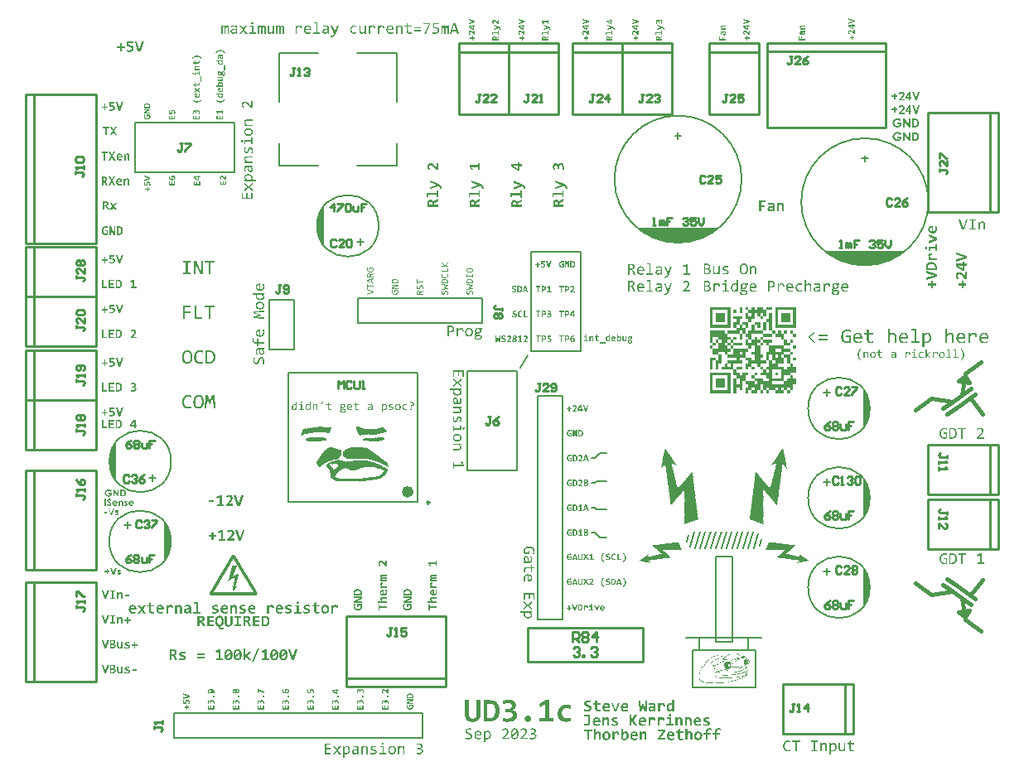
<source format=gto>
G04*
G04 #@! TF.GenerationSoftware,Altium Limited,Altium Designer,22.8.2 (66)*
G04*
G04 Layer_Color=65535*
%FSLAX44Y44*%
%MOMM*%
G71*
G04*
G04 #@! TF.SameCoordinates,E80B4FDD-8870-46C6-9AB6-B278042541E5*
G04*
G04*
G04 #@! TF.FilePolarity,Positive*
G04*
G01*
G75*
%ADD10C,0.2000*%
%ADD11C,0.6000*%
%ADD12C,0.2500*%
%ADD13C,0.3953*%
%ADD14C,0.2540*%
G36*
X1171356Y937440D02*
X1168468Y935051D01*
X1162181Y930967D01*
X1155466Y927634D01*
X1148413Y925094D01*
X1141114Y923382D01*
X1133667Y922520D01*
X1126171Y922520D01*
X1118724Y923382D01*
X1111425Y925094D01*
X1104372Y927634D01*
X1097657Y930967D01*
X1091370Y935051D01*
X1088482Y937440D01*
Y937482D01*
X1171356D01*
Y937440D01*
D02*
G37*
G36*
X767991Y919988D02*
X767991Y919988D01*
X767991D01*
Y919988D01*
X766302Y922075D01*
X763680Y926761D01*
X761889Y931823D01*
X760980Y937115D01*
X760980Y942485D01*
X761889Y947777D01*
X763680Y952839D01*
X766302Y957525D01*
X767990Y959612D01*
X767991Y919988D01*
D02*
G37*
G36*
X1362237Y914250D02*
X1359349Y911861D01*
X1353062Y907777D01*
X1346347Y904444D01*
X1339294Y901904D01*
X1331995Y900192D01*
X1324548Y899330D01*
X1317052Y899330D01*
X1309605Y900192D01*
X1302306Y901904D01*
X1295253Y904444D01*
X1288538Y907777D01*
X1282251Y911861D01*
X1279363Y914250D01*
Y914292D01*
X1362237D01*
Y914250D01*
D02*
G37*
G36*
X1226103Y853683D02*
X1220028D01*
Y854443D01*
Y856721D01*
X1226103D01*
Y853683D01*
D02*
G37*
G36*
X1216990D02*
X1220028D01*
Y847609D01*
X1216990D01*
Y850646D01*
X1213953D01*
Y847609D01*
X1216990D01*
Y844571D01*
X1213953D01*
Y847609D01*
X1210916D01*
Y850646D01*
X1207878D01*
Y844571D01*
X1204841D01*
Y841534D01*
X1201803D01*
Y844571D01*
X1198766D01*
Y845331D01*
Y850646D01*
X1201803D01*
Y847609D01*
X1204841D01*
Y850646D01*
X1201803D01*
Y853683D01*
X1198766D01*
Y856721D01*
X1201803D01*
Y853683D01*
X1204841D01*
Y856721D01*
X1207878D01*
Y853683D01*
X1210916D01*
Y856721D01*
X1216990D01*
Y853683D01*
D02*
G37*
G36*
X1195728Y855962D02*
Y850646D01*
X1192691D01*
Y856721D01*
X1195728D01*
Y855962D01*
D02*
G37*
G36*
X1189653Y852924D02*
Y852165D01*
Y850646D01*
X1186616D01*
Y853683D01*
X1189653D01*
Y852924D01*
D02*
G37*
G36*
X1250403Y835459D02*
X1229140D01*
Y856721D01*
X1250403D01*
Y835459D01*
D02*
G37*
G36*
X1213953D02*
X1210916D01*
Y836977D01*
Y837737D01*
Y838496D01*
X1207878D01*
Y841534D01*
X1213953D01*
Y835459D01*
D02*
G37*
G36*
X1201803Y840774D02*
Y835459D01*
X1198766D01*
Y838496D01*
X1195728D01*
Y841534D01*
X1201803D01*
Y840774D01*
D02*
G37*
G36*
X1183578Y835459D02*
X1162316D01*
Y856721D01*
X1183578D01*
Y835459D01*
D02*
G37*
G36*
X1220028Y832421D02*
X1216990D01*
Y833181D01*
Y833940D01*
Y841534D01*
X1220028D01*
Y832421D01*
D02*
G37*
G36*
X1241290Y829384D02*
X1238253D01*
Y832421D01*
X1241290D01*
Y829384D01*
D02*
G37*
G36*
X1247365Y830902D02*
Y830143D01*
Y829384D01*
X1250403D01*
Y827865D01*
Y827106D01*
Y826346D01*
X1247365D01*
Y829384D01*
X1244328D01*
Y832421D01*
X1247365D01*
Y830902D01*
D02*
G37*
G36*
X1189653Y823309D02*
X1186616D01*
Y826346D01*
X1189653D01*
Y823309D01*
D02*
G37*
G36*
X1247365Y820271D02*
X1244328D01*
Y823309D01*
X1247365D01*
Y820271D01*
D02*
G37*
G36*
X1195728Y844571D02*
X1192691D01*
Y838496D01*
X1195728D01*
Y835459D01*
X1198766D01*
Y829384D01*
X1201803D01*
Y832421D01*
X1204841D01*
Y838496D01*
X1207878D01*
Y832421D01*
X1216990D01*
Y829384D01*
X1226103D01*
Y826346D01*
X1216990D01*
Y829384D01*
X1204841D01*
Y823309D01*
X1207878D01*
Y826346D01*
X1210916D01*
Y823309D01*
X1213953D01*
Y820271D01*
X1216990D01*
Y817234D01*
X1213953D01*
Y817993D01*
Y820271D01*
X1210916D01*
Y817234D01*
X1213953D01*
Y808121D01*
X1216990D01*
Y805084D01*
X1213953D01*
Y802047D01*
X1220028D01*
Y799009D01*
X1213953D01*
Y795972D01*
X1216990D01*
Y792934D01*
X1220028D01*
Y789897D01*
X1223065D01*
Y792934D01*
X1220028D01*
Y795972D01*
X1223065D01*
Y802047D01*
X1220028D01*
Y811159D01*
X1223065D01*
Y817234D01*
X1220028D01*
Y820271D01*
X1216990D01*
Y823309D01*
X1213953D01*
Y826346D01*
X1216990D01*
Y823309D01*
X1226103D01*
Y820271D01*
X1223065D01*
Y817234D01*
X1238253D01*
Y814196D01*
X1244328D01*
Y811159D01*
X1247365D01*
Y808121D01*
X1244328D01*
Y811159D01*
X1238253D01*
Y808121D01*
X1244328D01*
Y799009D01*
X1247365D01*
Y795972D01*
X1250403D01*
Y789897D01*
X1244328D01*
Y786859D01*
X1247365D01*
Y783822D01*
X1250403D01*
Y777747D01*
X1247365D01*
Y771672D01*
X1244328D01*
Y774709D01*
X1241290D01*
Y771672D01*
X1244328D01*
Y768634D01*
X1241290D01*
Y771672D01*
X1238253D01*
Y774709D01*
X1235215D01*
Y771672D01*
X1238253D01*
Y768634D01*
X1229140D01*
Y771672D01*
X1223065D01*
Y774709D01*
X1220028D01*
Y771672D01*
X1223065D01*
Y768634D01*
X1220028D01*
Y771672D01*
X1216990D01*
Y777747D01*
X1213953D01*
Y771672D01*
X1216990D01*
Y768634D01*
X1213953D01*
Y771672D01*
X1210916D01*
Y768634D01*
X1204841D01*
Y771672D01*
X1201803D01*
Y768634D01*
X1198766D01*
Y774709D01*
X1201803D01*
Y777747D01*
X1198766D01*
Y780784D01*
X1195728D01*
Y771672D01*
X1192691D01*
Y774709D01*
X1189653D01*
Y768634D01*
X1186616D01*
Y783822D01*
X1189653D01*
Y777747D01*
X1192691D01*
Y783822D01*
X1189653D01*
Y786859D01*
X1186616D01*
Y792934D01*
X1174466D01*
Y795972D01*
X1177503D01*
Y799009D01*
X1180541D01*
Y795972D01*
X1183578D01*
Y799009D01*
X1180541D01*
Y799769D01*
Y802047D01*
X1189653D01*
Y805084D01*
X1180541D01*
Y808121D01*
X1177503D01*
Y811159D01*
X1171428D01*
Y808121D01*
X1174466D01*
Y799009D01*
X1171428D01*
Y792934D01*
X1168391D01*
Y802047D01*
X1165353D01*
Y792934D01*
X1162316D01*
Y805084D01*
X1168391D01*
Y802047D01*
X1171428D01*
Y808121D01*
X1165353D01*
Y814196D01*
X1162316D01*
Y815715D01*
Y816475D01*
Y817234D01*
X1165353D01*
Y814196D01*
X1171428D01*
Y820271D01*
X1168391D01*
Y821790D01*
Y822550D01*
Y823309D01*
X1171428D01*
Y820271D01*
X1174466D01*
Y823309D01*
X1171428D01*
Y826346D01*
X1165353D01*
Y820271D01*
X1168391D01*
Y817234D01*
X1165353D01*
Y820271D01*
X1162316D01*
Y832421D01*
X1177503D01*
Y829384D01*
X1180541D01*
Y826346D01*
X1183578D01*
Y823309D01*
X1186616D01*
Y820271D01*
X1195728D01*
Y817234D01*
X1186616D01*
Y820271D01*
X1183578D01*
Y823309D01*
X1180541D01*
Y820271D01*
X1183578D01*
Y817234D01*
X1186616D01*
Y815715D01*
Y814956D01*
Y814196D01*
X1201803D01*
Y811159D01*
X1198766D01*
Y805084D01*
X1204841D01*
Y802047D01*
X1207878D01*
Y808121D01*
X1204841D01*
Y811159D01*
X1207878D01*
Y817234D01*
X1204841D01*
Y814196D01*
X1201803D01*
Y817234D01*
X1198766D01*
Y817993D01*
Y818753D01*
Y823309D01*
X1201803D01*
Y820271D01*
X1204841D01*
Y823309D01*
X1201803D01*
Y826346D01*
X1198766D01*
Y829384D01*
X1195728D01*
Y832421D01*
X1192691D01*
Y829384D01*
X1195728D01*
Y828624D01*
Y827865D01*
Y823309D01*
X1192691D01*
Y829384D01*
X1180541D01*
Y832421D01*
X1189653D01*
Y835459D01*
X1186616D01*
Y837737D01*
Y838496D01*
Y841534D01*
X1189653D01*
Y844571D01*
X1186616D01*
Y847609D01*
X1195728D01*
Y844571D01*
D02*
G37*
G36*
X1226103Y832421D02*
X1229140D01*
Y829384D01*
X1232178D01*
Y831662D01*
Y832421D01*
X1235215D01*
Y829384D01*
X1238253D01*
Y823309D01*
X1241290D01*
Y820271D01*
X1244328D01*
Y817234D01*
X1238253D01*
Y823309D01*
X1235215D01*
Y826346D01*
X1229140D01*
Y829384D01*
X1226103D01*
Y832421D01*
X1223065D01*
Y838496D01*
Y839256D01*
Y841534D01*
X1220028D01*
Y844571D01*
X1223065D01*
Y850646D01*
X1226103D01*
Y832421D01*
D02*
G37*
G36*
X1250403Y816475D02*
Y814196D01*
X1247365D01*
Y817234D01*
X1250403D01*
Y816475D01*
D02*
G37*
G36*
Y802047D02*
X1247365D01*
Y805084D01*
X1250403D01*
Y802047D01*
D02*
G37*
G36*
X1183578Y768634D02*
X1162316D01*
Y789897D01*
X1183578D01*
Y768634D01*
D02*
G37*
G36*
X766685Y734231D02*
X766820D01*
Y734096D01*
X766954D01*
Y733962D01*
X770324D01*
Y734096D01*
X770459D01*
Y733962D01*
X770594D01*
Y733827D01*
X770729D01*
Y733692D01*
X775851D01*
Y733422D01*
X775716D01*
Y733288D01*
X775447D01*
Y732748D01*
X775582D01*
Y732614D01*
X775447D01*
Y732479D01*
X775312D01*
Y732344D01*
X775177D01*
Y731535D01*
X775042D01*
Y731400D01*
X774908D01*
Y731266D01*
X774773D01*
Y730996D01*
X774908D01*
Y730592D01*
X774773D01*
Y730457D01*
X774638D01*
Y730322D01*
X774503D01*
Y729783D01*
X774234D01*
Y728974D01*
X774099D01*
Y728839D01*
X773964D01*
Y728704D01*
X773829D01*
Y728165D01*
X773560D01*
Y727626D01*
X773425D01*
Y727491D01*
X773290D01*
Y727356D01*
X773155D01*
Y727222D01*
X772886D01*
Y727491D01*
X772346D01*
Y727626D01*
X772212D01*
Y727896D01*
X771672D01*
Y728030D01*
X771537D01*
Y728165D01*
X770459D01*
Y728300D01*
X770324D01*
Y728435D01*
X770190D01*
Y728569D01*
X769381D01*
Y728435D01*
X769246D01*
Y728569D01*
X769111D01*
Y728704D01*
X768976D01*
Y728839D01*
X764932D01*
Y728704D01*
X764797D01*
Y728569D01*
X764663D01*
Y728435D01*
X764393D01*
Y728569D01*
X763584D01*
Y728435D01*
X763449D01*
Y728569D01*
X763180D01*
Y728839D01*
X760079D01*
Y728704D01*
X759945D01*
Y728569D01*
X759810D01*
Y728435D01*
X759540D01*
Y728569D01*
X757518D01*
Y728435D01*
X757383D01*
Y728300D01*
X757249D01*
Y728165D01*
X755092D01*
Y727896D01*
X753609D01*
Y727761D01*
X753474D01*
Y727626D01*
X753339D01*
Y727491D01*
X751587D01*
Y727356D01*
X751452D01*
Y727222D01*
X749295D01*
Y726952D01*
X749026D01*
Y726817D01*
X748891D01*
Y726952D01*
X748082D01*
Y726817D01*
X747947D01*
Y726547D01*
X746464D01*
Y726413D01*
X746329D01*
Y726278D01*
X746195D01*
Y726143D01*
X746060D01*
Y726008D01*
X745925D01*
Y725873D01*
X745790D01*
Y725739D01*
X745656D01*
Y725604D01*
X745521D01*
Y725469D01*
X745386D01*
Y725334D01*
X745251D01*
Y725200D01*
X745116D01*
Y725065D01*
X744982D01*
Y724930D01*
X744847D01*
Y725065D01*
X744712D01*
Y725469D01*
X744847D01*
Y725604D01*
X744712D01*
Y726143D01*
X744847D01*
Y726278D01*
X745116D01*
Y727491D01*
X745251D01*
Y727626D01*
X745386D01*
Y729109D01*
X745656D01*
Y729244D01*
X745790D01*
Y729783D01*
X745925D01*
Y729918D01*
X746060D01*
Y730726D01*
X746195D01*
Y730861D01*
X746329D01*
Y730996D01*
X746464D01*
Y731131D01*
X746599D01*
Y731266D01*
X746734D01*
Y731400D01*
X746869D01*
Y731535D01*
X747003D01*
Y731670D01*
X747138D01*
Y731805D01*
X747273D01*
Y731940D01*
X747408D01*
Y732074D01*
X747947D01*
Y732209D01*
X748082D01*
Y732344D01*
X748217D01*
Y732479D01*
X748352D01*
Y732614D01*
X748486D01*
Y732748D01*
X748891D01*
Y732614D01*
X749026D01*
Y732479D01*
X749160D01*
Y732344D01*
X750778D01*
Y732479D01*
X750913D01*
Y732614D01*
X751048D01*
Y732748D01*
X752800D01*
Y732883D01*
X752935D01*
Y733018D01*
X754418D01*
Y733288D01*
X754553D01*
Y733422D01*
X755361D01*
Y733153D01*
X755496D01*
Y733018D01*
X755766D01*
Y733288D01*
X755900D01*
Y733422D01*
X756979D01*
Y733288D01*
X757114D01*
Y733422D01*
X757383D01*
Y733692D01*
X759540D01*
Y733827D01*
X759675D01*
Y733962D01*
X759810D01*
Y734096D01*
X760079D01*
Y733962D01*
X761832D01*
Y734096D01*
X761967D01*
Y734366D01*
X766685D01*
Y734231D01*
D02*
G37*
G36*
X1318819Y772923D02*
X1320508Y770836D01*
X1323130Y766150D01*
X1324921Y761088D01*
X1325830Y755796D01*
X1325830Y750426D01*
X1324921Y745134D01*
X1323130Y740072D01*
X1320508Y735386D01*
X1318819Y733299D01*
Y772923D01*
X1318819Y772923D01*
X1318819Y772923D01*
Y772923D01*
D02*
G37*
G36*
X802946Y734501D02*
X803081D01*
Y734366D01*
X803890D01*
Y734231D01*
X804025D01*
Y734096D01*
X804160D01*
Y733962D01*
X804564D01*
Y733827D01*
X804699D01*
Y733692D01*
X804834D01*
Y733557D01*
X804968D01*
Y733422D01*
X805103D01*
Y733288D01*
X805373D01*
Y733422D01*
X805777D01*
Y733288D01*
X805912D01*
Y733153D01*
X806047D01*
Y733018D01*
X807125D01*
Y732883D01*
X807260D01*
Y732748D01*
X808473D01*
Y732479D01*
X808608D01*
Y732344D01*
X810361D01*
Y732479D01*
X810495D01*
Y732344D01*
X810765D01*
Y732074D01*
X817235D01*
Y731805D01*
X818179D01*
Y731940D01*
X818314D01*
Y732074D01*
X820740D01*
Y732209D01*
X820875D01*
Y732344D01*
X821010D01*
Y732479D01*
X821145D01*
Y732344D01*
X822628D01*
Y732479D01*
X822762D01*
Y732748D01*
X824380D01*
Y733018D01*
X825593D01*
Y733288D01*
X825728D01*
Y733422D01*
X826267D01*
Y733557D01*
X826402D01*
Y733692D01*
X827885D01*
Y733962D01*
X828289D01*
Y733692D01*
X828424D01*
Y733557D01*
X828559D01*
Y733422D01*
X828694D01*
Y733288D01*
X828829D01*
Y733153D01*
X828963D01*
Y733018D01*
X829098D01*
Y732883D01*
X829233D01*
Y732748D01*
X829368D01*
Y732614D01*
X829502D01*
Y732479D01*
X829637D01*
Y732344D01*
X829772D01*
Y732209D01*
X829907D01*
Y732074D01*
X830042D01*
Y731940D01*
X830176D01*
Y731805D01*
X830311D01*
Y731670D01*
X830446D01*
Y731535D01*
X830581D01*
Y731400D01*
X831120D01*
Y731266D01*
X831255D01*
Y731131D01*
X831390D01*
Y730996D01*
X831525D01*
Y730457D01*
X831794D01*
Y730187D01*
X832333D01*
Y730052D01*
X832468D01*
Y729513D01*
X832198D01*
Y729378D01*
X832064D01*
Y729244D01*
X831929D01*
Y729109D01*
X831794D01*
Y728974D01*
X831659D01*
Y728839D01*
X831525D01*
Y728704D01*
X831390D01*
Y728569D01*
X831255D01*
Y728435D01*
X831120D01*
Y728569D01*
X828963D01*
Y728435D01*
X828829D01*
Y728165D01*
X827615D01*
Y727896D01*
X826672D01*
Y727626D01*
X826537D01*
Y727491D01*
X825998D01*
Y727626D01*
X825863D01*
Y727491D01*
X825728D01*
Y727356D01*
X825593D01*
Y727222D01*
X823436D01*
Y727087D01*
X823302D01*
Y726952D01*
X823167D01*
Y726817D01*
X823032D01*
Y726952D01*
X822223D01*
Y726817D01*
X822088D01*
Y726682D01*
X821954D01*
Y726547D01*
X820471D01*
Y726278D01*
X818314D01*
Y726143D01*
X818179D01*
Y726008D01*
X818044D01*
Y725873D01*
X815753D01*
Y726008D01*
X815618D01*
Y726143D01*
X815483D01*
Y726278D01*
X814405D01*
Y726413D01*
X814270D01*
Y726547D01*
X813461D01*
Y726682D01*
X813326D01*
Y726817D01*
X813191D01*
Y726952D01*
X812787D01*
Y726817D01*
X812652D01*
Y726682D01*
X812787D01*
Y726547D01*
X812922D01*
Y726413D01*
X813057D01*
Y726278D01*
X812787D01*
Y726143D01*
X812652D01*
Y726278D01*
X812383D01*
Y726547D01*
X809147D01*
Y726278D01*
X807664D01*
Y726143D01*
X807530D01*
Y726008D01*
X807395D01*
Y725873D01*
X806991D01*
Y726008D01*
X806721D01*
Y725873D01*
X806586D01*
Y725739D01*
X806451D01*
Y725604D01*
X805912D01*
Y725334D01*
X805238D01*
Y725200D01*
X805103D01*
Y725334D01*
X804968D01*
Y725469D01*
X804834D01*
Y725604D01*
X804699D01*
Y725739D01*
X804564D01*
Y725873D01*
X804429D01*
Y726008D01*
X804295D01*
Y726143D01*
X804160D01*
Y726278D01*
X804025D01*
Y726413D01*
X803890D01*
Y726547D01*
X803755D01*
Y726682D01*
X803621D01*
Y726817D01*
X803486D01*
Y726952D01*
X803351D01*
Y727087D01*
X803216D01*
Y727222D01*
X803081D01*
Y727356D01*
X802946D01*
Y727491D01*
X802812D01*
Y727626D01*
X802677D01*
Y728165D01*
X802407D01*
Y728704D01*
X802272D01*
Y728839D01*
X802138D01*
Y728974D01*
X802003D01*
Y730052D01*
X801868D01*
Y730187D01*
X801733D01*
Y731400D01*
X801464D01*
Y731535D01*
X801329D01*
Y734231D01*
X801464D01*
Y734366D01*
X802003D01*
Y734636D01*
X802946D01*
Y734501D01*
D02*
G37*
G36*
X829098Y723177D02*
X829233D01*
Y723043D01*
X829368D01*
Y722908D01*
X829502D01*
Y722773D01*
X829637D01*
Y722638D01*
X830176D01*
Y722099D01*
X830446D01*
Y721695D01*
X830176D01*
Y721155D01*
X830042D01*
Y721021D01*
X829637D01*
Y721155D01*
X829368D01*
Y721021D01*
X829233D01*
Y720886D01*
X829098D01*
Y720751D01*
X828020D01*
Y720616D01*
X827885D01*
Y720481D01*
X827750D01*
Y720347D01*
X827480D01*
Y720481D01*
X826806D01*
Y720347D01*
X826672D01*
Y720212D01*
X826537D01*
Y720077D01*
X825324D01*
Y719807D01*
X824784D01*
Y719673D01*
X824650D01*
Y719538D01*
X824515D01*
Y719403D01*
X823436D01*
Y719538D01*
X823302D01*
Y719403D01*
X823032D01*
Y719133D01*
X816966D01*
Y719268D01*
X816831D01*
Y719403D01*
X816696D01*
Y719538D01*
X816562D01*
Y719403D01*
X813461D01*
Y719538D01*
X813326D01*
Y719807D01*
X811169D01*
Y719942D01*
X811035D01*
Y720077D01*
X808608D01*
Y720212D01*
X808473D01*
Y720347D01*
X808338D01*
Y720481D01*
X807934D01*
Y720616D01*
X807799D01*
Y720751D01*
X807664D01*
Y720886D01*
X807530D01*
Y721290D01*
X807664D01*
Y721425D01*
X807799D01*
Y721560D01*
X807934D01*
Y721695D01*
X808473D01*
Y721964D01*
X808608D01*
Y722099D01*
X809013D01*
Y721964D01*
X809282D01*
Y722099D01*
X809417D01*
Y722234D01*
X809552D01*
Y722369D01*
X810091D01*
Y722638D01*
X810361D01*
Y722773D01*
X810495D01*
Y722638D01*
X812922D01*
Y722773D01*
X813057D01*
Y723043D01*
X820066D01*
Y723177D01*
X820201D01*
Y723312D01*
X821684D01*
Y723177D01*
X821819D01*
Y723043D01*
X822358D01*
Y723177D01*
X822493D01*
Y723312D01*
X829098D01*
Y723177D01*
D02*
G37*
G36*
X768033Y723043D02*
X769650D01*
Y722773D01*
X769785D01*
Y722638D01*
X769920D01*
Y722503D01*
X770055D01*
Y722369D01*
X770324D01*
Y721425D01*
X770594D01*
Y721021D01*
X770324D01*
Y720481D01*
X770055D01*
Y720347D01*
X769920D01*
Y720481D01*
X769516D01*
Y720347D01*
X769381D01*
Y720212D01*
X769246D01*
Y720077D01*
X768033D01*
Y719807D01*
X765606D01*
Y719673D01*
X765471D01*
Y719538D01*
X765337D01*
Y719403D01*
X763584D01*
Y719538D01*
X763449D01*
Y719403D01*
X763180D01*
Y719133D01*
X754553D01*
Y719268D01*
X754418D01*
Y719403D01*
X754283D01*
Y719538D01*
X754148D01*
Y719403D01*
X751317D01*
Y719538D01*
X751182D01*
Y719807D01*
X750239D01*
Y720347D01*
X750104D01*
Y720481D01*
X749700D01*
Y720616D01*
X749565D01*
Y720751D01*
X749295D01*
Y721695D01*
X749565D01*
Y721964D01*
X749700D01*
Y722099D01*
X750239D01*
Y722234D01*
X750374D01*
Y722369D01*
X751182D01*
Y722503D01*
X751317D01*
Y722638D01*
X751452D01*
Y722773D01*
X751587D01*
Y722638D01*
X752800D01*
Y723177D01*
X752935D01*
Y723312D01*
X768033D01*
Y723043D01*
D02*
G37*
G36*
X808069Y713202D02*
X808204D01*
Y713067D01*
X808338D01*
Y712933D01*
X810765D01*
Y713067D01*
X810900D01*
Y712933D01*
X811035D01*
Y712798D01*
X811169D01*
Y712663D01*
X811978D01*
Y712528D01*
X812113D01*
Y712393D01*
X812517D01*
Y712259D01*
X812652D01*
Y712124D01*
X812787D01*
Y711989D01*
X812922D01*
Y711854D01*
X813057D01*
Y711719D01*
X813596D01*
Y711584D01*
X813731D01*
Y711450D01*
X813865D01*
Y711315D01*
X814000D01*
Y711045D01*
X814539D01*
Y710910D01*
X814674D01*
Y710776D01*
X814809D01*
Y710641D01*
X814944D01*
Y710506D01*
X815079D01*
Y710371D01*
X815618D01*
Y710102D01*
X815887D01*
Y709832D01*
X816022D01*
Y709697D01*
X816562D01*
Y709562D01*
X816696D01*
Y709428D01*
X816831D01*
Y709293D01*
X816966D01*
Y709158D01*
X817370D01*
Y709023D01*
X817505D01*
Y708888D01*
X817640D01*
Y708754D01*
X817775D01*
Y708619D01*
X817909D01*
Y708484D01*
X818449D01*
Y708349D01*
X818584D01*
Y708214D01*
X818718D01*
Y708080D01*
X818853D01*
Y707945D01*
X818988D01*
Y707810D01*
X819123D01*
Y707675D01*
X819258D01*
Y707540D01*
X819662D01*
Y707406D01*
X819797D01*
Y707271D01*
X819931D01*
Y707136D01*
X820066D01*
Y707001D01*
X820201D01*
Y706866D01*
X820740D01*
Y706597D01*
X820875D01*
Y706462D01*
X821145D01*
Y706192D01*
X821414D01*
Y705923D01*
X821954D01*
Y705788D01*
X822088D01*
Y705653D01*
X822223D01*
Y705518D01*
X822358D01*
Y705384D01*
X822493D01*
Y705249D01*
X822628D01*
Y705114D01*
X822762D01*
Y704979D01*
X822897D01*
Y704844D01*
X823302D01*
Y704709D01*
X823436D01*
Y704575D01*
X823571D01*
Y704440D01*
X823706D01*
Y704305D01*
X823841D01*
Y704170D01*
X823976D01*
Y704035D01*
X824110D01*
Y703901D01*
X824650D01*
Y703766D01*
X824784D01*
Y703631D01*
X824919D01*
Y703496D01*
X825054D01*
Y703362D01*
X825189D01*
Y703227D01*
X825324D01*
Y702957D01*
X825863D01*
Y702822D01*
X825998D01*
Y702688D01*
X826132D01*
Y702553D01*
X826267D01*
Y702418D01*
X826402D01*
Y702283D01*
X826537D01*
Y702148D01*
X826672D01*
Y702013D01*
X827211D01*
Y701744D01*
X827346D01*
Y701609D01*
X827615D01*
Y701339D01*
X827885D01*
Y701070D01*
X828424D01*
Y700935D01*
X828559D01*
Y700800D01*
X828694D01*
Y700666D01*
X828829D01*
Y700531D01*
X828963D01*
Y700396D01*
X829098D01*
Y700261D01*
X829233D01*
Y700126D01*
X829368D01*
Y699992D01*
X829772D01*
Y699857D01*
X829907D01*
Y699722D01*
X830042D01*
Y699587D01*
X830176D01*
Y699452D01*
X830311D01*
Y699317D01*
X830446D01*
Y699183D01*
X830581D01*
Y699048D01*
X831120D01*
Y698913D01*
X831255D01*
Y698778D01*
X831390D01*
Y698643D01*
X831525D01*
Y698509D01*
X831659D01*
Y698374D01*
X831794D01*
Y698104D01*
X832333D01*
Y697969D01*
X832468D01*
Y697835D01*
X832603D01*
Y697700D01*
X832738D01*
Y697565D01*
X832872D01*
Y697430D01*
X833007D01*
Y697295D01*
X833142D01*
Y696891D01*
X833277D01*
Y696756D01*
X833412D01*
Y694869D01*
X833681D01*
Y694599D01*
X833816D01*
Y694465D01*
X833681D01*
Y693251D01*
X833142D01*
Y693386D01*
X833007D01*
Y693521D01*
X832872D01*
Y693656D01*
X832738D01*
Y693925D01*
X832198D01*
Y694060D01*
X832064D01*
Y694195D01*
X831525D01*
Y694465D01*
X831390D01*
Y694599D01*
X830851D01*
Y694734D01*
X830716D01*
Y694869D01*
X830176D01*
Y695139D01*
X830042D01*
Y695273D01*
X829907D01*
Y695408D01*
X829772D01*
Y695543D01*
X828963D01*
Y695678D01*
X828829D01*
Y695813D01*
X828289D01*
Y696082D01*
X828155D01*
Y696217D01*
X827615D01*
Y696352D01*
X827480D01*
Y696487D01*
X826941D01*
Y696756D01*
X826402D01*
Y696891D01*
X826267D01*
Y697161D01*
X825324D01*
Y697430D01*
X824784D01*
Y697565D01*
X824650D01*
Y697700D01*
X824515D01*
Y697835D01*
X824110D01*
Y697700D01*
X823976D01*
Y697835D01*
X823706D01*
Y698104D01*
X823167D01*
Y698239D01*
X823032D01*
Y698374D01*
X822897D01*
Y698509D01*
X822628D01*
Y698374D01*
X822223D01*
Y698509D01*
X822088D01*
Y698643D01*
X821954D01*
Y698778D01*
X821145D01*
Y699048D01*
X820201D01*
Y699317D01*
X820066D01*
Y699452D01*
X819527D01*
Y699317D01*
X819392D01*
Y699452D01*
X819258D01*
Y699587D01*
X819123D01*
Y699722D01*
X818314D01*
Y699857D01*
X818179D01*
Y699992D01*
X818044D01*
Y700126D01*
X817775D01*
Y699992D01*
X817370D01*
Y700126D01*
X817235D01*
Y700261D01*
X817101D01*
Y700396D01*
X816022D01*
Y700531D01*
X815887D01*
Y700666D01*
X814674D01*
Y700935D01*
X814539D01*
Y701070D01*
X813731D01*
Y700935D01*
X813596D01*
Y701070D01*
X813326D01*
Y701339D01*
X811439D01*
Y701609D01*
X811169D01*
Y701744D01*
X811035D01*
Y701609D01*
X809013D01*
Y701744D01*
X808878D01*
Y701879D01*
X808743D01*
Y702013D01*
X802812D01*
Y701879D01*
X802677D01*
Y701744D01*
X802542D01*
Y701609D01*
X797554D01*
Y701744D01*
X797420D01*
Y701609D01*
X797150D01*
Y701339D01*
X792028D01*
Y701609D01*
X791758D01*
Y701744D01*
X791623D01*
Y702013D01*
X791084D01*
Y702148D01*
X790949D01*
Y702283D01*
X790814D01*
Y702418D01*
X790679D01*
Y702553D01*
X790545D01*
Y702688D01*
X790140D01*
Y702822D01*
X790005D01*
Y702957D01*
X789871D01*
Y703092D01*
X789736D01*
Y703227D01*
X789197D01*
Y703362D01*
X789062D01*
Y703631D01*
X788523D01*
Y703766D01*
X788388D01*
Y703901D01*
X787849D01*
Y704170D01*
X787714D01*
Y704305D01*
X787444D01*
Y707136D01*
X787714D01*
Y707271D01*
X787849D01*
Y708754D01*
X787714D01*
Y708888D01*
X787849D01*
Y709023D01*
X787983D01*
Y709158D01*
X788118D01*
Y709428D01*
X788792D01*
Y709832D01*
Y709967D01*
Y710102D01*
X789062D01*
Y710237D01*
X789197D01*
Y710371D01*
X789331D01*
Y710506D01*
X789466D01*
Y711045D01*
X789736D01*
Y711315D01*
X790005D01*
Y711450D01*
X790140D01*
Y711315D01*
X790545D01*
Y711450D01*
X790679D01*
Y711584D01*
X790814D01*
Y711719D01*
X791354D01*
Y711989D01*
X792297D01*
Y712259D01*
X792432D01*
Y712393D01*
X793241D01*
Y712259D01*
X793375D01*
Y712393D01*
X793645D01*
Y712663D01*
X794589D01*
Y712933D01*
X795128D01*
Y713067D01*
X795263D01*
Y713337D01*
X808069D01*
Y713202D01*
D02*
G37*
G36*
X1237113Y712375D02*
X1237034Y712184D01*
X1236955Y711992D01*
X1237337Y711834D01*
X1237258Y711642D01*
X1237179Y711451D01*
X1237100Y711260D01*
X1237482Y711101D01*
X1237403Y710910D01*
X1237324Y710718D01*
X1237515Y710639D01*
X1237436Y710447D01*
X1237357Y710256D01*
X1237277Y710064D01*
X1237660Y709906D01*
X1237581Y709714D01*
X1237502Y709523D01*
X1237885Y709364D01*
X1237805Y709173D01*
X1237726Y708981D01*
X1237647Y708790D01*
X1237838Y708710D01*
X1237759Y708519D01*
X1237680Y708328D01*
X1238063Y708169D01*
X1237983Y707978D01*
X1237904Y707786D01*
X1237825Y707595D01*
X1238207Y707436D01*
X1238128Y707245D01*
X1238049Y707053D01*
X1238240Y706974D01*
X1238161Y706782D01*
X1238544Y706624D01*
X1238465Y706432D01*
X1238385Y706241D01*
X1238306Y706049D01*
X1238227Y705858D01*
X1238609Y705699D01*
X1238530Y705508D01*
X1238722Y705429D01*
X1238642Y705237D01*
X1238563Y705046D01*
X1238484Y704854D01*
X1238405Y704663D01*
X1238787Y704504D01*
X1238708Y704313D01*
X1239091Y704154D01*
X1239012Y703963D01*
X1238932Y703771D01*
X1238853Y703580D01*
X1238774Y703389D01*
X1238965Y703309D01*
X1238886Y703118D01*
X1239269Y702959D01*
X1239190Y702768D01*
X1239110Y702576D01*
X1239031Y702385D01*
X1238952Y702193D01*
X1239335Y702035D01*
X1239255Y701843D01*
X1239447Y701764D01*
X1239367Y701572D01*
X1239288Y701381D01*
X1239209Y701190D01*
X1239129Y700998D01*
X1239512Y700839D01*
X1239433Y700648D01*
X1239816Y700489D01*
X1239737Y700298D01*
X1239657Y700107D01*
X1239578Y699915D01*
X1239499Y699724D01*
X1239690Y699644D01*
X1239611Y699453D01*
X1239994Y699294D01*
X1239914Y699103D01*
X1239835Y698912D01*
X1239756Y698720D01*
X1239677Y698529D01*
X1240060Y698370D01*
X1239980Y698178D01*
X1240172Y698099D01*
X1240092Y697908D01*
X1240013Y697716D01*
X1239934Y697525D01*
X1239855Y697333D01*
X1240237Y697175D01*
X1240158Y696983D01*
X1240541Y696825D01*
X1240462Y696633D01*
X1240382Y696442D01*
X1240303Y696250D01*
X1240224Y696059D01*
X1240415Y695980D01*
X1240336Y695788D01*
X1240719Y695629D01*
X1240640Y695438D01*
X1240560Y695247D01*
X1240481Y695055D01*
X1240402Y694864D01*
X1240785Y694705D01*
X1240705Y694514D01*
X1240626Y694322D01*
X1240547Y694131D01*
X1240738Y694051D01*
X1240659Y693860D01*
X1240580Y693669D01*
X1240962Y693510D01*
X1240883Y693319D01*
X1241266Y693160D01*
X1241187Y692969D01*
X1241107Y692777D01*
X1241028Y692586D01*
X1240949Y692394D01*
X1241140Y692315D01*
X1241061Y692123D01*
X1240982Y691932D01*
X1240902Y691741D01*
X1240711Y691820D01*
X1240790Y692011D01*
X1240870Y692203D01*
X1240104Y692520D01*
X1240183Y692711D01*
X1239609Y692949D01*
X1239688Y693141D01*
X1239767Y693332D01*
X1238810Y693729D01*
X1238889Y693920D01*
X1238969Y694112D01*
X1238394Y694350D01*
X1238474Y694541D01*
X1237516Y694937D01*
X1237596Y695129D01*
X1237675Y695320D01*
X1236909Y695638D01*
X1236988Y695829D01*
X1237068Y696020D01*
X1236876Y696100D01*
X1236797Y695908D01*
X1236718Y695717D01*
X1236638Y695526D01*
X1236559Y695334D01*
X1236480Y695143D01*
X1236671Y695063D01*
X1236592Y694872D01*
X1236513Y694680D01*
X1236433Y694489D01*
X1236354Y694297D01*
X1236275Y694106D01*
X1236658Y693947D01*
X1236578Y693756D01*
X1236499Y693565D01*
X1236420Y693373D01*
X1236340Y693182D01*
X1236261Y692990D01*
X1236182Y692799D01*
X1236103Y692607D01*
X1236485Y692449D01*
X1236406Y692257D01*
X1236327Y692066D01*
X1236247Y691874D01*
X1236168Y691683D01*
X1236089Y691491D01*
X1236280Y691412D01*
X1236201Y691221D01*
X1236122Y691029D01*
X1236042Y690838D01*
X1235963Y690646D01*
X1235884Y690455D01*
X1235805Y690263D01*
X1235725Y690072D01*
X1236108Y689913D01*
X1236029Y689722D01*
X1235949Y689530D01*
X1235870Y689339D01*
X1235791Y689148D01*
X1235711Y688956D01*
X1235632Y688765D01*
X1236015Y688606D01*
X1235936Y688415D01*
X1235857Y688223D01*
X1235777Y688032D01*
X1235698Y687840D01*
X1235619Y687649D01*
X1235539Y687457D01*
X1235460Y687266D01*
X1235652Y687187D01*
X1235572Y686995D01*
X1235493Y686804D01*
X1235414Y686612D01*
X1235334Y686421D01*
X1235255Y686229D01*
X1235176Y686038D01*
X1235097Y685846D01*
X1235479Y685688D01*
X1235400Y685496D01*
X1235321Y685305D01*
X1235241Y685113D01*
X1235162Y684922D01*
X1235083Y684731D01*
X1235003Y684539D01*
X1235386Y684380D01*
X1235307Y684189D01*
X1235228Y683998D01*
X1235148Y683806D01*
X1235069Y683615D01*
X1234990Y683423D01*
X1235181Y683344D01*
X1235102Y683152D01*
X1235023Y682961D01*
X1234943Y682770D01*
X1234864Y682578D01*
X1234785Y682387D01*
X1234706Y682195D01*
X1234626Y682004D01*
X1235009Y681845D01*
X1234930Y681654D01*
X1234851Y681462D01*
X1234771Y681271D01*
X1234692Y681079D01*
X1234613Y680888D01*
X1234533Y680696D01*
X1234454Y680505D01*
X1234837Y680346D01*
X1234758Y680155D01*
X1234678Y679964D01*
X1234599Y679772D01*
X1234520Y679581D01*
X1234441Y679389D01*
X1234361Y679198D01*
X1234553Y679118D01*
X1234473Y678927D01*
X1234394Y678736D01*
X1234315Y678544D01*
X1234236Y678353D01*
X1234156Y678161D01*
X1234539Y678003D01*
X1234460Y677811D01*
X1234380Y677620D01*
X1234301Y677428D01*
X1234222Y677237D01*
X1234142Y677045D01*
X1234063Y676854D01*
X1233984Y676663D01*
X1234367Y676504D01*
X1234288Y676312D01*
X1234208Y676121D01*
X1234129Y675929D01*
X1234050Y675738D01*
X1233970Y675547D01*
X1233891Y675355D01*
X1233812Y675164D01*
X1234003Y675084D01*
X1233924Y674893D01*
X1233844Y674702D01*
X1233765Y674510D01*
X1233686Y674318D01*
X1233606Y674127D01*
X1233527Y673936D01*
X1233910Y673777D01*
X1233831Y673586D01*
X1233752Y673394D01*
X1233672Y673203D01*
X1233593Y673011D01*
X1233514Y672820D01*
X1233434Y672628D01*
X1233355Y672437D01*
X1233738Y672278D01*
X1233659Y672087D01*
X1233579Y671895D01*
X1233500Y671704D01*
X1233421Y671512D01*
X1233342Y671321D01*
X1233533Y671242D01*
X1233454Y671050D01*
X1233374Y670859D01*
X1233295Y670667D01*
X1233216Y670476D01*
X1233136Y670285D01*
X1233057Y670093D01*
X1232978Y669902D01*
X1233361Y669743D01*
X1233281Y669551D01*
X1233202Y669360D01*
X1233123Y669169D01*
X1233044Y668977D01*
X1232964Y668786D01*
X1232885Y668594D01*
X1233268Y668436D01*
X1233188Y668244D01*
X1233109Y668053D01*
X1233030Y667861D01*
X1232951Y667670D01*
X1232871Y667478D01*
X1232792Y667287D01*
X1232713Y667095D01*
X1232904Y667016D01*
X1232825Y666825D01*
X1232746Y666633D01*
X1232666Y666442D01*
X1232587Y666251D01*
X1232508Y666059D01*
X1232890Y665900D01*
X1232811Y665709D01*
X1232732Y665518D01*
X1232653Y665326D01*
X1232573Y665135D01*
X1232494Y664943D01*
X1232415Y664752D01*
X1232335Y664560D01*
X1232718Y664402D01*
X1232639Y664210D01*
X1232560Y664019D01*
X1232480Y663827D01*
X1232401Y663636D01*
X1232322Y663444D01*
X1232243Y663253D01*
X1232434Y663174D01*
X1232355Y662982D01*
X1232275Y662791D01*
X1232196Y662599D01*
X1232117Y662408D01*
X1232038Y662216D01*
X1231958Y662025D01*
X1231879Y661834D01*
X1232262Y661675D01*
X1232182Y661483D01*
X1232103Y661292D01*
X1232024Y661101D01*
X1231945Y660909D01*
X1231865Y660718D01*
X1231786Y660526D01*
X1231707Y660335D01*
X1232090Y660176D01*
X1232010Y659985D01*
X1231931Y659793D01*
X1231852Y659602D01*
X1231772Y659410D01*
X1231693Y659219D01*
X1231885Y659139D01*
X1231805Y658948D01*
X1231726Y658757D01*
X1231647Y658565D01*
X1231567Y658374D01*
X1231488Y658182D01*
X1231409Y657991D01*
X1231792Y657832D01*
X1231712Y657641D01*
X1231633Y657449D01*
X1231554Y657258D01*
X1231475Y657066D01*
X1231395Y656875D01*
X1231316Y656684D01*
X1231237Y656492D01*
X1231619Y656334D01*
X1231540Y656142D01*
X1231461Y655951D01*
X1231381Y655759D01*
X1231302Y655568D01*
X1231223Y655376D01*
X1231414Y655297D01*
X1231335Y655106D01*
X1231256Y654914D01*
X1231177Y654723D01*
X1231097Y654531D01*
X1231018Y654340D01*
X1230444Y654578D01*
X1230523Y654769D01*
X1230602Y654960D01*
X1230028Y655199D01*
X1230107Y655390D01*
X1229341Y655707D01*
X1229421Y655899D01*
X1229500Y656090D01*
X1228925Y656328D01*
X1229005Y656519D01*
X1229084Y656711D01*
X1228701Y656869D01*
X1228781Y657061D01*
X1228206Y657299D01*
X1228286Y657490D01*
X1228365Y657682D01*
X1227790Y657919D01*
X1227870Y658111D01*
X1227949Y658303D01*
X1227183Y658620D01*
X1227262Y658811D01*
X1226688Y659049D01*
X1226767Y659241D01*
X1226847Y659432D01*
X1226273Y659670D01*
X1226352Y659861D01*
X1226431Y660053D01*
X1225665Y660370D01*
X1225744Y660562D01*
X1225170Y660799D01*
X1225249Y660991D01*
X1225329Y661182D01*
X1224754Y661420D01*
X1224834Y661611D01*
X1224913Y661803D01*
X1224147Y662120D01*
X1224227Y662312D01*
X1223652Y662550D01*
X1223732Y662741D01*
X1223811Y662933D01*
X1223236Y663170D01*
X1223316Y663362D01*
X1223395Y663553D01*
X1222629Y663870D01*
X1222709Y664062D01*
X1222134Y664300D01*
X1222214Y664491D01*
X1222293Y664683D01*
X1221718Y664921D01*
X1221798Y665112D01*
X1221877Y665304D01*
X1221111Y665621D01*
X1221190Y665812D01*
X1220616Y666050D01*
X1220696Y666241D01*
X1220775Y666433D01*
X1220201Y666671D01*
X1220280Y666862D01*
X1220359Y667054D01*
X1219593Y667371D01*
X1219673Y667562D01*
X1219098Y667800D01*
X1219177Y667992D01*
X1219257Y668183D01*
X1218874Y668342D01*
X1218953Y668533D01*
X1219033Y668725D01*
X1218075Y669121D01*
X1218155Y669313D01*
X1217963Y669392D01*
X1218043Y669584D01*
X1218122Y669775D01*
X1217356Y670092D01*
X1217435Y670284D01*
X1217514Y670475D01*
X1217323Y670554D01*
X1217244Y670363D01*
X1217164Y670171D01*
X1217085Y669980D01*
X1217006Y669789D01*
X1216926Y669597D01*
X1217118Y669518D01*
X1217039Y669326D01*
X1216959Y669135D01*
X1216880Y668943D01*
X1216801Y668752D01*
X1217184Y668593D01*
X1217104Y668402D01*
X1217025Y668211D01*
X1216946Y668019D01*
X1217329Y667860D01*
X1217249Y667669D01*
X1217170Y667477D01*
X1217091Y667286D01*
X1217011Y667095D01*
X1216932Y666903D01*
X1217124Y666824D01*
X1217044Y666632D01*
X1216965Y666441D01*
X1216886Y666249D01*
X1217269Y666091D01*
X1217189Y665899D01*
X1217110Y665708D01*
X1217031Y665517D01*
X1216951Y665325D01*
X1217334Y665166D01*
X1217255Y664975D01*
X1217176Y664784D01*
X1217096Y664592D01*
X1217017Y664401D01*
X1216938Y664209D01*
X1217129Y664130D01*
X1217050Y663939D01*
X1216971Y663747D01*
X1216891Y663556D01*
X1217274Y663397D01*
X1217195Y663206D01*
X1217116Y663014D01*
X1217036Y662823D01*
X1216957Y662631D01*
X1216878Y662440D01*
X1217261Y662281D01*
X1217181Y662090D01*
X1217102Y661898D01*
X1217023Y661707D01*
X1217214Y661627D01*
X1217135Y661436D01*
X1217056Y661245D01*
X1216976Y661053D01*
X1216897Y660862D01*
X1217280Y660703D01*
X1217201Y660512D01*
X1217121Y660320D01*
X1217042Y660129D01*
X1216963Y659937D01*
X1216883Y659746D01*
X1217266Y659587D01*
X1217187Y659396D01*
X1217108Y659204D01*
X1217028Y659013D01*
X1217220Y658933D01*
X1217141Y658742D01*
X1217061Y658551D01*
X1216982Y658359D01*
X1216903Y658168D01*
X1216823Y657976D01*
X1217206Y657818D01*
X1217127Y657626D01*
X1217048Y657435D01*
X1216969Y657243D01*
X1217351Y657085D01*
X1217272Y656893D01*
X1217193Y656702D01*
X1217113Y656510D01*
X1217034Y656319D01*
X1217225Y656240D01*
X1217146Y656048D01*
X1217067Y655857D01*
X1216988Y655665D01*
X1216908Y655474D01*
X1216829Y655283D01*
X1217212Y655124D01*
X1217133Y654932D01*
X1217053Y654741D01*
X1216974Y654549D01*
X1217357Y654391D01*
X1217278Y654200D01*
X1217198Y654008D01*
X1217119Y653817D01*
X1217040Y653625D01*
X1216960Y653434D01*
X1217152Y653354D01*
X1217073Y653163D01*
X1216993Y652971D01*
X1216914Y652780D01*
X1217297Y652622D01*
X1217217Y652430D01*
X1217138Y652238D01*
X1217059Y652047D01*
X1216980Y651856D01*
X1217363Y651697D01*
X1217283Y651506D01*
X1217204Y651314D01*
X1217125Y651123D01*
X1217045Y650931D01*
X1216966Y650740D01*
X1217158Y650660D01*
X1217078Y650469D01*
X1216999Y650277D01*
X1216920Y650086D01*
X1217303Y649928D01*
X1217223Y649736D01*
X1217144Y649545D01*
X1217065Y649353D01*
X1216985Y649162D01*
X1216906Y648970D01*
X1217289Y648812D01*
X1217209Y648620D01*
X1217130Y648429D01*
X1217051Y648237D01*
X1217242Y648158D01*
X1217163Y647967D01*
X1217084Y647775D01*
X1217004Y647584D01*
X1216925Y647392D01*
X1217308Y647234D01*
X1217229Y647042D01*
X1217150Y646851D01*
X1217070Y646659D01*
X1216991Y646468D01*
X1216911Y646276D01*
X1217294Y646118D01*
X1217215Y645926D01*
X1217136Y645735D01*
X1217057Y645543D01*
X1217248Y645464D01*
X1217169Y645273D01*
X1217089Y645081D01*
X1217010Y644890D01*
X1216931Y644698D01*
X1216852Y644507D01*
X1217234Y644348D01*
X1217155Y644157D01*
X1217076Y643965D01*
X1216996Y643774D01*
X1217379Y643615D01*
X1217300Y643424D01*
X1217221Y643232D01*
X1217142Y643041D01*
X1217062Y642849D01*
X1217254Y642770D01*
X1217175Y642579D01*
X1217095Y642387D01*
X1217016Y642196D01*
X1216936Y642004D01*
X1216857Y641813D01*
X1217240Y641654D01*
X1217161Y641463D01*
X1217081Y641271D01*
X1217002Y641080D01*
X1217385Y640921D01*
X1217306Y640730D01*
X1217226Y640538D01*
X1217147Y640347D01*
X1217068Y640156D01*
X1216989Y639964D01*
X1217180Y639885D01*
X1217101Y639693D01*
X1217021Y639502D01*
X1216942Y639310D01*
X1217325Y639152D01*
X1217246Y638960D01*
X1217166Y638769D01*
X1217087Y638577D01*
X1217008Y638386D01*
X1217391Y638227D01*
X1217311Y638036D01*
X1217232Y637845D01*
X1217153Y637653D01*
X1217074Y637462D01*
X1216994Y637270D01*
X1217186Y637191D01*
X1217106Y636999D01*
X1217027Y636808D01*
X1216948Y636617D01*
X1217331Y636458D01*
X1217251Y636267D01*
X1217172Y636075D01*
X1217093Y635884D01*
X1217013Y635692D01*
X1216934Y635501D01*
X1217317Y635342D01*
X1217238Y635151D01*
X1217159Y634959D01*
X1217079Y634768D01*
X1217271Y634688D01*
X1217191Y634497D01*
X1217112Y634306D01*
X1203136Y640095D01*
X1203215Y640286D01*
X1203295Y640478D01*
X1203374Y640669D01*
X1202991Y640827D01*
X1203070Y641019D01*
X1203150Y641210D01*
X1203229Y641402D01*
X1203308Y641593D01*
X1203388Y641785D01*
X1203467Y641976D01*
X1203546Y642168D01*
X1203355Y642247D01*
X1203434Y642438D01*
X1203513Y642630D01*
X1203593Y642821D01*
X1203672Y643013D01*
X1203751Y643204D01*
X1203368Y643363D01*
X1203448Y643554D01*
X1203527Y643746D01*
X1203606Y643937D01*
X1203686Y644129D01*
X1203765Y644320D01*
X1203844Y644511D01*
X1203923Y644703D01*
X1203540Y644862D01*
X1203620Y645053D01*
X1203699Y645245D01*
X1203779Y645436D01*
X1203858Y645627D01*
X1203937Y645819D01*
X1203746Y645898D01*
X1203825Y646089D01*
X1203904Y646281D01*
X1203984Y646472D01*
X1204063Y646664D01*
X1204142Y646855D01*
X1204221Y647047D01*
X1203839Y647205D01*
X1203918Y647397D01*
X1203997Y647588D01*
X1204077Y647780D01*
X1204156Y647971D01*
X1204235Y648163D01*
X1204314Y648354D01*
X1204394Y648546D01*
X1204011Y648704D01*
X1204090Y648896D01*
X1204169Y649087D01*
X1204249Y649278D01*
X1204328Y649470D01*
X1204407Y649661D01*
X1204216Y649741D01*
X1204295Y649932D01*
X1204374Y650124D01*
X1204454Y650315D01*
X1204533Y650506D01*
X1204612Y650698D01*
X1204692Y650889D01*
X1204771Y651081D01*
X1204388Y651239D01*
X1204467Y651431D01*
X1204547Y651622D01*
X1204626Y651814D01*
X1204705Y652005D01*
X1204784Y652197D01*
X1204864Y652388D01*
X1204481Y652547D01*
X1204560Y652738D01*
X1204640Y652930D01*
X1204719Y653121D01*
X1204798Y653313D01*
X1204877Y653504D01*
X1204686Y653583D01*
X1204765Y653775D01*
X1204845Y653966D01*
X1204924Y654158D01*
X1205003Y654349D01*
X1205083Y654540D01*
X1205162Y654732D01*
X1205241Y654923D01*
X1204858Y655082D01*
X1204938Y655273D01*
X1205017Y655465D01*
X1205096Y655656D01*
X1205175Y655848D01*
X1205255Y656039D01*
X1205334Y656231D01*
X1205413Y656422D01*
X1205030Y656581D01*
X1205110Y656772D01*
X1205189Y656964D01*
X1205268Y657155D01*
X1205348Y657347D01*
X1205427Y657538D01*
X1205236Y657617D01*
X1205315Y657809D01*
X1205394Y658000D01*
X1205473Y658192D01*
X1205553Y658383D01*
X1205632Y658575D01*
X1205711Y658766D01*
X1205329Y658925D01*
X1205408Y659116D01*
X1205487Y659307D01*
X1205566Y659499D01*
X1205646Y659690D01*
X1205725Y659882D01*
X1205804Y660073D01*
X1205883Y660265D01*
X1205500Y660423D01*
X1205580Y660615D01*
X1205659Y660806D01*
X1205738Y660998D01*
X1205818Y661189D01*
X1205897Y661381D01*
X1205706Y661460D01*
X1205785Y661651D01*
X1205864Y661843D01*
X1205944Y662034D01*
X1206023Y662226D01*
X1206102Y662417D01*
X1206181Y662609D01*
X1206261Y662800D01*
X1205878Y662959D01*
X1205957Y663150D01*
X1206037Y663342D01*
X1206116Y663533D01*
X1206195Y663725D01*
X1206274Y663916D01*
X1205891Y664074D01*
X1205971Y664266D01*
X1206050Y664457D01*
X1206130Y664649D01*
X1206209Y664840D01*
X1206288Y665032D01*
X1206367Y665223D01*
X1206176Y665303D01*
X1206255Y665494D01*
X1206335Y665686D01*
X1206414Y665877D01*
X1206493Y666068D01*
X1206572Y666260D01*
X1206652Y666451D01*
X1206731Y666643D01*
X1206348Y666801D01*
X1206427Y666993D01*
X1206507Y667184D01*
X1206586Y667376D01*
X1206665Y667567D01*
X1206745Y667759D01*
X1206362Y667917D01*
X1206441Y668109D01*
X1206520Y668300D01*
X1206600Y668492D01*
X1206679Y668683D01*
X1206758Y668874D01*
X1206837Y669066D01*
X1206917Y669257D01*
X1206725Y669337D01*
X1206805Y669528D01*
X1206884Y669719D01*
X1206963Y669911D01*
X1207042Y670102D01*
X1207122Y670294D01*
X1206739Y670452D01*
X1206818Y670644D01*
X1206898Y670835D01*
X1206977Y671027D01*
X1207056Y671218D01*
X1207135Y671410D01*
X1207215Y671601D01*
X1206832Y671760D01*
X1206911Y671951D01*
X1206991Y672143D01*
X1207070Y672334D01*
X1207149Y672525D01*
X1207228Y672717D01*
X1207308Y672908D01*
X1207387Y673100D01*
X1207195Y673179D01*
X1207275Y673371D01*
X1207354Y673562D01*
X1207433Y673754D01*
X1207513Y673945D01*
X1207592Y674136D01*
X1207209Y674295D01*
X1207288Y674486D01*
X1207368Y674678D01*
X1207447Y674869D01*
X1207526Y675061D01*
X1207606Y675252D01*
X1207685Y675444D01*
X1207764Y675635D01*
X1207381Y675794D01*
X1207461Y675985D01*
X1207540Y676177D01*
X1207619Y676368D01*
X1207699Y676560D01*
X1207778Y676751D01*
X1207857Y676942D01*
X1207666Y677022D01*
X1207745Y677213D01*
X1207824Y677405D01*
X1207904Y677596D01*
X1207983Y677788D01*
X1208062Y677979D01*
X1207679Y678138D01*
X1207759Y678329D01*
X1207838Y678521D01*
X1207917Y678712D01*
X1207996Y678903D01*
X1208076Y679095D01*
X1208155Y679286D01*
X1208234Y679478D01*
X1207851Y679636D01*
X1207931Y679828D01*
X1208010Y680019D01*
X1208089Y680211D01*
X1208169Y680402D01*
X1208248Y680594D01*
X1208327Y680785D01*
X1208407Y680977D01*
X1208215Y681056D01*
X1208294Y681247D01*
X1208374Y681439D01*
X1208453Y681630D01*
X1208532Y681822D01*
X1208612Y682013D01*
X1208229Y682172D01*
X1208308Y682363D01*
X1208387Y682555D01*
X1208467Y682746D01*
X1208546Y682937D01*
X1208625Y683129D01*
X1208705Y683320D01*
X1208322Y683479D01*
X1208401Y683671D01*
X1208480Y683862D01*
X1208560Y684053D01*
X1208639Y684245D01*
X1208718Y684436D01*
X1208798Y684628D01*
X1208877Y684819D01*
X1208685Y684898D01*
X1208765Y685090D01*
X1208844Y685281D01*
X1208923Y685473D01*
X1209003Y685664D01*
X1209082Y685856D01*
X1208699Y686014D01*
X1208778Y686206D01*
X1208857Y686397D01*
X1208937Y686589D01*
X1209016Y686780D01*
X1209095Y686972D01*
X1209175Y687163D01*
X1209254Y687354D01*
X1208871Y687513D01*
X1208950Y687704D01*
X1209030Y687896D01*
X1209109Y688087D01*
X1209188Y688279D01*
X1209268Y688470D01*
X1209650Y688312D01*
X1209571Y688120D01*
X1209492Y687929D01*
X1210066Y687691D01*
X1209987Y687499D01*
X1209908Y687308D01*
X1210673Y686991D01*
X1210594Y686799D01*
X1211169Y686561D01*
X1211089Y686370D01*
X1211010Y686179D01*
X1211584Y685941D01*
X1211505Y685749D01*
X1211426Y685558D01*
X1212191Y685241D01*
X1212112Y685049D01*
X1212686Y684811D01*
X1212607Y684620D01*
X1212528Y684428D01*
X1213102Y684190D01*
X1213023Y683999D01*
X1212944Y683808D01*
X1213709Y683490D01*
X1213630Y683299D01*
X1214204Y683061D01*
X1214125Y682869D01*
X1214046Y682678D01*
X1214620Y682440D01*
X1214541Y682249D01*
X1214462Y682057D01*
X1215227Y681740D01*
X1215148Y681549D01*
X1215723Y681311D01*
X1215643Y681119D01*
X1215564Y680928D01*
X1216138Y680690D01*
X1216059Y680498D01*
X1215980Y680307D01*
X1216745Y679990D01*
X1216666Y679798D01*
X1217241Y679560D01*
X1217161Y679369D01*
X1217082Y679177D01*
X1217656Y678940D01*
X1217577Y678748D01*
X1217497Y678557D01*
X1218263Y678239D01*
X1218184Y678048D01*
X1218758Y677810D01*
X1218679Y677619D01*
X1218600Y677427D01*
X1219174Y677189D01*
X1219095Y676998D01*
X1219016Y676806D01*
X1219781Y676489D01*
X1219702Y676298D01*
X1220276Y676060D01*
X1220197Y675869D01*
X1220118Y675677D01*
X1220692Y675439D01*
X1220613Y675248D01*
X1220534Y675056D01*
X1221299Y674739D01*
X1221220Y674548D01*
X1221794Y674310D01*
X1221715Y674118D01*
X1221636Y673927D01*
X1222210Y673689D01*
X1222131Y673497D01*
X1222051Y673306D01*
X1222817Y672989D01*
X1222738Y672797D01*
X1223313Y672559D01*
X1223233Y672368D01*
X1223154Y672177D01*
X1223728Y671939D01*
X1223649Y671747D01*
X1223569Y671556D01*
X1224335Y671238D01*
X1224415Y671430D01*
X1224494Y671621D01*
X1224573Y671813D01*
X1224652Y672004D01*
X1224270Y672163D01*
X1224349Y672354D01*
X1224428Y672546D01*
X1224508Y672737D01*
X1224587Y672929D01*
X1224666Y673120D01*
X1224745Y673311D01*
X1224825Y673503D01*
X1224904Y673695D01*
X1224983Y673886D01*
X1225063Y674077D01*
X1224680Y674236D01*
X1224759Y674427D01*
X1224838Y674619D01*
X1224918Y674810D01*
X1224997Y675002D01*
X1225076Y675193D01*
X1225155Y675385D01*
X1225235Y675576D01*
X1225314Y675768D01*
X1225393Y675959D01*
X1225473Y676151D01*
X1225552Y676342D01*
X1225361Y676421D01*
X1225440Y676613D01*
X1225519Y676804D01*
X1225599Y676996D01*
X1225678Y677187D01*
X1225757Y677378D01*
X1225836Y677570D01*
X1225916Y677761D01*
X1225995Y677953D01*
X1226074Y678144D01*
X1226154Y678336D01*
X1225771Y678494D01*
X1225850Y678686D01*
X1225929Y678877D01*
X1226009Y679069D01*
X1226088Y679260D01*
X1226167Y679452D01*
X1226247Y679643D01*
X1226326Y679835D01*
X1226405Y680026D01*
X1226485Y680217D01*
X1226564Y680409D01*
X1226643Y680600D01*
X1226722Y680792D01*
X1226339Y680950D01*
X1226419Y681142D01*
X1226498Y681333D01*
X1226578Y681525D01*
X1226657Y681716D01*
X1226736Y681908D01*
X1226815Y682099D01*
X1226895Y682290D01*
X1226974Y682482D01*
X1227053Y682673D01*
X1227132Y682865D01*
X1226941Y682944D01*
X1227020Y683136D01*
X1227100Y683327D01*
X1227179Y683518D01*
X1227258Y683710D01*
X1227338Y683901D01*
X1227417Y684093D01*
X1227496Y684284D01*
X1227576Y684476D01*
X1227655Y684667D01*
X1227734Y684858D01*
X1227351Y685017D01*
X1227430Y685209D01*
X1227510Y685400D01*
X1227589Y685592D01*
X1227668Y685783D01*
X1227748Y685975D01*
X1227827Y686166D01*
X1227906Y686357D01*
X1227986Y686549D01*
X1228065Y686740D01*
X1228144Y686932D01*
X1228223Y687123D01*
X1228303Y687315D01*
X1227920Y687473D01*
X1227999Y687665D01*
X1228079Y687856D01*
X1228158Y688047D01*
X1228237Y688239D01*
X1228316Y688430D01*
X1228396Y688622D01*
X1228475Y688813D01*
X1228554Y689005D01*
X1228634Y689196D01*
X1228713Y689388D01*
X1228521Y689467D01*
X1228601Y689659D01*
X1228680Y689850D01*
X1228759Y690041D01*
X1228839Y690233D01*
X1228918Y690424D01*
X1228997Y690616D01*
X1229076Y690807D01*
X1229156Y690999D01*
X1229235Y691190D01*
X1229314Y691382D01*
X1228932Y691540D01*
X1229011Y691732D01*
X1229090Y691923D01*
X1229169Y692114D01*
X1229249Y692306D01*
X1229328Y692497D01*
X1229407Y692689D01*
X1229487Y692880D01*
X1229566Y693072D01*
X1229645Y693263D01*
X1229725Y693455D01*
X1229804Y693646D01*
X1229421Y693805D01*
X1229500Y693996D01*
X1229580Y694187D01*
X1229659Y694379D01*
X1229738Y694570D01*
X1229818Y694762D01*
X1229897Y694953D01*
X1229976Y695145D01*
X1230055Y695336D01*
X1230135Y695528D01*
X1230214Y695719D01*
X1230023Y695798D01*
X1230102Y695990D01*
X1230181Y696181D01*
X1230260Y696373D01*
X1230340Y696564D01*
X1230419Y696756D01*
X1229653Y697073D01*
X1229574Y696881D01*
X1229382Y696961D01*
X1229303Y696769D01*
X1229224Y696578D01*
X1228841Y696737D01*
X1228762Y696545D01*
X1228682Y696354D01*
X1228299Y696512D01*
X1228220Y696321D01*
X1228029Y696400D01*
X1227949Y696209D01*
X1227870Y696017D01*
X1227487Y696176D01*
X1227408Y695984D01*
X1227329Y695793D01*
X1226946Y695952D01*
X1226867Y695760D01*
X1226675Y695839D01*
X1226596Y695648D01*
X1226516Y695456D01*
X1226133Y695615D01*
X1226054Y695424D01*
X1225975Y695232D01*
X1225592Y695391D01*
X1225513Y695199D01*
X1225321Y695278D01*
X1225401Y695470D01*
X1225480Y695661D01*
X1225559Y695853D01*
X1225639Y696044D01*
X1225718Y696236D01*
X1225909Y696156D01*
X1225988Y696348D01*
X1226068Y696540D01*
X1226147Y696731D01*
X1226226Y696922D01*
X1226306Y697114D01*
X1226385Y697305D01*
X1226768Y697147D01*
X1226847Y697338D01*
X1226926Y697530D01*
X1227006Y697721D01*
X1227085Y697912D01*
X1227164Y698104D01*
X1227244Y698295D01*
X1227323Y698487D01*
X1227402Y698678D01*
X1227482Y698870D01*
X1227865Y698711D01*
X1227944Y698902D01*
X1228023Y699094D01*
X1228102Y699285D01*
X1228182Y699477D01*
X1228261Y699668D01*
X1228340Y699860D01*
X1228532Y699780D01*
X1228611Y699972D01*
X1228690Y700163D01*
X1228770Y700355D01*
X1228849Y700546D01*
X1228928Y700738D01*
X1229008Y700929D01*
X1229087Y701121D01*
X1229166Y701312D01*
X1229245Y701503D01*
X1229628Y701345D01*
X1229708Y701536D01*
X1229787Y701728D01*
X1229866Y701919D01*
X1229946Y702111D01*
X1230025Y702302D01*
X1230104Y702494D01*
X1230183Y702685D01*
X1230263Y702877D01*
X1230646Y702718D01*
X1230725Y702909D01*
X1230804Y703101D01*
X1230883Y703292D01*
X1230963Y703484D01*
X1231042Y703675D01*
X1231121Y703867D01*
X1231201Y704058D01*
X1231280Y704249D01*
X1231471Y704170D01*
X1231551Y704362D01*
X1231630Y704553D01*
X1231709Y704745D01*
X1231789Y704936D01*
X1231868Y705127D01*
X1231947Y705319D01*
X1232027Y705510D01*
X1232106Y705702D01*
X1232185Y705893D01*
X1232568Y705735D01*
X1232647Y705926D01*
X1232727Y706117D01*
X1232806Y706309D01*
X1232885Y706500D01*
X1232965Y706692D01*
X1233044Y706883D01*
X1233123Y707075D01*
X1233203Y707266D01*
X1233586Y707108D01*
X1233665Y707299D01*
X1233744Y707491D01*
X1233823Y707682D01*
X1233903Y707873D01*
X1233982Y708065D01*
X1234061Y708256D01*
X1234141Y708448D01*
X1234220Y708639D01*
X1234411Y708560D01*
X1234491Y708751D01*
X1234570Y708943D01*
X1234649Y709134D01*
X1234728Y709326D01*
X1234808Y709517D01*
X1234887Y709709D01*
X1234966Y709900D01*
X1235046Y710091D01*
X1235125Y710283D01*
X1235508Y710124D01*
X1235587Y710316D01*
X1235667Y710507D01*
X1235746Y710699D01*
X1235825Y710890D01*
X1235904Y711082D01*
X1235984Y711273D01*
X1236063Y711465D01*
X1236142Y711656D01*
X1236222Y711848D01*
X1236301Y712039D01*
X1236684Y711880D01*
X1236763Y712072D01*
X1236842Y712263D01*
X1236922Y712455D01*
X1237113Y712375D01*
D02*
G37*
G36*
X777064Y713067D02*
X777199D01*
Y712933D01*
X778008D01*
Y713067D01*
X778143D01*
Y712933D01*
X778412D01*
Y712663D01*
X779356D01*
Y712393D01*
X779626D01*
Y712259D01*
X779761D01*
Y712393D01*
X780165D01*
Y712259D01*
X780300D01*
Y712124D01*
X780434D01*
Y711989D01*
X781243D01*
Y711854D01*
X781378D01*
Y711719D01*
X782187D01*
Y711584D01*
X782322D01*
Y711450D01*
X782457D01*
Y711315D01*
X783265D01*
Y711450D01*
X783400D01*
Y711315D01*
X783535D01*
Y711180D01*
X783670D01*
Y711045D01*
X784883D01*
Y710776D01*
X785153D01*
Y710641D01*
X785287D01*
Y710776D01*
X785692D01*
Y710641D01*
X785827D01*
Y707406D01*
Y707271D01*
Y705249D01*
X785692D01*
Y705114D01*
X785557D01*
Y704979D01*
X785422D01*
Y704844D01*
X785287D01*
Y704709D01*
X785153D01*
Y704305D01*
X785018D01*
Y704170D01*
X784883D01*
Y704035D01*
X784748D01*
Y703901D01*
X784613D01*
Y703766D01*
X784479D01*
Y703631D01*
X784344D01*
Y703496D01*
X784209D01*
Y702957D01*
X783939D01*
Y702418D01*
X783804D01*
Y702283D01*
X783670D01*
Y702148D01*
X783535D01*
Y702013D01*
X782996D01*
Y701744D01*
X782861D01*
Y701609D01*
X782322D01*
Y701474D01*
X782187D01*
Y701339D01*
X781378D01*
Y701205D01*
X781243D01*
Y701070D01*
X781108D01*
Y700935D01*
X780974D01*
Y701070D01*
X780165D01*
Y700935D01*
X780030D01*
Y700800D01*
X779895D01*
Y700666D01*
X778817D01*
Y700531D01*
X778682D01*
Y700396D01*
X777469D01*
Y700126D01*
X777334D01*
Y699992D01*
X776525D01*
Y700126D01*
X776390D01*
Y699992D01*
X776121D01*
Y699722D01*
X774908D01*
Y699587D01*
X774773D01*
Y699452D01*
X774638D01*
Y699317D01*
X774503D01*
Y699452D01*
X773425D01*
Y699317D01*
X773290D01*
Y699183D01*
X773155D01*
Y699048D01*
X772616D01*
Y698778D01*
X772077D01*
Y698643D01*
X771942D01*
Y698509D01*
X771807D01*
Y698374D01*
X771672D01*
Y698239D01*
X771537D01*
Y698104D01*
X770998D01*
Y697835D01*
X770459D01*
Y697700D01*
X770324D01*
Y697565D01*
X770190D01*
Y697430D01*
X770055D01*
Y697295D01*
X769920D01*
Y697161D01*
X769111D01*
Y697026D01*
X768976D01*
Y696891D01*
X768841D01*
Y696756D01*
X768707D01*
Y696621D01*
X768572D01*
Y696487D01*
X768437D01*
Y696352D01*
X768302D01*
Y696217D01*
X767898D01*
Y696082D01*
X767763D01*
Y695947D01*
X767628D01*
Y695813D01*
X767089D01*
Y695543D01*
X766820D01*
Y695273D01*
X766685D01*
Y695139D01*
X766145D01*
Y695004D01*
X766011D01*
Y694869D01*
X765876D01*
Y694734D01*
X765741D01*
Y694599D01*
X765337D01*
Y694465D01*
X765202D01*
Y694330D01*
X765067D01*
Y694195D01*
X764932D01*
Y694060D01*
X764797D01*
Y693925D01*
X764663D01*
Y693791D01*
X764528D01*
Y693656D01*
X764393D01*
Y693521D01*
X764258D01*
Y693386D01*
X764123D01*
Y692982D01*
X763989D01*
Y692847D01*
X763854D01*
Y692577D01*
X763584D01*
Y692712D01*
X763449D01*
Y692982D01*
X763180D01*
Y693251D01*
X762910D01*
Y693521D01*
X762641D01*
Y693656D01*
X762506D01*
Y693925D01*
X762236D01*
Y694195D01*
X761967D01*
Y694465D01*
X761832D01*
Y694599D01*
X761562D01*
Y695139D01*
X761427D01*
Y695273D01*
X761293D01*
Y695408D01*
X761158D01*
Y695543D01*
X761023D01*
Y695678D01*
X760888D01*
Y696082D01*
X761023D01*
Y696217D01*
X760888D01*
Y696487D01*
X760619D01*
Y697430D01*
X760349D01*
Y697700D01*
X760214D01*
Y697835D01*
X760349D01*
Y698104D01*
X760214D01*
Y698239D01*
X760349D01*
Y698374D01*
X760484D01*
Y698509D01*
X760619D01*
Y699048D01*
X760888D01*
Y699587D01*
X761023D01*
Y699722D01*
X761158D01*
Y699857D01*
X761293D01*
Y699992D01*
X761427D01*
Y700126D01*
X761562D01*
Y700261D01*
X761697D01*
Y700396D01*
X761832D01*
Y700531D01*
X761967D01*
Y700935D01*
X762101D01*
Y701070D01*
X762236D01*
Y701205D01*
X762371D01*
Y701339D01*
X762506D01*
Y701474D01*
X762641D01*
Y701609D01*
X762775D01*
Y701744D01*
X762910D01*
Y702283D01*
X763045D01*
Y702418D01*
X763180D01*
Y702553D01*
X763315D01*
Y702688D01*
X763449D01*
Y702822D01*
X763584D01*
Y703227D01*
X763719D01*
Y703362D01*
X763854D01*
Y703496D01*
X763989D01*
Y703631D01*
X764123D01*
Y703766D01*
X764258D01*
Y703901D01*
X764393D01*
Y704035D01*
X764528D01*
Y704575D01*
X764797D01*
Y704844D01*
X765067D01*
Y704979D01*
X765202D01*
Y705518D01*
X765337D01*
Y705653D01*
X765471D01*
Y705788D01*
X765606D01*
Y705923D01*
X765741D01*
Y706327D01*
X765876D01*
Y706462D01*
X766011D01*
Y706597D01*
X766145D01*
Y706732D01*
X766280D01*
Y706866D01*
X766415D01*
Y707001D01*
X766550D01*
Y707136D01*
X766685D01*
Y707271D01*
X766820D01*
Y707810D01*
X766954D01*
Y707945D01*
X767089D01*
Y708080D01*
X767224D01*
Y708214D01*
X767359D01*
Y708619D01*
X767494D01*
Y708754D01*
X767628D01*
Y708888D01*
X767763D01*
Y709023D01*
X767898D01*
Y709158D01*
X768033D01*
Y709293D01*
X768167D01*
Y709428D01*
X768302D01*
Y709562D01*
X768437D01*
Y709697D01*
X768841D01*
Y709832D01*
X768976D01*
Y709967D01*
X769111D01*
Y710102D01*
X769650D01*
Y710237D01*
X769785D01*
Y710371D01*
X769920D01*
Y710506D01*
X770055D01*
Y710641D01*
X770190D01*
Y710776D01*
X770594D01*
Y711180D01*
X770729D01*
Y711315D01*
X770863D01*
Y711450D01*
X770998D01*
Y711584D01*
X771133D01*
Y711719D01*
X771268D01*
Y711854D01*
X771403D01*
Y711989D01*
X771537D01*
Y712124D01*
X771672D01*
Y712259D01*
X771807D01*
Y712393D01*
X771942D01*
Y712663D01*
X772481D01*
Y712798D01*
X772616D01*
Y712933D01*
X773155D01*
Y713067D01*
X773290D01*
Y713337D01*
X777064D01*
Y713067D01*
D02*
G37*
G36*
X784209Y700126D02*
X784344D01*
Y699992D01*
X785827D01*
Y700126D01*
X785961D01*
Y699992D01*
X786096D01*
Y699857D01*
X786231D01*
Y699722D01*
X787444D01*
Y699452D01*
X787714D01*
Y699317D01*
X787849D01*
Y699452D01*
X788253D01*
Y699317D01*
X788388D01*
Y699183D01*
X788523D01*
Y699048D01*
X789736D01*
Y698778D01*
X790275D01*
Y698643D01*
X790410D01*
Y698509D01*
X790679D01*
Y698643D01*
X790814D01*
Y698778D01*
X792297D01*
Y699048D01*
X794454D01*
Y699183D01*
X794589D01*
Y699317D01*
X794724D01*
Y699452D01*
X797150D01*
Y699317D01*
X797285D01*
Y699452D01*
X797420D01*
Y699587D01*
X797554D01*
Y699722D01*
X802272D01*
Y699857D01*
X802407D01*
Y699992D01*
X802542D01*
Y700126D01*
X802677D01*
Y699992D01*
X808473D01*
Y700126D01*
X808608D01*
Y699992D01*
X808743D01*
Y699857D01*
X808878D01*
Y699722D01*
X812922D01*
Y699587D01*
X813057D01*
Y699452D01*
X813191D01*
Y699317D01*
X813461D01*
Y699452D01*
X813865D01*
Y699317D01*
X814000D01*
Y699183D01*
X814135D01*
Y699048D01*
X815213D01*
Y698913D01*
X815348D01*
Y698778D01*
X816562D01*
Y698509D01*
X816696D01*
Y698374D01*
X817101D01*
Y698509D01*
X817370D01*
Y698374D01*
X817505D01*
Y698239D01*
X817640D01*
Y698104D01*
X818449D01*
Y697969D01*
X818584D01*
Y697835D01*
X818718D01*
Y697700D01*
X818988D01*
Y697835D01*
X819392D01*
Y697700D01*
X819527D01*
Y697430D01*
X820471D01*
Y697161D01*
X821010D01*
Y697026D01*
X821145D01*
Y696891D01*
X821280D01*
Y696756D01*
X821684D01*
Y696891D01*
X821819D01*
Y696756D01*
X822088D01*
Y696487D01*
X822628D01*
Y696352D01*
X822762D01*
Y696217D01*
X822897D01*
Y696082D01*
X823167D01*
Y696217D01*
X823571D01*
Y696082D01*
X823706D01*
Y695947D01*
X823841D01*
Y695813D01*
X824380D01*
Y695543D01*
X824919D01*
Y695408D01*
X825054D01*
Y695273D01*
X825189D01*
Y695139D01*
X825593D01*
Y695004D01*
X825728D01*
Y694869D01*
X826267D01*
Y694599D01*
X826806D01*
Y694465D01*
X826941D01*
Y694330D01*
X827076D01*
Y694195D01*
X827615D01*
Y693925D01*
X828155D01*
Y693791D01*
X828289D01*
Y693656D01*
X828424D01*
Y693521D01*
X828829D01*
Y693656D01*
X828963D01*
Y693521D01*
X829233D01*
Y693251D01*
X829772D01*
Y693117D01*
X829907D01*
Y692982D01*
X830446D01*
Y692712D01*
X830581D01*
Y692577D01*
X831120D01*
Y692443D01*
X831255D01*
Y692308D01*
X831390D01*
Y692173D01*
X831525D01*
Y692038D01*
X831659D01*
Y691903D01*
X831794D01*
Y691634D01*
X832333D01*
Y691499D01*
X832468D01*
Y691364D01*
X832603D01*
Y691229D01*
X832738D01*
Y691095D01*
X832872D01*
Y690960D01*
X833007D01*
Y690825D01*
X833142D01*
Y690690D01*
X833277D01*
Y690555D01*
X833412D01*
Y689746D01*
X833277D01*
Y689612D01*
X833142D01*
Y689207D01*
X833007D01*
Y689072D01*
X832872D01*
Y688938D01*
X832738D01*
Y688399D01*
X832468D01*
Y687859D01*
X832333D01*
Y687725D01*
X832198D01*
Y687590D01*
X832064D01*
Y687455D01*
X831929D01*
Y687320D01*
X831794D01*
Y687185D01*
X831659D01*
Y687050D01*
X831525D01*
Y686511D01*
X831255D01*
Y686376D01*
X831120D01*
Y685837D01*
X830985D01*
Y685702D01*
X830851D01*
Y685568D01*
X830716D01*
Y685433D01*
X830581D01*
Y685298D01*
X830446D01*
Y685163D01*
X830311D01*
Y685028D01*
X830176D01*
Y684894D01*
X830042D01*
Y684759D01*
X829907D01*
Y684624D01*
X829772D01*
Y684489D01*
X829502D01*
Y683950D01*
X829368D01*
Y683815D01*
X829233D01*
Y683680D01*
X829098D01*
Y683546D01*
X828559D01*
Y683276D01*
X828424D01*
Y683141D01*
X828289D01*
Y683006D01*
X828155D01*
Y682872D01*
X827615D01*
Y682737D01*
X827480D01*
Y682602D01*
X827346D01*
Y682467D01*
X827211D01*
Y682332D01*
X827076D01*
Y682198D01*
X826672D01*
Y682063D01*
X826537D01*
Y681928D01*
X826402D01*
Y681793D01*
X826267D01*
Y681658D01*
X825728D01*
Y681524D01*
X825593D01*
Y681254D01*
X824650D01*
Y680984D01*
X823436D01*
Y680715D01*
X823302D01*
Y680580D01*
X822493D01*
Y680715D01*
X822358D01*
Y680580D01*
X822088D01*
Y680310D01*
X820875D01*
Y680176D01*
X820740D01*
Y680041D01*
X820605D01*
Y679906D01*
X820471D01*
Y680041D01*
X818044D01*
Y679906D01*
X817909D01*
Y679771D01*
X817775D01*
Y679636D01*
X815348D01*
Y679502D01*
X815213D01*
Y679367D01*
X811169D01*
Y679232D01*
X811035D01*
Y679097D01*
X810900D01*
Y678962D01*
X809821D01*
Y679097D01*
X809687D01*
Y678962D01*
X809552D01*
Y678828D01*
X809417D01*
Y678693D01*
X805373D01*
Y678558D01*
X805238D01*
Y678423D01*
X805103D01*
Y678288D01*
X804834D01*
Y678423D01*
X784344D01*
Y678288D01*
X784074D01*
Y678423D01*
X783939D01*
Y678558D01*
X783804D01*
Y678693D01*
X781648D01*
Y678962D01*
X781378D01*
Y679097D01*
X781243D01*
Y678962D01*
X780434D01*
Y679097D01*
X780300D01*
Y679367D01*
X779761D01*
Y679502D01*
X779626D01*
Y679636D01*
X778817D01*
Y679771D01*
X778682D01*
Y679906D01*
X778547D01*
Y680041D01*
X778143D01*
Y680176D01*
X778008D01*
Y680310D01*
X777469D01*
Y680580D01*
X777199D01*
Y680715D01*
X777064D01*
Y680984D01*
X776795D01*
Y681254D01*
X776525D01*
Y681524D01*
X776390D01*
Y681658D01*
X775851D01*
Y681793D01*
X775716D01*
Y681928D01*
X775582D01*
Y682063D01*
X775447D01*
Y682198D01*
X775312D01*
Y682332D01*
X775177D01*
Y682872D01*
X774908D01*
Y683141D01*
X774773D01*
Y683276D01*
X774503D01*
Y686781D01*
X774234D01*
Y688264D01*
X774099D01*
Y688399D01*
X773964D01*
Y688533D01*
X773829D01*
Y688938D01*
X773964D01*
Y689207D01*
X773829D01*
Y689342D01*
X773694D01*
Y689477D01*
X773560D01*
Y690286D01*
X773425D01*
Y690421D01*
X773290D01*
Y690825D01*
X773155D01*
Y690960D01*
X773020D01*
Y691095D01*
X772886D01*
Y691229D01*
X772751D01*
Y691364D01*
X772616D01*
Y691903D01*
X772346D01*
Y692038D01*
X772212D01*
Y692308D01*
X771942D01*
Y692577D01*
X771672D01*
Y692847D01*
X771537D01*
Y692982D01*
X771268D01*
Y693251D01*
X770998D01*
Y693521D01*
X770729D01*
Y693656D01*
X770594D01*
Y695408D01*
X770729D01*
Y695543D01*
X770998D01*
Y696082D01*
X771133D01*
Y696217D01*
X771268D01*
Y696352D01*
X771403D01*
Y696487D01*
X771537D01*
Y696621D01*
X771672D01*
Y696756D01*
X772077D01*
Y696891D01*
X772212D01*
Y697026D01*
X772346D01*
Y697161D01*
X772886D01*
Y697430D01*
X773425D01*
Y697565D01*
X773560D01*
Y697700D01*
X773694D01*
Y697835D01*
X774234D01*
Y698104D01*
X775177D01*
Y698374D01*
X775716D01*
Y698509D01*
X775851D01*
Y698778D01*
X776795D01*
Y699048D01*
X777738D01*
Y699317D01*
X777873D01*
Y699452D01*
X778278D01*
Y699317D01*
X778547D01*
Y699452D01*
X778682D01*
Y699587D01*
X778817D01*
Y699722D01*
X780030D01*
Y699992D01*
X780300D01*
Y700126D01*
X780434D01*
Y699992D01*
X781243D01*
Y700126D01*
X781378D01*
Y700396D01*
X784209D01*
Y700126D01*
D02*
G37*
G36*
X1116811Y712263D02*
X1116890Y712072D01*
X1116969Y711880D01*
X1117352Y712039D01*
X1117432Y711848D01*
X1117511Y711656D01*
X1117590Y711465D01*
X1117670Y711273D01*
X1117749Y711082D01*
X1117828Y710890D01*
X1117907Y710699D01*
X1117987Y710507D01*
X1118066Y710316D01*
X1118145Y710124D01*
X1118528Y710283D01*
X1118607Y710091D01*
X1118687Y709900D01*
X1118766Y709709D01*
X1118845Y709517D01*
X1118925Y709326D01*
X1119004Y709134D01*
X1119083Y708943D01*
X1119163Y708751D01*
X1119242Y708560D01*
X1119433Y708639D01*
X1119513Y708448D01*
X1119592Y708256D01*
X1119671Y708065D01*
X1119751Y707873D01*
X1119830Y707682D01*
X1119909Y707491D01*
X1119988Y707299D01*
X1120068Y707108D01*
X1120451Y707266D01*
X1120530Y707075D01*
X1120609Y706883D01*
X1120689Y706692D01*
X1120768Y706500D01*
X1120847Y706309D01*
X1120927Y706117D01*
X1121006Y705926D01*
X1121085Y705735D01*
X1121468Y705893D01*
X1121547Y705702D01*
X1121627Y705510D01*
X1121706Y705319D01*
X1121785Y705127D01*
X1121864Y704936D01*
X1121944Y704745D01*
X1122023Y704553D01*
X1122102Y704362D01*
X1122182Y704170D01*
X1122373Y704249D01*
X1122452Y704058D01*
X1122532Y703867D01*
X1122611Y703675D01*
X1122690Y703484D01*
X1122770Y703292D01*
X1122849Y703101D01*
X1122928Y702909D01*
X1123008Y702718D01*
X1123390Y702877D01*
X1123470Y702685D01*
X1123549Y702494D01*
X1123628Y702302D01*
X1123708Y702111D01*
X1123787Y701919D01*
X1123866Y701728D01*
X1123945Y701536D01*
X1124025Y701345D01*
X1124408Y701503D01*
X1124487Y701312D01*
X1124566Y701121D01*
X1124646Y700929D01*
X1124725Y700738D01*
X1124804Y700546D01*
X1124884Y700355D01*
X1124963Y700163D01*
X1125042Y699972D01*
X1125121Y699780D01*
X1125313Y699860D01*
X1125392Y699668D01*
X1125471Y699477D01*
X1125551Y699285D01*
X1125630Y699094D01*
X1125709Y698902D01*
X1125789Y698711D01*
X1126172Y698870D01*
X1126251Y698678D01*
X1126330Y698487D01*
X1126410Y698295D01*
X1126489Y698104D01*
X1126568Y697912D01*
X1126647Y697721D01*
X1126727Y697530D01*
X1126806Y697338D01*
X1126885Y697147D01*
X1127268Y697305D01*
X1127348Y697114D01*
X1127427Y696922D01*
X1127506Y696731D01*
X1127585Y696540D01*
X1127665Y696348D01*
X1127744Y696156D01*
X1127935Y696236D01*
X1128015Y696044D01*
X1128094Y695853D01*
X1128173Y695661D01*
X1128252Y695470D01*
X1128332Y695278D01*
X1128140Y695199D01*
X1128061Y695391D01*
X1127678Y695232D01*
X1127599Y695424D01*
X1127520Y695615D01*
X1127137Y695456D01*
X1127057Y695648D01*
X1126978Y695839D01*
X1126787Y695760D01*
X1126707Y695952D01*
X1126324Y695793D01*
X1126245Y695984D01*
X1126166Y696176D01*
X1125783Y696017D01*
X1125704Y696209D01*
X1125625Y696400D01*
X1125433Y696321D01*
X1125354Y696512D01*
X1124971Y696354D01*
X1124892Y696545D01*
X1124812Y696737D01*
X1124429Y696578D01*
X1124350Y696769D01*
X1124271Y696961D01*
X1124079Y696881D01*
X1124000Y697073D01*
X1123234Y696756D01*
X1123313Y696564D01*
X1123393Y696373D01*
X1123472Y696181D01*
X1123551Y695990D01*
X1123631Y695798D01*
X1123439Y695719D01*
X1123519Y695528D01*
X1123598Y695336D01*
X1123677Y695145D01*
X1123756Y694953D01*
X1123836Y694762D01*
X1123915Y694570D01*
X1123994Y694379D01*
X1124074Y694187D01*
X1124153Y693996D01*
X1124232Y693805D01*
X1123849Y693646D01*
X1123929Y693455D01*
X1124008Y693263D01*
X1124087Y693072D01*
X1124167Y692880D01*
X1124246Y692689D01*
X1124325Y692497D01*
X1124405Y692306D01*
X1124484Y692114D01*
X1124563Y691923D01*
X1124642Y691732D01*
X1124722Y691540D01*
X1124339Y691382D01*
X1124418Y691190D01*
X1124497Y690999D01*
X1124577Y690807D01*
X1124656Y690616D01*
X1124735Y690424D01*
X1124815Y690233D01*
X1124894Y690041D01*
X1124973Y689850D01*
X1125052Y689659D01*
X1125132Y689467D01*
X1124940Y689388D01*
X1125020Y689196D01*
X1125099Y689005D01*
X1125178Y688813D01*
X1125257Y688622D01*
X1125337Y688430D01*
X1125416Y688239D01*
X1125495Y688047D01*
X1125575Y687856D01*
X1125654Y687665D01*
X1125733Y687473D01*
X1125350Y687315D01*
X1125430Y687123D01*
X1125509Y686932D01*
X1125588Y686740D01*
X1125668Y686549D01*
X1125747Y686357D01*
X1125826Y686166D01*
X1125906Y685975D01*
X1125985Y685783D01*
X1126064Y685592D01*
X1126143Y685400D01*
X1126223Y685209D01*
X1126302Y685017D01*
X1125919Y684858D01*
X1125998Y684667D01*
X1126078Y684476D01*
X1126157Y684284D01*
X1126236Y684093D01*
X1126316Y683901D01*
X1126395Y683710D01*
X1126474Y683518D01*
X1126553Y683327D01*
X1126633Y683136D01*
X1126712Y682944D01*
X1126521Y682865D01*
X1126600Y682673D01*
X1126679Y682482D01*
X1126758Y682290D01*
X1126838Y682099D01*
X1126917Y681908D01*
X1126997Y681716D01*
X1127076Y681525D01*
X1127155Y681333D01*
X1127234Y681142D01*
X1127314Y680950D01*
X1126931Y680792D01*
X1127010Y680600D01*
X1127089Y680409D01*
X1127169Y680217D01*
X1127248Y680026D01*
X1127327Y679835D01*
X1127406Y679643D01*
X1127486Y679452D01*
X1127565Y679260D01*
X1127644Y679069D01*
X1127724Y678877D01*
X1127803Y678686D01*
X1127882Y678494D01*
X1127499Y678336D01*
X1127579Y678144D01*
X1127658Y677953D01*
X1127738Y677761D01*
X1127817Y677570D01*
X1127896Y677378D01*
X1127975Y677187D01*
X1128055Y676996D01*
X1128134Y676804D01*
X1128213Y676613D01*
X1128293Y676421D01*
X1128101Y676342D01*
X1128180Y676151D01*
X1128260Y675959D01*
X1128339Y675768D01*
X1128418Y675576D01*
X1128498Y675385D01*
X1128577Y675193D01*
X1128656Y675002D01*
X1128736Y674810D01*
X1128815Y674619D01*
X1128894Y674427D01*
X1128973Y674236D01*
X1128590Y674077D01*
X1128670Y673886D01*
X1128749Y673695D01*
X1128829Y673503D01*
X1128908Y673311D01*
X1128987Y673120D01*
X1129066Y672929D01*
X1129146Y672737D01*
X1129225Y672546D01*
X1129304Y672354D01*
X1129383Y672163D01*
X1129001Y672004D01*
X1129080Y671813D01*
X1129159Y671621D01*
X1129239Y671430D01*
X1129318Y671238D01*
X1130084Y671556D01*
X1130004Y671747D01*
X1129925Y671939D01*
X1130499Y672177D01*
X1130420Y672368D01*
X1130341Y672559D01*
X1130915Y672797D01*
X1130836Y672989D01*
X1131602Y673306D01*
X1131522Y673497D01*
X1131443Y673689D01*
X1132017Y673927D01*
X1131938Y674118D01*
X1131859Y674310D01*
X1132433Y674548D01*
X1132354Y674739D01*
X1133120Y675056D01*
X1133040Y675248D01*
X1132961Y675439D01*
X1133535Y675677D01*
X1133456Y675869D01*
X1133377Y676060D01*
X1133951Y676298D01*
X1133872Y676489D01*
X1134638Y676806D01*
X1134558Y676998D01*
X1134479Y677189D01*
X1135053Y677427D01*
X1134974Y677619D01*
X1134895Y677810D01*
X1135469Y678048D01*
X1135390Y678239D01*
X1136156Y678557D01*
X1136076Y678748D01*
X1135997Y678940D01*
X1136571Y679177D01*
X1136492Y679369D01*
X1136413Y679560D01*
X1136987Y679798D01*
X1136908Y679990D01*
X1137673Y680307D01*
X1137594Y680498D01*
X1137515Y680690D01*
X1138089Y680928D01*
X1138010Y681119D01*
X1137931Y681311D01*
X1138505Y681549D01*
X1138426Y681740D01*
X1139192Y682057D01*
X1139112Y682249D01*
X1139033Y682440D01*
X1139607Y682678D01*
X1139528Y682869D01*
X1139449Y683061D01*
X1140023Y683299D01*
X1139944Y683490D01*
X1140710Y683808D01*
X1140630Y683999D01*
X1140551Y684190D01*
X1141125Y684428D01*
X1141046Y684620D01*
X1140967Y684811D01*
X1141541Y685049D01*
X1141462Y685241D01*
X1142227Y685558D01*
X1142148Y685749D01*
X1142069Y685941D01*
X1142643Y686179D01*
X1142564Y686370D01*
X1142485Y686561D01*
X1143059Y686799D01*
X1142980Y686991D01*
X1143745Y687308D01*
X1143666Y687499D01*
X1143587Y687691D01*
X1144161Y687929D01*
X1144082Y688120D01*
X1144003Y688312D01*
X1144386Y688470D01*
X1144465Y688279D01*
X1144544Y688087D01*
X1144623Y687896D01*
X1144703Y687704D01*
X1144782Y687513D01*
X1144399Y687354D01*
X1144479Y687163D01*
X1144558Y686972D01*
X1144637Y686780D01*
X1144716Y686589D01*
X1144796Y686397D01*
X1144875Y686206D01*
X1144954Y686014D01*
X1144571Y685856D01*
X1144651Y685664D01*
X1144730Y685473D01*
X1144809Y685281D01*
X1144889Y685090D01*
X1144968Y684898D01*
X1144776Y684819D01*
X1144856Y684628D01*
X1144935Y684436D01*
X1145014Y684245D01*
X1145094Y684053D01*
X1145173Y683862D01*
X1145252Y683671D01*
X1145331Y683479D01*
X1144949Y683320D01*
X1145028Y683129D01*
X1145107Y682937D01*
X1145187Y682746D01*
X1145266Y682555D01*
X1145345Y682363D01*
X1145425Y682172D01*
X1145042Y682013D01*
X1145121Y681822D01*
X1145200Y681630D01*
X1145279Y681439D01*
X1145359Y681247D01*
X1145438Y681056D01*
X1145247Y680977D01*
X1145326Y680785D01*
X1145405Y680594D01*
X1145485Y680402D01*
X1145564Y680211D01*
X1145643Y680019D01*
X1145722Y679828D01*
X1145802Y679636D01*
X1145419Y679478D01*
X1145498Y679286D01*
X1145577Y679095D01*
X1145657Y678903D01*
X1145736Y678712D01*
X1145815Y678521D01*
X1145895Y678329D01*
X1145974Y678138D01*
X1145591Y677979D01*
X1145670Y677788D01*
X1145750Y677596D01*
X1145829Y677405D01*
X1145908Y677213D01*
X1145987Y677022D01*
X1145796Y676942D01*
X1145875Y676751D01*
X1145955Y676560D01*
X1146034Y676368D01*
X1146113Y676177D01*
X1146193Y675985D01*
X1146272Y675794D01*
X1145889Y675635D01*
X1145968Y675444D01*
X1146048Y675252D01*
X1146127Y675061D01*
X1146206Y674869D01*
X1146285Y674678D01*
X1146365Y674486D01*
X1146444Y674295D01*
X1146061Y674136D01*
X1146141Y673945D01*
X1146220Y673754D01*
X1146299Y673562D01*
X1146378Y673371D01*
X1146458Y673179D01*
X1146266Y673100D01*
X1146345Y672908D01*
X1146425Y672717D01*
X1146504Y672525D01*
X1146583Y672334D01*
X1146663Y672143D01*
X1146742Y671951D01*
X1146821Y671760D01*
X1146439Y671601D01*
X1146518Y671410D01*
X1146597Y671218D01*
X1146676Y671027D01*
X1146756Y670835D01*
X1146835Y670644D01*
X1146914Y670452D01*
X1146531Y670294D01*
X1146611Y670102D01*
X1146690Y669911D01*
X1146769Y669719D01*
X1146849Y669528D01*
X1146928Y669337D01*
X1146737Y669257D01*
X1146816Y669066D01*
X1146895Y668874D01*
X1146974Y668683D01*
X1147054Y668492D01*
X1147133Y668300D01*
X1147212Y668109D01*
X1147292Y667917D01*
X1146909Y667759D01*
X1146988Y667567D01*
X1147067Y667376D01*
X1147147Y667184D01*
X1147226Y666993D01*
X1147305Y666801D01*
X1146922Y666643D01*
X1147001Y666451D01*
X1147081Y666260D01*
X1147160Y666068D01*
X1147239Y665877D01*
X1147319Y665686D01*
X1147398Y665494D01*
X1147477Y665303D01*
X1147286Y665223D01*
X1147365Y665032D01*
X1147445Y664840D01*
X1147524Y664649D01*
X1147603Y664457D01*
X1147682Y664266D01*
X1147762Y664074D01*
X1147379Y663916D01*
X1147458Y663725D01*
X1147537Y663533D01*
X1147617Y663342D01*
X1147696Y663150D01*
X1147775Y662959D01*
X1147393Y662800D01*
X1147472Y662609D01*
X1147551Y662417D01*
X1147630Y662226D01*
X1147710Y662034D01*
X1147789Y661843D01*
X1147868Y661651D01*
X1147948Y661460D01*
X1147756Y661381D01*
X1147835Y661189D01*
X1147915Y660998D01*
X1147994Y660806D01*
X1148073Y660615D01*
X1148153Y660423D01*
X1147770Y660265D01*
X1147849Y660073D01*
X1147928Y659882D01*
X1148008Y659690D01*
X1148087Y659499D01*
X1148166Y659307D01*
X1148245Y659116D01*
X1148325Y658925D01*
X1147942Y658766D01*
X1148021Y658575D01*
X1148101Y658383D01*
X1148180Y658192D01*
X1148259Y658000D01*
X1148338Y657809D01*
X1148418Y657617D01*
X1148226Y657538D01*
X1148306Y657347D01*
X1148385Y657155D01*
X1148464Y656964D01*
X1148543Y656772D01*
X1148623Y656581D01*
X1148240Y656422D01*
X1148319Y656231D01*
X1148398Y656039D01*
X1148478Y655848D01*
X1148557Y655656D01*
X1148636Y655465D01*
X1148716Y655273D01*
X1148795Y655082D01*
X1148412Y654923D01*
X1148491Y654732D01*
X1148571Y654540D01*
X1148650Y654349D01*
X1148729Y654158D01*
X1148809Y653966D01*
X1148888Y653775D01*
X1148967Y653583D01*
X1148776Y653504D01*
X1148855Y653313D01*
X1148934Y653121D01*
X1149014Y652930D01*
X1149093Y652738D01*
X1149172Y652547D01*
X1148789Y652388D01*
X1148869Y652197D01*
X1148948Y652005D01*
X1149027Y651814D01*
X1149107Y651622D01*
X1149186Y651431D01*
X1149265Y651239D01*
X1148882Y651081D01*
X1148961Y650889D01*
X1149041Y650698D01*
X1149120Y650506D01*
X1149200Y650315D01*
X1149279Y650124D01*
X1149358Y649932D01*
X1149437Y649741D01*
X1149246Y649661D01*
X1149325Y649470D01*
X1149405Y649278D01*
X1149484Y649087D01*
X1149563Y648896D01*
X1149642Y648704D01*
X1149259Y648546D01*
X1149339Y648354D01*
X1149418Y648163D01*
X1149497Y647971D01*
X1149577Y647780D01*
X1149656Y647588D01*
X1149735Y647397D01*
X1149815Y647205D01*
X1149432Y647047D01*
X1149511Y646855D01*
X1149590Y646664D01*
X1149669Y646472D01*
X1149749Y646281D01*
X1149828Y646089D01*
X1149908Y645898D01*
X1149716Y645819D01*
X1149795Y645627D01*
X1149875Y645436D01*
X1149954Y645245D01*
X1150033Y645053D01*
X1150113Y644862D01*
X1149730Y644703D01*
X1149809Y644511D01*
X1149888Y644320D01*
X1149968Y644129D01*
X1150047Y643937D01*
X1150126Y643746D01*
X1150206Y643554D01*
X1150285Y643363D01*
X1149902Y643204D01*
X1149981Y643013D01*
X1150060Y642821D01*
X1150140Y642630D01*
X1150219Y642438D01*
X1150298Y642247D01*
X1150107Y642168D01*
X1150186Y641976D01*
X1150266Y641785D01*
X1150345Y641593D01*
X1150424Y641402D01*
X1150503Y641210D01*
X1150583Y641019D01*
X1150662Y640827D01*
X1150279Y640669D01*
X1150359Y640478D01*
X1150438Y640286D01*
X1150517Y640095D01*
X1136541Y634306D01*
X1136462Y634497D01*
X1136383Y634688D01*
X1136574Y634768D01*
X1136495Y634959D01*
X1136415Y635151D01*
X1136336Y635342D01*
X1136719Y635501D01*
X1136640Y635692D01*
X1136561Y635884D01*
X1136481Y636075D01*
X1136402Y636267D01*
X1136323Y636458D01*
X1136705Y636617D01*
X1136626Y636808D01*
X1136547Y636999D01*
X1136468Y637191D01*
X1136659Y637270D01*
X1136580Y637462D01*
X1136500Y637653D01*
X1136421Y637845D01*
X1136342Y638036D01*
X1136262Y638227D01*
X1136645Y638386D01*
X1136566Y638577D01*
X1136487Y638769D01*
X1136407Y638960D01*
X1136328Y639152D01*
X1136711Y639310D01*
X1136632Y639502D01*
X1136553Y639693D01*
X1136473Y639885D01*
X1136665Y639964D01*
X1136585Y640156D01*
X1136506Y640347D01*
X1136427Y640538D01*
X1136347Y640730D01*
X1136268Y640921D01*
X1136651Y641080D01*
X1136572Y641271D01*
X1136492Y641463D01*
X1136413Y641654D01*
X1136796Y641813D01*
X1136717Y642004D01*
X1136637Y642196D01*
X1136558Y642387D01*
X1136479Y642579D01*
X1136399Y642770D01*
X1136591Y642849D01*
X1136512Y643041D01*
X1136432Y643232D01*
X1136353Y643424D01*
X1136274Y643615D01*
X1136657Y643774D01*
X1136577Y643965D01*
X1136498Y644157D01*
X1136419Y644348D01*
X1136802Y644507D01*
X1136722Y644698D01*
X1136643Y644890D01*
X1136564Y645081D01*
X1136484Y645273D01*
X1136405Y645464D01*
X1136597Y645543D01*
X1136517Y645735D01*
X1136438Y645926D01*
X1136359Y646118D01*
X1136742Y646276D01*
X1136662Y646468D01*
X1136583Y646659D01*
X1136504Y646851D01*
X1136424Y647042D01*
X1136345Y647234D01*
X1136728Y647392D01*
X1136649Y647584D01*
X1136570Y647775D01*
X1136490Y647967D01*
X1136411Y648158D01*
X1136602Y648237D01*
X1136523Y648429D01*
X1136444Y648620D01*
X1136364Y648812D01*
X1136747Y648970D01*
X1136668Y649162D01*
X1136589Y649353D01*
X1136509Y649545D01*
X1136430Y649736D01*
X1136351Y649928D01*
X1136733Y650086D01*
X1136654Y650277D01*
X1136575Y650469D01*
X1136496Y650660D01*
X1136687Y650740D01*
X1136608Y650931D01*
X1136528Y651123D01*
X1136449Y651314D01*
X1136370Y651506D01*
X1136291Y651697D01*
X1136674Y651856D01*
X1136594Y652047D01*
X1136515Y652238D01*
X1136436Y652430D01*
X1136356Y652622D01*
X1136739Y652780D01*
X1136660Y652971D01*
X1136581Y653163D01*
X1136501Y653354D01*
X1136693Y653434D01*
X1136614Y653625D01*
X1136534Y653817D01*
X1136455Y654008D01*
X1136376Y654200D01*
X1136296Y654391D01*
X1136679Y654549D01*
X1136600Y654741D01*
X1136521Y654932D01*
X1136441Y655124D01*
X1136824Y655283D01*
X1136745Y655474D01*
X1136666Y655665D01*
X1136586Y655857D01*
X1136507Y656048D01*
X1136428Y656240D01*
X1136619Y656319D01*
X1136540Y656510D01*
X1136461Y656702D01*
X1136381Y656893D01*
X1136302Y657085D01*
X1136685Y657243D01*
X1136605Y657435D01*
X1136526Y657626D01*
X1136447Y657818D01*
X1136830Y657976D01*
X1136750Y658168D01*
X1136671Y658359D01*
X1136592Y658551D01*
X1136513Y658742D01*
X1136433Y658933D01*
X1136625Y659013D01*
X1136545Y659204D01*
X1136466Y659396D01*
X1136387Y659587D01*
X1136770Y659746D01*
X1136691Y659937D01*
X1136611Y660129D01*
X1136532Y660320D01*
X1136453Y660512D01*
X1136373Y660703D01*
X1136756Y660862D01*
X1136677Y661053D01*
X1136598Y661245D01*
X1136518Y661436D01*
X1136439Y661627D01*
X1136630Y661707D01*
X1136551Y661898D01*
X1136472Y662090D01*
X1136393Y662281D01*
X1136776Y662440D01*
X1136696Y662631D01*
X1136617Y662823D01*
X1136538Y663014D01*
X1136458Y663206D01*
X1136379Y663397D01*
X1136762Y663556D01*
X1136683Y663747D01*
X1136603Y663939D01*
X1136524Y664130D01*
X1136715Y664209D01*
X1136636Y664401D01*
X1136557Y664592D01*
X1136477Y664784D01*
X1136398Y664975D01*
X1136319Y665166D01*
X1136702Y665325D01*
X1136622Y665517D01*
X1136543Y665708D01*
X1136464Y665899D01*
X1136385Y666091D01*
X1136767Y666249D01*
X1136688Y666441D01*
X1136609Y666632D01*
X1136529Y666824D01*
X1136721Y666903D01*
X1136642Y667095D01*
X1136562Y667286D01*
X1136483Y667477D01*
X1136404Y667669D01*
X1136324Y667860D01*
X1136708Y668019D01*
X1136628Y668211D01*
X1136549Y668402D01*
X1136470Y668593D01*
X1136852Y668752D01*
X1136773Y668943D01*
X1136694Y669135D01*
X1136615Y669326D01*
X1136535Y669518D01*
X1136727Y669597D01*
X1136647Y669789D01*
X1136568Y669980D01*
X1136489Y670171D01*
X1136410Y670363D01*
X1136330Y670554D01*
X1136139Y670475D01*
X1136218Y670284D01*
X1136297Y670092D01*
X1135531Y669775D01*
X1135611Y669584D01*
X1135690Y669392D01*
X1135499Y669313D01*
X1135578Y669121D01*
X1134621Y668725D01*
X1134700Y668533D01*
X1134779Y668342D01*
X1134397Y668183D01*
X1134476Y667992D01*
X1134555Y667800D01*
X1133981Y667562D01*
X1134060Y667371D01*
X1133294Y667054D01*
X1133373Y666862D01*
X1133453Y666671D01*
X1132878Y666433D01*
X1132958Y666241D01*
X1133037Y666050D01*
X1132463Y665812D01*
X1132542Y665621D01*
X1131776Y665304D01*
X1131855Y665112D01*
X1131935Y664921D01*
X1131360Y664683D01*
X1131440Y664491D01*
X1131519Y664300D01*
X1130945Y664062D01*
X1131024Y663870D01*
X1130258Y663553D01*
X1130338Y663362D01*
X1130417Y663170D01*
X1129842Y662933D01*
X1129922Y662741D01*
X1130001Y662550D01*
X1129427Y662312D01*
X1129506Y662120D01*
X1128740Y661803D01*
X1128819Y661611D01*
X1128899Y661420D01*
X1128324Y661182D01*
X1128404Y660991D01*
X1128483Y660799D01*
X1127909Y660562D01*
X1127988Y660370D01*
X1127222Y660053D01*
X1127301Y659861D01*
X1127381Y659670D01*
X1126806Y659432D01*
X1126886Y659241D01*
X1126965Y659049D01*
X1126391Y658811D01*
X1126470Y658620D01*
X1125704Y658303D01*
X1125783Y658111D01*
X1125863Y657919D01*
X1125288Y657682D01*
X1125368Y657490D01*
X1125447Y657299D01*
X1124873Y657061D01*
X1124952Y656869D01*
X1124569Y656711D01*
X1124649Y656519D01*
X1124728Y656328D01*
X1124153Y656090D01*
X1124233Y655899D01*
X1124312Y655707D01*
X1123546Y655390D01*
X1123625Y655199D01*
X1123051Y654960D01*
X1123130Y654769D01*
X1123210Y654578D01*
X1122635Y654340D01*
X1122556Y654531D01*
X1122477Y654723D01*
X1122397Y654914D01*
X1122318Y655106D01*
X1122239Y655297D01*
X1122430Y655376D01*
X1122351Y655568D01*
X1122272Y655759D01*
X1122192Y655951D01*
X1122113Y656142D01*
X1122034Y656334D01*
X1122417Y656492D01*
X1122337Y656684D01*
X1122258Y656875D01*
X1122179Y657066D01*
X1122099Y657258D01*
X1122020Y657449D01*
X1121941Y657641D01*
X1121861Y657832D01*
X1122244Y657991D01*
X1122165Y658182D01*
X1122086Y658374D01*
X1122007Y658565D01*
X1121927Y658757D01*
X1121848Y658948D01*
X1121769Y659139D01*
X1121960Y659219D01*
X1121881Y659410D01*
X1121802Y659602D01*
X1121722Y659793D01*
X1121643Y659985D01*
X1121564Y660176D01*
X1121946Y660335D01*
X1121867Y660526D01*
X1121788Y660718D01*
X1121709Y660909D01*
X1121629Y661101D01*
X1121550Y661292D01*
X1121471Y661483D01*
X1121391Y661675D01*
X1121774Y661834D01*
X1121695Y662025D01*
X1121616Y662216D01*
X1121536Y662408D01*
X1121457Y662599D01*
X1121378Y662791D01*
X1121299Y662982D01*
X1121219Y663174D01*
X1121411Y663253D01*
X1121331Y663444D01*
X1121252Y663636D01*
X1121173Y663827D01*
X1121094Y664019D01*
X1121014Y664210D01*
X1120935Y664402D01*
X1121318Y664560D01*
X1121238Y664752D01*
X1121159Y664943D01*
X1121080Y665135D01*
X1121001Y665326D01*
X1120921Y665518D01*
X1120842Y665709D01*
X1120763Y665900D01*
X1121145Y666059D01*
X1121066Y666251D01*
X1120987Y666442D01*
X1120908Y666633D01*
X1120828Y666825D01*
X1120749Y667016D01*
X1120940Y667095D01*
X1120861Y667287D01*
X1120782Y667478D01*
X1120703Y667670D01*
X1120623Y667861D01*
X1120544Y668053D01*
X1120465Y668244D01*
X1120386Y668436D01*
X1120768Y668594D01*
X1120689Y668786D01*
X1120610Y668977D01*
X1120530Y669169D01*
X1120451Y669360D01*
X1120372Y669551D01*
X1120292Y669743D01*
X1120675Y669902D01*
X1120596Y670093D01*
X1120517Y670285D01*
X1120437Y670476D01*
X1120358Y670667D01*
X1120279Y670859D01*
X1120200Y671050D01*
X1120120Y671242D01*
X1120312Y671321D01*
X1120232Y671512D01*
X1120153Y671704D01*
X1120074Y671895D01*
X1119995Y672087D01*
X1119915Y672278D01*
X1120298Y672437D01*
X1120219Y672628D01*
X1120139Y672820D01*
X1120060Y673011D01*
X1119981Y673203D01*
X1119902Y673394D01*
X1119822Y673586D01*
X1119743Y673777D01*
X1120126Y673936D01*
X1120047Y674127D01*
X1119967Y674318D01*
X1119888Y674510D01*
X1119809Y674702D01*
X1119729Y674893D01*
X1119650Y675084D01*
X1119841Y675164D01*
X1119762Y675355D01*
X1119683Y675547D01*
X1119604Y675738D01*
X1119524Y675929D01*
X1119445Y676121D01*
X1119366Y676312D01*
X1119286Y676504D01*
X1119669Y676663D01*
X1119590Y676854D01*
X1119511Y677045D01*
X1119432Y677237D01*
X1119352Y677428D01*
X1119273Y677620D01*
X1119194Y677811D01*
X1119114Y678003D01*
X1119497Y678161D01*
X1119418Y678353D01*
X1119339Y678544D01*
X1119259Y678736D01*
X1119180Y678927D01*
X1119100Y679118D01*
X1119292Y679198D01*
X1119213Y679389D01*
X1119133Y679581D01*
X1119054Y679772D01*
X1118975Y679964D01*
X1118895Y680155D01*
X1118816Y680346D01*
X1119199Y680505D01*
X1119120Y680696D01*
X1119041Y680888D01*
X1118961Y681079D01*
X1118882Y681271D01*
X1118803Y681462D01*
X1118723Y681654D01*
X1118644Y681845D01*
X1119027Y682004D01*
X1118948Y682195D01*
X1118868Y682387D01*
X1118789Y682578D01*
X1118710Y682770D01*
X1118631Y682961D01*
X1118551Y683152D01*
X1118472Y683344D01*
X1118663Y683423D01*
X1118584Y683615D01*
X1118505Y683806D01*
X1118425Y683998D01*
X1118346Y684189D01*
X1118267Y684380D01*
X1118650Y684539D01*
X1118570Y684731D01*
X1118491Y684922D01*
X1118412Y685113D01*
X1118333Y685305D01*
X1118253Y685496D01*
X1118174Y685688D01*
X1118557Y685846D01*
X1118477Y686038D01*
X1118398Y686229D01*
X1118319Y686421D01*
X1118240Y686612D01*
X1118160Y686804D01*
X1118081Y686995D01*
X1118001Y687187D01*
X1118193Y687266D01*
X1118114Y687457D01*
X1118034Y687649D01*
X1117955Y687840D01*
X1117876Y688032D01*
X1117796Y688223D01*
X1117717Y688415D01*
X1117638Y688606D01*
X1118021Y688765D01*
X1117942Y688956D01*
X1117862Y689148D01*
X1117783Y689339D01*
X1117704Y689530D01*
X1117625Y689722D01*
X1117545Y689913D01*
X1117928Y690072D01*
X1117849Y690263D01*
X1117769Y690455D01*
X1117690Y690646D01*
X1117611Y690838D01*
X1117531Y691029D01*
X1117452Y691221D01*
X1117373Y691412D01*
X1117564Y691491D01*
X1117485Y691683D01*
X1117406Y691874D01*
X1117326Y692066D01*
X1117247Y692257D01*
X1117168Y692449D01*
X1117551Y692607D01*
X1117471Y692799D01*
X1117392Y692990D01*
X1117313Y693182D01*
X1117234Y693373D01*
X1117154Y693565D01*
X1117075Y693756D01*
X1116996Y693947D01*
X1117379Y694106D01*
X1117299Y694297D01*
X1117220Y694489D01*
X1117141Y694680D01*
X1117061Y694872D01*
X1116982Y695063D01*
X1117173Y695143D01*
X1117094Y695334D01*
X1117015Y695526D01*
X1116936Y695717D01*
X1116856Y695908D01*
X1116777Y696100D01*
X1116586Y696020D01*
X1116665Y695829D01*
X1116744Y695638D01*
X1115978Y695320D01*
X1116058Y695129D01*
X1116137Y694937D01*
X1115180Y694541D01*
X1115259Y694350D01*
X1114685Y694112D01*
X1114764Y693920D01*
X1114843Y693729D01*
X1113886Y693332D01*
X1113965Y693141D01*
X1114045Y692949D01*
X1113470Y692711D01*
X1113549Y692520D01*
X1112784Y692203D01*
X1112863Y692011D01*
X1112942Y691820D01*
X1112751Y691741D01*
X1112672Y691932D01*
X1112592Y692123D01*
X1112513Y692315D01*
X1112704Y692394D01*
X1112625Y692586D01*
X1112546Y692777D01*
X1112466Y692969D01*
X1112387Y693160D01*
X1112770Y693319D01*
X1112691Y693510D01*
X1113074Y693669D01*
X1112994Y693860D01*
X1112915Y694051D01*
X1113107Y694131D01*
X1113027Y694322D01*
X1112948Y694514D01*
X1112869Y694705D01*
X1113251Y694864D01*
X1113172Y695055D01*
X1113093Y695247D01*
X1113014Y695438D01*
X1112934Y695629D01*
X1113317Y695788D01*
X1113238Y695980D01*
X1113429Y696059D01*
X1113350Y696250D01*
X1113271Y696442D01*
X1113192Y696633D01*
X1113112Y696825D01*
X1113495Y696983D01*
X1113416Y697175D01*
X1113799Y697333D01*
X1113719Y697525D01*
X1113640Y697716D01*
X1113561Y697908D01*
X1113481Y698099D01*
X1113673Y698178D01*
X1113594Y698370D01*
X1113977Y698529D01*
X1113897Y698720D01*
X1113818Y698912D01*
X1113739Y699103D01*
X1113660Y699294D01*
X1114042Y699453D01*
X1113963Y699644D01*
X1114154Y699724D01*
X1114075Y699915D01*
X1113996Y700107D01*
X1113916Y700298D01*
X1113837Y700489D01*
X1114220Y700648D01*
X1114141Y700839D01*
X1114524Y700998D01*
X1114445Y701190D01*
X1114365Y701381D01*
X1114286Y701572D01*
X1114206Y701764D01*
X1114398Y701843D01*
X1114319Y702035D01*
X1114701Y702193D01*
X1114622Y702385D01*
X1114543Y702576D01*
X1114464Y702768D01*
X1114384Y702959D01*
X1114767Y703118D01*
X1114688Y703309D01*
X1114879Y703389D01*
X1114800Y703580D01*
X1114721Y703771D01*
X1114641Y703963D01*
X1114562Y704154D01*
X1114945Y704313D01*
X1114866Y704504D01*
X1115249Y704663D01*
X1115169Y704854D01*
X1115090Y705046D01*
X1115011Y705237D01*
X1114931Y705429D01*
X1115123Y705508D01*
X1115044Y705699D01*
X1115426Y705858D01*
X1115347Y706049D01*
X1115268Y706241D01*
X1115189Y706432D01*
X1115109Y706624D01*
X1115492Y706782D01*
X1115413Y706974D01*
X1115604Y707053D01*
X1115525Y707245D01*
X1115446Y707436D01*
X1115829Y707595D01*
X1115749Y707786D01*
X1115670Y707978D01*
X1115591Y708169D01*
X1115974Y708328D01*
X1115894Y708519D01*
X1115815Y708710D01*
X1116006Y708790D01*
X1115927Y708981D01*
X1115848Y709173D01*
X1115769Y709364D01*
X1116152Y709523D01*
X1116072Y709714D01*
X1115993Y709906D01*
X1116376Y710064D01*
X1116296Y710256D01*
X1116217Y710447D01*
X1116138Y710639D01*
X1116329Y710718D01*
X1116250Y710910D01*
X1116171Y711101D01*
X1116554Y711260D01*
X1116474Y711451D01*
X1116395Y711642D01*
X1116316Y711834D01*
X1116699Y711992D01*
X1116619Y712184D01*
X1116540Y712375D01*
X1116731Y712455D01*
X1116811Y712263D01*
D02*
G37*
G36*
X1225321Y695278D02*
X1225242Y695087D01*
X1225163Y694896D01*
X1224780Y695054D01*
X1224859Y695246D01*
X1224938Y695437D01*
X1225321Y695278D01*
D02*
G37*
G36*
X1128794Y695246D02*
X1128874Y695054D01*
X1128490Y694896D01*
X1128411Y695087D01*
X1128332Y695278D01*
X1128715Y695437D01*
X1128794Y695246D01*
D02*
G37*
G36*
X555841Y679088D02*
X555841Y679088D01*
X555841D01*
Y679088D01*
X554152Y681175D01*
X551530Y685861D01*
X549739Y690923D01*
X548830Y696215D01*
X548830Y701585D01*
X549739Y706877D01*
X551530Y711939D01*
X554152Y716625D01*
X555840Y718712D01*
X555841Y679088D01*
D02*
G37*
G36*
X1318819Y681482D02*
X1320508Y679395D01*
X1323130Y674709D01*
X1324921Y669647D01*
X1325830Y664355D01*
X1325830Y658985D01*
X1324921Y653693D01*
X1323130Y648631D01*
X1320508Y643945D01*
X1318819Y641858D01*
Y681482D01*
X1318819Y681482D01*
X1318819Y681482D01*
Y681482D01*
D02*
G37*
G36*
X1223462Y616462D02*
X1223569Y616418D01*
X1223676Y616373D01*
X1223783Y616329D01*
X1223890Y616285D01*
X1223997Y616240D01*
X1224105Y616196D01*
X1224149Y616303D01*
X1224256Y616259D01*
X1224363Y616214D01*
X1224470Y616170D01*
X1224577Y616125D01*
X1224684Y616081D01*
X1224773Y616295D01*
X1224880Y616251D01*
X1224987Y616207D01*
X1225094Y616162D01*
X1225201Y616118D01*
X1225308Y616074D01*
X1225415Y616029D01*
X1225522Y615985D01*
X1225611Y616199D01*
X1225718Y616155D01*
X1225825Y616110D01*
X1225932Y616066D01*
X1226039Y616022D01*
X1226146Y615977D01*
X1226190Y616084D01*
X1226298Y616040D01*
X1226405Y615996D01*
X1226512Y615951D01*
X1226619Y615907D01*
X1226726Y615863D01*
X1226833Y615818D01*
X1226921Y616032D01*
X1227029Y615988D01*
X1227136Y615944D01*
X1227243Y615899D01*
X1227350Y615855D01*
X1227457Y615811D01*
X1227564Y615766D01*
X1227671Y615722D01*
X1227760Y615936D01*
X1227867Y615892D01*
X1227974Y615847D01*
X1228081Y615803D01*
X1228188Y615759D01*
X1228295Y615714D01*
X1228339Y615821D01*
X1228446Y615777D01*
X1228553Y615733D01*
X1228660Y615689D01*
X1228767Y615644D01*
X1228875Y615600D01*
X1228981Y615555D01*
X1229089Y615511D01*
X1229177Y615725D01*
X1229284Y615681D01*
X1229391Y615636D01*
X1229499Y615592D01*
X1229605Y615548D01*
X1229713Y615504D01*
X1229820Y615459D01*
X1229908Y615673D01*
X1230015Y615629D01*
X1230122Y615584D01*
X1230229Y615540D01*
X1230337Y615496D01*
X1230443Y615451D01*
X1230488Y615559D01*
X1230595Y615514D01*
X1230702Y615470D01*
X1230809Y615425D01*
X1230916Y615381D01*
X1231023Y615337D01*
X1231130Y615292D01*
X1231237Y615248D01*
X1231326Y615462D01*
X1231433Y615418D01*
X1231540Y615373D01*
X1231647Y615329D01*
X1231754Y615285D01*
X1231861Y615241D01*
X1231968Y615196D01*
X1232075Y615152D01*
X1232164Y615366D01*
X1232271Y615322D01*
X1232378Y615277D01*
X1232485Y615233D01*
X1232592Y615189D01*
X1232699Y615144D01*
X1232744Y615251D01*
X1232851Y615207D01*
X1232958Y615163D01*
X1233065Y615118D01*
X1233172Y615074D01*
X1233279Y615030D01*
X1233386Y614985D01*
X1233475Y615199D01*
X1233582Y615155D01*
X1233689Y615111D01*
X1233796Y615066D01*
X1233903Y615022D01*
X1234010Y614978D01*
X1234117Y614933D01*
X1234224Y614889D01*
X1234313Y615103D01*
X1234420Y615059D01*
X1234527Y615014D01*
X1234634Y614970D01*
X1234741Y614926D01*
X1234848Y614881D01*
X1234892Y614988D01*
X1234999Y614944D01*
X1235107Y614900D01*
X1235214Y614855D01*
X1235321Y614811D01*
X1235428Y614767D01*
X1235535Y614722D01*
X1235642Y614678D01*
X1235730Y614892D01*
X1235837Y614848D01*
X1235945Y614803D01*
X1236052Y614759D01*
X1236159Y614715D01*
X1236266Y614670D01*
X1236354Y614884D01*
X1236461Y614840D01*
X1236569Y614796D01*
X1236676Y614751D01*
X1236783Y614707D01*
X1236890Y614663D01*
X1236997Y614618D01*
X1237041Y614725D01*
X1237148Y614681D01*
X1237255Y614637D01*
X1237362Y614592D01*
X1237469Y614548D01*
X1237576Y614504D01*
X1237683Y614459D01*
X1237790Y614415D01*
X1237879Y614629D01*
X1237986Y614585D01*
X1238093Y614540D01*
X1238200Y614496D01*
X1238307Y614452D01*
X1238414Y614407D01*
X1238503Y614622D01*
X1238610Y614577D01*
X1238717Y614533D01*
X1238824Y614488D01*
X1238931Y614444D01*
X1239038Y614400D01*
X1239145Y614356D01*
X1239252Y614311D01*
X1239297Y614418D01*
X1239404Y614374D01*
X1239511Y614329D01*
X1239618Y614285D01*
X1239725Y614241D01*
X1239832Y614197D01*
X1239921Y614411D01*
X1240028Y614366D01*
X1240135Y614322D01*
X1240242Y614278D01*
X1240349Y614233D01*
X1240456Y614189D01*
X1240563Y614145D01*
X1240652Y614359D01*
X1240759Y614314D01*
X1240866Y614270D01*
X1240973Y614226D01*
X1241080Y614181D01*
X1241187Y614137D01*
X1241294Y614092D01*
X1241401Y614048D01*
X1241445Y614155D01*
X1241553Y614111D01*
X1241660Y614067D01*
X1241767Y614022D01*
X1241874Y613978D01*
X1241981Y613934D01*
X1242069Y614148D01*
X1242177Y614103D01*
X1242284Y614059D01*
X1242391Y614015D01*
X1242498Y613970D01*
X1242605Y613926D01*
X1242712Y613882D01*
X1242819Y613837D01*
X1242908Y614051D01*
X1243015Y614007D01*
X1243122Y613963D01*
X1243229Y613918D01*
X1243336Y613874D01*
X1243443Y613830D01*
X1243550Y613785D01*
X1243594Y613892D01*
X1243701Y613848D01*
X1243808Y613804D01*
X1243915Y613759D01*
X1244023Y613715D01*
X1244129Y613671D01*
X1244218Y613885D01*
X1244325Y613840D01*
X1244432Y613796D01*
X1244539Y613752D01*
X1244646Y613708D01*
X1244753Y613663D01*
X1244861Y613619D01*
X1244968Y613574D01*
X1245056Y613788D01*
X1245163Y613744D01*
X1245270Y613700D01*
X1245377Y613656D01*
X1245484Y613611D01*
X1245592Y613567D01*
X1245699Y613522D01*
X1245806Y613478D01*
X1245850Y613585D01*
X1245957Y613541D01*
X1246064Y613497D01*
X1246171Y613452D01*
X1246278Y613408D01*
X1246385Y613363D01*
X1246474Y613578D01*
X1246581Y613533D01*
X1246688Y613489D01*
X1246795Y613445D01*
X1246902Y613400D01*
X1247009Y613356D01*
X1247116Y613312D01*
X1247205Y613526D01*
X1247312Y613481D01*
X1247419Y613437D01*
X1247526Y613392D01*
X1247633Y613348D01*
X1247740Y613304D01*
X1247847Y613260D01*
X1247954Y613215D01*
X1247999Y613322D01*
X1248106Y613278D01*
X1248213Y613233D01*
X1248320Y613189D01*
X1248427Y613145D01*
X1248534Y613101D01*
X1248623Y613315D01*
X1248730Y613270D01*
X1248837Y613226D01*
X1248944Y613182D01*
X1249051Y613137D01*
X1249158Y613093D01*
X1249265Y613049D01*
X1249372Y613004D01*
X1249461Y613218D01*
X1249568Y613174D01*
X1249675Y613130D01*
X1249782Y613085D01*
X1249889Y613041D01*
X1249996Y612997D01*
X1249907Y612783D01*
X1249800Y612827D01*
X1249693Y612871D01*
X1249560Y612550D01*
X1249453Y612594D01*
X1249346Y612639D01*
X1249169Y612211D01*
X1249062Y612255D01*
X1248929Y611934D01*
X1248821Y611978D01*
X1248715Y612022D01*
X1248582Y611701D01*
X1248474Y611745D01*
X1248367Y611790D01*
X1248190Y611362D01*
X1248083Y611406D01*
X1247950Y611085D01*
X1247843Y611129D01*
X1247736Y611174D01*
X1247603Y610852D01*
X1247496Y610897D01*
X1247389Y610941D01*
X1247211Y610513D01*
X1247104Y610557D01*
X1246971Y610236D01*
X1246864Y610280D01*
X1246757Y610325D01*
X1246624Y610004D01*
X1246517Y610048D01*
X1246410Y610092D01*
X1246233Y609664D01*
X1246125Y609708D01*
X1245993Y609387D01*
X1245885Y609431D01*
X1245778Y609476D01*
X1245645Y609155D01*
X1245538Y609199D01*
X1245431Y609243D01*
X1245254Y608815D01*
X1245147Y608859D01*
X1245014Y608538D01*
X1244907Y608583D01*
X1244800Y608627D01*
X1244667Y608306D01*
X1244560Y608350D01*
X1244453Y608395D01*
X1244275Y607966D01*
X1244168Y608011D01*
X1244035Y607690D01*
X1243928Y607734D01*
X1243821Y607778D01*
X1243688Y607457D01*
X1243581Y607501D01*
X1243474Y607546D01*
X1243297Y607118D01*
X1243189Y607162D01*
X1243056Y606841D01*
X1242949Y606885D01*
X1242842Y606929D01*
X1242709Y606608D01*
X1242602Y606653D01*
X1242495Y606697D01*
X1242318Y606269D01*
X1242211Y606313D01*
X1242078Y605992D01*
X1241971Y606036D01*
X1241863Y606081D01*
X1241730Y605759D01*
X1241624Y605804D01*
X1241516Y605848D01*
X1241339Y605420D01*
X1241232Y605464D01*
X1241099Y605143D01*
X1240992Y605187D01*
X1240885Y605232D01*
X1240752Y604911D01*
X1240645Y604955D01*
X1240538Y604999D01*
X1240360Y604571D01*
X1240467Y604527D01*
X1240574Y604482D01*
X1240682Y604438D01*
X1240788Y604394D01*
X1240877Y604608D01*
X1240984Y604563D01*
X1241091Y604519D01*
X1241198Y604475D01*
X1241305Y604430D01*
X1241413Y604386D01*
X1241519Y604342D01*
X1241627Y604297D01*
X1241734Y604253D01*
X1241841Y604209D01*
X1241948Y604164D01*
X1242037Y604379D01*
X1242144Y604334D01*
X1242251Y604290D01*
X1242358Y604245D01*
X1242465Y604201D01*
X1242572Y604157D01*
X1242679Y604112D01*
X1242786Y604068D01*
X1242893Y604024D01*
X1243000Y603979D01*
X1243107Y603935D01*
X1243214Y603891D01*
X1243258Y603998D01*
X1243365Y603953D01*
X1243473Y603909D01*
X1243580Y603865D01*
X1243687Y603820D01*
X1243794Y603776D01*
X1243901Y603732D01*
X1244008Y603687D01*
X1244115Y603643D01*
X1244222Y603599D01*
X1244329Y603554D01*
X1244418Y603768D01*
X1244525Y603724D01*
X1244632Y603680D01*
X1244739Y603635D01*
X1244846Y603591D01*
X1244953Y603547D01*
X1245060Y603502D01*
X1245167Y603458D01*
X1245274Y603414D01*
X1245381Y603369D01*
X1245488Y603325D01*
X1245595Y603281D01*
X1245702Y603236D01*
X1245791Y603450D01*
X1245898Y603406D01*
X1246005Y603362D01*
X1246112Y603317D01*
X1246219Y603273D01*
X1246326Y603229D01*
X1246433Y603184D01*
X1246540Y603140D01*
X1246647Y603096D01*
X1246755Y603051D01*
X1246861Y603007D01*
X1246906Y603114D01*
X1247013Y603070D01*
X1247120Y603025D01*
X1247227Y602981D01*
X1247334Y602937D01*
X1247441Y602892D01*
X1247548Y602848D01*
X1247655Y602803D01*
X1247762Y602759D01*
X1247869Y602715D01*
X1247976Y602671D01*
X1248065Y602885D01*
X1248172Y602840D01*
X1248279Y602796D01*
X1248386Y602752D01*
X1248493Y602707D01*
X1248600Y602663D01*
X1248708Y602619D01*
X1248814Y602574D01*
X1248922Y602530D01*
X1249029Y602486D01*
X1249136Y602441D01*
X1249243Y602397D01*
X1249350Y602353D01*
X1249438Y602567D01*
X1249546Y602522D01*
X1249653Y602478D01*
X1249760Y602434D01*
X1249867Y602389D01*
X1249974Y602345D01*
X1250081Y602301D01*
X1250188Y602256D01*
X1250295Y602212D01*
X1250402Y602168D01*
X1250509Y602123D01*
X1250553Y602230D01*
X1250660Y602186D01*
X1250767Y602142D01*
X1250875Y602097D01*
X1250982Y602053D01*
X1251089Y602009D01*
X1251196Y601964D01*
X1251303Y601920D01*
X1251410Y601876D01*
X1251517Y601831D01*
X1251624Y601787D01*
X1251713Y602001D01*
X1251820Y601957D01*
X1251927Y601912D01*
X1252034Y601868D01*
X1252141Y601824D01*
X1252248Y601779D01*
X1252355Y601735D01*
X1252462Y601691D01*
X1252569Y601646D01*
X1252676Y601602D01*
X1252783Y601558D01*
X1252890Y601513D01*
X1252979Y601727D01*
X1253086Y601683D01*
X1253193Y601638D01*
X1253300Y601594D01*
X1253407Y601550D01*
X1253514Y601506D01*
X1253621Y601461D01*
X1253728Y601417D01*
X1253835Y601372D01*
X1253942Y601328D01*
X1254049Y601284D01*
X1254094Y601391D01*
X1254201Y601347D01*
X1254308Y601302D01*
X1254415Y601258D01*
X1254522Y601213D01*
X1254629Y601169D01*
X1254806Y601597D01*
X1254699Y601642D01*
X1254744Y601749D01*
X1254637Y601793D01*
X1254530Y601838D01*
X1254618Y602052D01*
X1254511Y602096D01*
X1254404Y602140D01*
X1254493Y602354D01*
X1254386Y602399D01*
X1254430Y602506D01*
X1254323Y602550D01*
X1254216Y602594D01*
X1254305Y602808D01*
X1254198Y602853D01*
X1254091Y602897D01*
X1254179Y603111D01*
X1254072Y603156D01*
X1254117Y603263D01*
X1254010Y603307D01*
X1253903Y603352D01*
X1253991Y603566D01*
X1253884Y603610D01*
X1253777Y603654D01*
X1253866Y603868D01*
X1253759Y603913D01*
X1253803Y604020D01*
X1253696Y604064D01*
X1253589Y604108D01*
X1253678Y604323D01*
X1253785Y604278D01*
X1253892Y604234D01*
X1253803Y604020D01*
X1253910Y603975D01*
X1254017Y603931D01*
X1254124Y603887D01*
X1254231Y603842D01*
X1254338Y603798D01*
X1254294Y603691D01*
X1254401Y603647D01*
X1254508Y603602D01*
X1254615Y603558D01*
X1254722Y603514D01*
X1254829Y603469D01*
X1254936Y603425D01*
X1254848Y603211D01*
X1254955Y603167D01*
X1255062Y603122D01*
X1255169Y603078D01*
X1255276Y603033D01*
X1255383Y602989D01*
X1255490Y602945D01*
X1255597Y602900D01*
X1255704Y602856D01*
X1255811Y602812D01*
X1255723Y602598D01*
X1255829Y602553D01*
X1255937Y602509D01*
X1256044Y602465D01*
X1256151Y602420D01*
X1256258Y602376D01*
X1256365Y602332D01*
X1256320Y602225D01*
X1256428Y602180D01*
X1256535Y602136D01*
X1256642Y602091D01*
X1256749Y602047D01*
X1256856Y602003D01*
X1256963Y601958D01*
X1257070Y601914D01*
X1257177Y601870D01*
X1257284Y601825D01*
X1257195Y601611D01*
X1257302Y601567D01*
X1257409Y601523D01*
X1257516Y601478D01*
X1257623Y601434D01*
X1257730Y601390D01*
X1257838Y601345D01*
X1257945Y601301D01*
X1258052Y601256D01*
X1257963Y601043D01*
X1258070Y600998D01*
X1258177Y600954D01*
X1258284Y600910D01*
X1258391Y600865D01*
X1258498Y600821D01*
X1258605Y600776D01*
X1258712Y600732D01*
X1258819Y600688D01*
X1258775Y600581D01*
X1258882Y600536D01*
X1258989Y600492D01*
X1259096Y600448D01*
X1259203Y600403D01*
X1259310Y600359D01*
X1259417Y600315D01*
X1259525Y600270D01*
X1259632Y600226D01*
X1259738Y600182D01*
X1259650Y599967D01*
X1259757Y599923D01*
X1259864Y599879D01*
X1259971Y599834D01*
X1260078Y599790D01*
X1260185Y599746D01*
X1260292Y599701D01*
X1260399Y599657D01*
X1260506Y599613D01*
X1260418Y599399D01*
X1260525Y599354D01*
X1260632Y599310D01*
X1260739Y599266D01*
X1260846Y599221D01*
X1260953Y599177D01*
X1261060Y599132D01*
X1261167Y599088D01*
X1261274Y599044D01*
X1261230Y598937D01*
X1261337Y598893D01*
X1261444Y598848D01*
X1261551Y598804D01*
X1261658Y598759D01*
X1261765Y598715D01*
X1261872Y598671D01*
X1261979Y598626D01*
X1262086Y598582D01*
X1262193Y598538D01*
X1262104Y598324D01*
X1262212Y598279D01*
X1262319Y598235D01*
X1262426Y598190D01*
X1262533Y598146D01*
X1262640Y598102D01*
X1262747Y598058D01*
X1262854Y598013D01*
X1262961Y597969D01*
X1263068Y597924D01*
X1263175Y597880D01*
X1263086Y597666D01*
X1263193Y597622D01*
X1263300Y597577D01*
X1263408Y597533D01*
X1263363Y597426D01*
X1263256Y597470D01*
X1263149Y597515D01*
X1263060Y597301D01*
X1262953Y597345D01*
X1262846Y597389D01*
X1262739Y597434D01*
X1262651Y597220D01*
X1262544Y597264D01*
X1262437Y597308D01*
X1262392Y597201D01*
X1262285Y597245D01*
X1262178Y597290D01*
X1262071Y597334D01*
X1261982Y597120D01*
X1261875Y597164D01*
X1261768Y597209D01*
X1261679Y596995D01*
X1261572Y597039D01*
X1261465Y597083D01*
X1261358Y597128D01*
X1261314Y597020D01*
X1261207Y597065D01*
X1261100Y597109D01*
X1261011Y596895D01*
X1260904Y596939D01*
X1260797Y596984D01*
X1260690Y597028D01*
X1260601Y596814D01*
X1260494Y596858D01*
X1260387Y596903D01*
X1260343Y596796D01*
X1260236Y596840D01*
X1260147Y596626D01*
X1260040Y596670D01*
X1259933Y596715D01*
X1259826Y596759D01*
X1259719Y596803D01*
X1259630Y596589D01*
X1259523Y596633D01*
X1259479Y596526D01*
X1259372Y596571D01*
X1259265Y596615D01*
X1259158Y596660D01*
X1259051Y596704D01*
X1258962Y596490D01*
X1258855Y596534D01*
X1258766Y596320D01*
X1258659Y596364D01*
X1258552Y596409D01*
X1258445Y596453D01*
X1258338Y596497D01*
X1258294Y596390D01*
X1258186Y596435D01*
X1258098Y596221D01*
X1257991Y596265D01*
X1257884Y596309D01*
X1257777Y596353D01*
X1257670Y596398D01*
X1257581Y596184D01*
X1257474Y596228D01*
X1257430Y596121D01*
X1257322Y596165D01*
X1257215Y596210D01*
X1257108Y596254D01*
X1257001Y596298D01*
X1256913Y596084D01*
X1256806Y596129D01*
X1256717Y595915D01*
X1256610Y595959D01*
X1256503Y596003D01*
X1256396Y596048D01*
X1256289Y596092D01*
X1256244Y595985D01*
X1256137Y596029D01*
X1256049Y595815D01*
X1255941Y595859D01*
X1255835Y595904D01*
X1255727Y595948D01*
X1255620Y595993D01*
X1255532Y595778D01*
X1255425Y595823D01*
X1255380Y595716D01*
X1255273Y595760D01*
X1255166Y595804D01*
X1255059Y595849D01*
X1254952Y595893D01*
X1254863Y595679D01*
X1254756Y595723D01*
X1254668Y595509D01*
X1254561Y595554D01*
X1254454Y595598D01*
X1254346Y595642D01*
X1254239Y595687D01*
X1254195Y595579D01*
X1254088Y595624D01*
X1253999Y595410D01*
X1253892Y595454D01*
X1253785Y595498D01*
X1253678Y595543D01*
X1253571Y595587D01*
X1253482Y595373D01*
X1253375Y595417D01*
X1253268Y595462D01*
X1253161Y595506D01*
X1253117Y595399D01*
X1253010Y595443D01*
X1252903Y595488D01*
X1252814Y595274D01*
X1252707Y595318D01*
X1252618Y595104D01*
X1252511Y595148D01*
X1252404Y595192D01*
X1252297Y595237D01*
X1252190Y595281D01*
X1252146Y595174D01*
X1252039Y595218D01*
X1251932Y595263D01*
X1251825Y595307D01*
X1251869Y595414D01*
X1251976Y595370D01*
X1252083Y595325D01*
X1252261Y595754D01*
X1252367Y595709D01*
X1252501Y596031D01*
X1252608Y595986D01*
X1252715Y595942D01*
X1252936Y596477D01*
X1253044Y596433D01*
X1253150Y596388D01*
X1253283Y596710D01*
X1253391Y596665D01*
X1253612Y597201D01*
X1253719Y597156D01*
X1253826Y597112D01*
X1254004Y597540D01*
X1254111Y597496D01*
X1254218Y597451D01*
X1254262Y597559D01*
X1254155Y597603D01*
X1254048Y597647D01*
X1253941Y597691D01*
X1253834Y597736D01*
X1253727Y597780D01*
X1253683Y597673D01*
X1253576Y597718D01*
X1253468Y597762D01*
X1253362Y597806D01*
X1253254Y597850D01*
X1253147Y597895D01*
X1253059Y597681D01*
X1252952Y597725D01*
X1252845Y597769D01*
X1252738Y597814D01*
X1252630Y597858D01*
X1252523Y597902D01*
X1252416Y597947D01*
X1252309Y597991D01*
X1252221Y597777D01*
X1252114Y597821D01*
X1252007Y597866D01*
X1251899Y597910D01*
X1251792Y597954D01*
X1251685Y597999D01*
X1251641Y597892D01*
X1251534Y597936D01*
X1251427Y597980D01*
X1251320Y598025D01*
X1251213Y598069D01*
X1251106Y598113D01*
X1250999Y598158D01*
X1250892Y598202D01*
X1250803Y597988D01*
X1250696Y598032D01*
X1250589Y598077D01*
X1250482Y598121D01*
X1250375Y598165D01*
X1250268Y598210D01*
X1250161Y598254D01*
X1250072Y598040D01*
X1249965Y598084D01*
X1249858Y598129D01*
X1249751Y598173D01*
X1249644Y598217D01*
X1249537Y598262D01*
X1249429Y598306D01*
X1249323Y598350D01*
X1249278Y598243D01*
X1249171Y598288D01*
X1249064Y598332D01*
X1248957Y598376D01*
X1248850Y598421D01*
X1248743Y598465D01*
X1248636Y598509D01*
X1248529Y598554D01*
X1248440Y598340D01*
X1248333Y598384D01*
X1248226Y598428D01*
X1248119Y598473D01*
X1248012Y598517D01*
X1247905Y598561D01*
X1247798Y598606D01*
X1247709Y598391D01*
X1247602Y598436D01*
X1247495Y598480D01*
X1247388Y598525D01*
X1247281Y598569D01*
X1247174Y598613D01*
X1247130Y598506D01*
X1247022Y598550D01*
X1246915Y598595D01*
X1246808Y598639D01*
X1246701Y598684D01*
X1246594Y598728D01*
X1246487Y598772D01*
X1246380Y598817D01*
X1246291Y598602D01*
X1246184Y598647D01*
X1246077Y598691D01*
X1245970Y598736D01*
X1245863Y598780D01*
X1245756Y598824D01*
X1245649Y598868D01*
X1245542Y598913D01*
X1245453Y598699D01*
X1245346Y598743D01*
X1245239Y598787D01*
X1245132Y598832D01*
X1245025Y598876D01*
X1244918Y598920D01*
X1244811Y598965D01*
X1244767Y598858D01*
X1244660Y598902D01*
X1244553Y598946D01*
X1244445Y598991D01*
X1244338Y599035D01*
X1244231Y599079D01*
X1244143Y598866D01*
X1244036Y598910D01*
X1243929Y598954D01*
X1243821Y598998D01*
X1243714Y599043D01*
X1243607Y599087D01*
X1243500Y599132D01*
X1243393Y599176D01*
X1243305Y598962D01*
X1243198Y599006D01*
X1243091Y599050D01*
X1242983Y599095D01*
X1242876Y599139D01*
X1242769Y599183D01*
X1242662Y599228D01*
X1242555Y599272D01*
X1242511Y599165D01*
X1242404Y599209D01*
X1242297Y599254D01*
X1242190Y599298D01*
X1242083Y599342D01*
X1241975Y599387D01*
X1241869Y599431D01*
X1241780Y599217D01*
X1241673Y599261D01*
X1241566Y599306D01*
X1241459Y599350D01*
X1241352Y599394D01*
X1241245Y599439D01*
X1241137Y599483D01*
X1241030Y599527D01*
X1240942Y599313D01*
X1240835Y599358D01*
X1240728Y599402D01*
X1240621Y599446D01*
X1240514Y599491D01*
X1240407Y599535D01*
X1240362Y599428D01*
X1240255Y599472D01*
X1240148Y599517D01*
X1240041Y599561D01*
X1239934Y599605D01*
X1239827Y599650D01*
X1239720Y599694D01*
X1239613Y599738D01*
X1239524Y599524D01*
X1239417Y599568D01*
X1239310Y599613D01*
X1239203Y599657D01*
X1239096Y599702D01*
X1238989Y599746D01*
X1238882Y599790D01*
X1238793Y599576D01*
X1238686Y599621D01*
X1238579Y599665D01*
X1238472Y599709D01*
X1238365Y599754D01*
X1238258Y599798D01*
X1238151Y599842D01*
X1238044Y599887D01*
X1237999Y599780D01*
X1237892Y599824D01*
X1237785Y599868D01*
X1237678Y599912D01*
X1237571Y599957D01*
X1237464Y600001D01*
X1237375Y599787D01*
X1237268Y599832D01*
X1237161Y599876D01*
X1237054Y599920D01*
X1236947Y599964D01*
X1236840Y600009D01*
X1236733Y600053D01*
X1236626Y600098D01*
X1236537Y599883D01*
X1236430Y599928D01*
X1236323Y599972D01*
X1236216Y600017D01*
X1236109Y600061D01*
X1236002Y600105D01*
X1235895Y600149D01*
X1235851Y600042D01*
X1235744Y600087D01*
X1235637Y600131D01*
X1235529Y600176D01*
X1235422Y600220D01*
X1235315Y600264D01*
X1235208Y600308D01*
X1235101Y600353D01*
X1235013Y600139D01*
X1234905Y600183D01*
X1234798Y600227D01*
X1234691Y600272D01*
X1234584Y600316D01*
X1234477Y600360D01*
X1234370Y600405D01*
X1234263Y600449D01*
X1234174Y600235D01*
X1234067Y600279D01*
X1233960Y600324D01*
X1233853Y600368D01*
X1233746Y600412D01*
X1233639Y600457D01*
X1233595Y600350D01*
X1233488Y600394D01*
X1233381Y600438D01*
X1233274Y600483D01*
X1233167Y600527D01*
X1233060Y600571D01*
X1232953Y600616D01*
X1232864Y600402D01*
X1232757Y600446D01*
X1232650Y600490D01*
X1232543Y600535D01*
X1232436Y600579D01*
X1232328Y600623D01*
X1232222Y600668D01*
X1232114Y600712D01*
X1232026Y600498D01*
X1231919Y600542D01*
X1231812Y600587D01*
X1231705Y600631D01*
X1231598Y600675D01*
X1231491Y600720D01*
X1231446Y600612D01*
X1231339Y600657D01*
X1231232Y600701D01*
X1231125Y600746D01*
X1231018Y600790D01*
X1230911Y600834D01*
X1231044Y601155D01*
X1231151Y601111D01*
X1231258Y601067D01*
X1231391Y601388D01*
X1231498Y601344D01*
X1231676Y601772D01*
X1231783Y601727D01*
X1231890Y601683D01*
X1232023Y602004D01*
X1232130Y601960D01*
X1232237Y601916D01*
X1232325Y602130D01*
X1232432Y602085D01*
X1232566Y602407D01*
X1232673Y602362D01*
X1232780Y602318D01*
X1232913Y602639D01*
X1233020Y602595D01*
X1233127Y602550D01*
X1233304Y602979D01*
X1233411Y602934D01*
X1233544Y603255D01*
X1233651Y603211D01*
X1233758Y603167D01*
X1233891Y603488D01*
X1233998Y603443D01*
X1234106Y603399D01*
X1234283Y603827D01*
X1234390Y603783D01*
X1234523Y604104D01*
X1234630Y604060D01*
X1234737Y604016D01*
X1234870Y604337D01*
X1234977Y604292D01*
X1235084Y604248D01*
X1235262Y604676D01*
X1235369Y604632D01*
X1235502Y604953D01*
X1235609Y604909D01*
X1235716Y604864D01*
X1235849Y605186D01*
X1235956Y605141D01*
X1236063Y605097D01*
X1236240Y605525D01*
X1236347Y605481D01*
X1236480Y605802D01*
X1236588Y605757D01*
X1236694Y605713D01*
X1236827Y606034D01*
X1236935Y605990D01*
X1237042Y605946D01*
X1237219Y606374D01*
X1237326Y606330D01*
X1237459Y606651D01*
X1237566Y606606D01*
X1237673Y606562D01*
X1237806Y606883D01*
X1237913Y606839D01*
X1238020Y606795D01*
X1238198Y607223D01*
X1238305Y607178D01*
X1238438Y607500D01*
X1238545Y607455D01*
X1238652Y607411D01*
X1238741Y607625D01*
X1238848Y607581D01*
X1238955Y607536D01*
X1239176Y608072D01*
X1239283Y608027D01*
X1239328Y608134D01*
X1239435Y608090D01*
X1239542Y608046D01*
X1239719Y608474D01*
X1239826Y608429D01*
X1239933Y608385D01*
X1239978Y608492D01*
X1239871Y608537D01*
X1239764Y608581D01*
X1239657Y608625D01*
X1239549Y608670D01*
X1239443Y608714D01*
X1239398Y608607D01*
X1239291Y608651D01*
X1239184Y608696D01*
X1239077Y608740D01*
X1238970Y608784D01*
X1238881Y608570D01*
X1238774Y608615D01*
X1238667Y608659D01*
X1238560Y608703D01*
X1238471Y608489D01*
X1238364Y608533D01*
X1238257Y608578D01*
X1238150Y608622D01*
X1238043Y608666D01*
X1237936Y608711D01*
X1237892Y608604D01*
X1237785Y608648D01*
X1237678Y608692D01*
X1237571Y608737D01*
X1237482Y608523D01*
X1237375Y608567D01*
X1237268Y608611D01*
X1237161Y608656D01*
X1237054Y608700D01*
X1236965Y608486D01*
X1236858Y608530D01*
X1236751Y608575D01*
X1236644Y608619D01*
X1236537Y608663D01*
X1236430Y608708D01*
X1236385Y608601D01*
X1236278Y608645D01*
X1236171Y608689D01*
X1236064Y608733D01*
X1235976Y608520D01*
X1235869Y608564D01*
X1235761Y608608D01*
X1235654Y608652D01*
X1235547Y608697D01*
X1235440Y608741D01*
X1235352Y608527D01*
X1235245Y608571D01*
X1235137Y608616D01*
X1235030Y608660D01*
X1234986Y608553D01*
X1234879Y608597D01*
X1234772Y608642D01*
X1234665Y608686D01*
X1234558Y608730D01*
X1234469Y608516D01*
X1234362Y608561D01*
X1234255Y608605D01*
X1234148Y608649D01*
X1234041Y608694D01*
X1233934Y608738D01*
X1233845Y608524D01*
X1233738Y608568D01*
X1233631Y608613D01*
X1233524Y608657D01*
X1233480Y608550D01*
X1233373Y608594D01*
X1233266Y608638D01*
X1233158Y608683D01*
X1233052Y608727D01*
X1232944Y608772D01*
X1232856Y608557D01*
X1232749Y608602D01*
X1232642Y608646D01*
X1232534Y608690D01*
X1232446Y608476D01*
X1232339Y608521D01*
X1232232Y608565D01*
X1232125Y608610D01*
X1232018Y608654D01*
X1231973Y608547D01*
X1231866Y608591D01*
X1231759Y608635D01*
X1231652Y608680D01*
X1231545Y608724D01*
X1231438Y608769D01*
X1231349Y608554D01*
X1231242Y608599D01*
X1231135Y608643D01*
X1231028Y608687D01*
X1230939Y608473D01*
X1230833Y608518D01*
X1230725Y608562D01*
X1230618Y608606D01*
X1230511Y608651D01*
X1230404Y608695D01*
X1230360Y608588D01*
X1230253Y608632D01*
X1230146Y608677D01*
X1230039Y608721D01*
X1229950Y608507D01*
X1229843Y608551D01*
X1229736Y608596D01*
X1229629Y608640D01*
X1229522Y608684D01*
X1229433Y608470D01*
X1229326Y608514D01*
X1229219Y608559D01*
X1229112Y608603D01*
X1229005Y608647D01*
X1228898Y608692D01*
X1228854Y608585D01*
X1228746Y608629D01*
X1228639Y608673D01*
X1228532Y608718D01*
X1228444Y608504D01*
X1228336Y608548D01*
X1228230Y608592D01*
X1228122Y608637D01*
X1228015Y608681D01*
X1227908Y608725D01*
X1227820Y608511D01*
X1227713Y608556D01*
X1227606Y608600D01*
X1227498Y608644D01*
X1227454Y608537D01*
X1227347Y608582D01*
X1227240Y608626D01*
X1227133Y608670D01*
X1227026Y608715D01*
X1226937Y608501D01*
X1226830Y608545D01*
X1226723Y608589D01*
X1226616Y608634D01*
X1226509Y608678D01*
X1226402Y608722D01*
X1226313Y608508D01*
X1226206Y608553D01*
X1226099Y608597D01*
X1225992Y608641D01*
X1225948Y608534D01*
X1225841Y608578D01*
X1225734Y608623D01*
X1225627Y608667D01*
X1225520Y608712D01*
X1225413Y608756D01*
X1225324Y608542D01*
X1225217Y608586D01*
X1225110Y608630D01*
X1225003Y608675D01*
X1224914Y608461D01*
X1224807Y608505D01*
X1224700Y608549D01*
X1224593Y608594D01*
X1224486Y608638D01*
X1224441Y608531D01*
X1224334Y608575D01*
X1224227Y608620D01*
X1224120Y608664D01*
X1224013Y608708D01*
X1223906Y608753D01*
X1223817Y608539D01*
X1223710Y608583D01*
X1223603Y608627D01*
X1223496Y608672D01*
X1223408Y608457D01*
X1223301Y608502D01*
X1223194Y608546D01*
X1223086Y608591D01*
X1222979Y608635D01*
X1222872Y608679D01*
X1222828Y608572D01*
X1222721Y608616D01*
X1222614Y608661D01*
X1222507Y608705D01*
X1222418Y608491D01*
X1222311Y608535D01*
X1222204Y608580D01*
X1222097Y608624D01*
X1221990Y608668D01*
X1221901Y608454D01*
X1221794Y608499D01*
X1221687Y608543D01*
X1221580Y608587D01*
X1221473Y608632D01*
X1221366Y608676D01*
X1221322Y608569D01*
X1221215Y608613D01*
X1221107Y608658D01*
X1221001Y608702D01*
X1220912Y608488D01*
X1220805Y608532D01*
X1220698Y608577D01*
X1220591Y608621D01*
X1220483Y608665D01*
X1220377Y608710D01*
X1220288Y608495D01*
X1220181Y608540D01*
X1220074Y608584D01*
X1219967Y608629D01*
X1219922Y608521D01*
X1219815Y608566D01*
X1219708Y608610D01*
X1222945Y616425D01*
X1223052Y616381D01*
X1223159Y616337D01*
X1223266Y616292D01*
X1223355Y616506D01*
X1223462Y616462D01*
D02*
G37*
G36*
X1130387Y616292D02*
X1130494Y616337D01*
X1130601Y616381D01*
X1130708Y616425D01*
X1133945Y608610D01*
X1133838Y608566D01*
X1133731Y608521D01*
X1133687Y608629D01*
X1133579Y608584D01*
X1133472Y608540D01*
X1133365Y608495D01*
X1133277Y608710D01*
X1133170Y608665D01*
X1133063Y608621D01*
X1132955Y608577D01*
X1132849Y608532D01*
X1132741Y608488D01*
X1132653Y608702D01*
X1132546Y608658D01*
X1132439Y608613D01*
X1132332Y608569D01*
X1132287Y608676D01*
X1132180Y608632D01*
X1132073Y608587D01*
X1131966Y608543D01*
X1131859Y608499D01*
X1131752Y608454D01*
X1131663Y608668D01*
X1131556Y608624D01*
X1131449Y608580D01*
X1131342Y608535D01*
X1131235Y608491D01*
X1131146Y608705D01*
X1131039Y608661D01*
X1130932Y608616D01*
X1130825Y608572D01*
X1130781Y608679D01*
X1130674Y608635D01*
X1130567Y608591D01*
X1130460Y608546D01*
X1130353Y608502D01*
X1130246Y608457D01*
X1130157Y608672D01*
X1130050Y608627D01*
X1129943Y608583D01*
X1129836Y608539D01*
X1129747Y608753D01*
X1129640Y608708D01*
X1129533Y608664D01*
X1129426Y608620D01*
X1129319Y608575D01*
X1129212Y608531D01*
X1129167Y608638D01*
X1129060Y608594D01*
X1128953Y608549D01*
X1128846Y608505D01*
X1128739Y608461D01*
X1128651Y608675D01*
X1128543Y608630D01*
X1128436Y608586D01*
X1128329Y608542D01*
X1128241Y608756D01*
X1128134Y608712D01*
X1128027Y608667D01*
X1127919Y608623D01*
X1127812Y608578D01*
X1127705Y608534D01*
X1127661Y608641D01*
X1127554Y608597D01*
X1127447Y608553D01*
X1127340Y608508D01*
X1127251Y608722D01*
X1127144Y608678D01*
X1127037Y608634D01*
X1126930Y608589D01*
X1126823Y608545D01*
X1126716Y608501D01*
X1126627Y608715D01*
X1126520Y608670D01*
X1126413Y608626D01*
X1126306Y608582D01*
X1126199Y608537D01*
X1126155Y608644D01*
X1126048Y608600D01*
X1125940Y608556D01*
X1125833Y608511D01*
X1125745Y608725D01*
X1125638Y608681D01*
X1125531Y608637D01*
X1125424Y608592D01*
X1125317Y608548D01*
X1125210Y608504D01*
X1125121Y608718D01*
X1125014Y608673D01*
X1124907Y608629D01*
X1124800Y608585D01*
X1124755Y608692D01*
X1124648Y608647D01*
X1124541Y608603D01*
X1124434Y608559D01*
X1124327Y608514D01*
X1124220Y608470D01*
X1124131Y608684D01*
X1124024Y608640D01*
X1123917Y608596D01*
X1123810Y608551D01*
X1123703Y608507D01*
X1123614Y608721D01*
X1123507Y608677D01*
X1123400Y608632D01*
X1123293Y608588D01*
X1123249Y608695D01*
X1123142Y608651D01*
X1123035Y608606D01*
X1122928Y608562D01*
X1122821Y608518D01*
X1122714Y608473D01*
X1122625Y608687D01*
X1122518Y608643D01*
X1122411Y608599D01*
X1122304Y608554D01*
X1122215Y608769D01*
X1122108Y608724D01*
X1122001Y608680D01*
X1121894Y608635D01*
X1121787Y608591D01*
X1121680Y608547D01*
X1121636Y608654D01*
X1121528Y608610D01*
X1121421Y608565D01*
X1121314Y608521D01*
X1121207Y608476D01*
X1121119Y608690D01*
X1121012Y608646D01*
X1120904Y608602D01*
X1120798Y608557D01*
X1120709Y608772D01*
X1120602Y608727D01*
X1120495Y608683D01*
X1120387Y608638D01*
X1120281Y608594D01*
X1120173Y608550D01*
X1120129Y608657D01*
X1120022Y608613D01*
X1119915Y608568D01*
X1119808Y608524D01*
X1119719Y608738D01*
X1119612Y608694D01*
X1119505Y608649D01*
X1119398Y608605D01*
X1119291Y608561D01*
X1119184Y608516D01*
X1119095Y608730D01*
X1118988Y608686D01*
X1118881Y608642D01*
X1118774Y608597D01*
X1118667Y608553D01*
X1118623Y608660D01*
X1118516Y608616D01*
X1118409Y608571D01*
X1118302Y608527D01*
X1118213Y608741D01*
X1118106Y608697D01*
X1117999Y608652D01*
X1117892Y608608D01*
X1117785Y608564D01*
X1117678Y608520D01*
X1117589Y608733D01*
X1117482Y608689D01*
X1117375Y608645D01*
X1117268Y608601D01*
X1117223Y608708D01*
X1117116Y608663D01*
X1117009Y608619D01*
X1116902Y608575D01*
X1116795Y608530D01*
X1116688Y608486D01*
X1116600Y608700D01*
X1116492Y608656D01*
X1116385Y608611D01*
X1116278Y608567D01*
X1116171Y608523D01*
X1116083Y608737D01*
X1115976Y608692D01*
X1115868Y608648D01*
X1115761Y608604D01*
X1115717Y608711D01*
X1115610Y608666D01*
X1115503Y608622D01*
X1115396Y608578D01*
X1115289Y608533D01*
X1115182Y608489D01*
X1115093Y608703D01*
X1114986Y608659D01*
X1114879Y608615D01*
X1114772Y608570D01*
X1114683Y608784D01*
X1114576Y608740D01*
X1114469Y608696D01*
X1114362Y608651D01*
X1114255Y608607D01*
X1114211Y608714D01*
X1114104Y608670D01*
X1113997Y608625D01*
X1113890Y608581D01*
X1113783Y608537D01*
X1113675Y608492D01*
X1113720Y608385D01*
X1113827Y608429D01*
X1113934Y608474D01*
X1114111Y608046D01*
X1114218Y608090D01*
X1114325Y608134D01*
X1114370Y608027D01*
X1114477Y608072D01*
X1114698Y607536D01*
X1114806Y607581D01*
X1114913Y607625D01*
X1115001Y607411D01*
X1115108Y607455D01*
X1115215Y607500D01*
X1115348Y607178D01*
X1115455Y607223D01*
X1115633Y606795D01*
X1115740Y606839D01*
X1115847Y606883D01*
X1115980Y606562D01*
X1116087Y606606D01*
X1116194Y606651D01*
X1116327Y606330D01*
X1116434Y606374D01*
X1116611Y605946D01*
X1116719Y605990D01*
X1116826Y606034D01*
X1116959Y605713D01*
X1117066Y605757D01*
X1117173Y605802D01*
X1117306Y605481D01*
X1117413Y605525D01*
X1117590Y605097D01*
X1117697Y605141D01*
X1117804Y605186D01*
X1117937Y604864D01*
X1118044Y604909D01*
X1118151Y604953D01*
X1118285Y604632D01*
X1118392Y604676D01*
X1118569Y604248D01*
X1118676Y604292D01*
X1118783Y604337D01*
X1118916Y604016D01*
X1119023Y604060D01*
X1119130Y604104D01*
X1119263Y603783D01*
X1119370Y603827D01*
X1119548Y603399D01*
X1119655Y603443D01*
X1119762Y603488D01*
X1119895Y603167D01*
X1120002Y603211D01*
X1120109Y603255D01*
X1120242Y602934D01*
X1120349Y602979D01*
X1120526Y602550D01*
X1120633Y602595D01*
X1120741Y602639D01*
X1120874Y602318D01*
X1120981Y602362D01*
X1121088Y602407D01*
X1121221Y602085D01*
X1121328Y602130D01*
X1121416Y601916D01*
X1121524Y601960D01*
X1121630Y602004D01*
X1121764Y601683D01*
X1121871Y601727D01*
X1121978Y601772D01*
X1122155Y601344D01*
X1122262Y601388D01*
X1122395Y601067D01*
X1122502Y601111D01*
X1122609Y601155D01*
X1122742Y600834D01*
X1122635Y600790D01*
X1122528Y600746D01*
X1122421Y600701D01*
X1122314Y600657D01*
X1122207Y600612D01*
X1122163Y600720D01*
X1122056Y600675D01*
X1121949Y600631D01*
X1121842Y600587D01*
X1121734Y600542D01*
X1121627Y600498D01*
X1121539Y600712D01*
X1121432Y600668D01*
X1121325Y600623D01*
X1121217Y600579D01*
X1121111Y600535D01*
X1121003Y600490D01*
X1120896Y600446D01*
X1120789Y600402D01*
X1120701Y600616D01*
X1120593Y600571D01*
X1120487Y600527D01*
X1120379Y600483D01*
X1120272Y600438D01*
X1120165Y600394D01*
X1120058Y600350D01*
X1120014Y600457D01*
X1119907Y600412D01*
X1119800Y600368D01*
X1119693Y600324D01*
X1119586Y600279D01*
X1119479Y600235D01*
X1119390Y600449D01*
X1119283Y600405D01*
X1119176Y600360D01*
X1119069Y600316D01*
X1118962Y600272D01*
X1118855Y600227D01*
X1118748Y600183D01*
X1118641Y600139D01*
X1118552Y600353D01*
X1118445Y600308D01*
X1118338Y600264D01*
X1118231Y600220D01*
X1118124Y600176D01*
X1118017Y600131D01*
X1117910Y600087D01*
X1117803Y600042D01*
X1117758Y600149D01*
X1117651Y600105D01*
X1117544Y600061D01*
X1117437Y600017D01*
X1117330Y599972D01*
X1117223Y599928D01*
X1117116Y599883D01*
X1117027Y600098D01*
X1116920Y600053D01*
X1116813Y600009D01*
X1116706Y599964D01*
X1116599Y599920D01*
X1116492Y599876D01*
X1116385Y599832D01*
X1116278Y599787D01*
X1116189Y600001D01*
X1116082Y599957D01*
X1115975Y599912D01*
X1115868Y599868D01*
X1115761Y599824D01*
X1115654Y599780D01*
X1115610Y599887D01*
X1115502Y599842D01*
X1115395Y599798D01*
X1115288Y599754D01*
X1115181Y599709D01*
X1115074Y599665D01*
X1114967Y599621D01*
X1114860Y599576D01*
X1114771Y599790D01*
X1114664Y599746D01*
X1114557Y599702D01*
X1114450Y599657D01*
X1114343Y599613D01*
X1114236Y599568D01*
X1114129Y599524D01*
X1114040Y599738D01*
X1113933Y599694D01*
X1113826Y599650D01*
X1113719Y599605D01*
X1113612Y599561D01*
X1113505Y599517D01*
X1113398Y599472D01*
X1113291Y599428D01*
X1113247Y599535D01*
X1113140Y599491D01*
X1113033Y599446D01*
X1112925Y599402D01*
X1112818Y599358D01*
X1112711Y599313D01*
X1112623Y599527D01*
X1112516Y599483D01*
X1112409Y599439D01*
X1112301Y599394D01*
X1112195Y599350D01*
X1112087Y599306D01*
X1111980Y599261D01*
X1111873Y599217D01*
X1111785Y599431D01*
X1111678Y599387D01*
X1111571Y599342D01*
X1111463Y599298D01*
X1111356Y599254D01*
X1111249Y599209D01*
X1111142Y599165D01*
X1111098Y599272D01*
X1110991Y599228D01*
X1110884Y599183D01*
X1110777Y599139D01*
X1110670Y599095D01*
X1110563Y599050D01*
X1110456Y599006D01*
X1110349Y598962D01*
X1110260Y599176D01*
X1110153Y599132D01*
X1110046Y599087D01*
X1109939Y599043D01*
X1109832Y598998D01*
X1109725Y598954D01*
X1109617Y598910D01*
X1109510Y598866D01*
X1109422Y599079D01*
X1109315Y599035D01*
X1109208Y598991D01*
X1109101Y598946D01*
X1108994Y598902D01*
X1108886Y598858D01*
X1108842Y598965D01*
X1108735Y598920D01*
X1108628Y598876D01*
X1108521Y598832D01*
X1108414Y598787D01*
X1108307Y598743D01*
X1108200Y598699D01*
X1108111Y598913D01*
X1108004Y598868D01*
X1107897Y598824D01*
X1107790Y598780D01*
X1107683Y598736D01*
X1107576Y598691D01*
X1107469Y598647D01*
X1107362Y598602D01*
X1107273Y598817D01*
X1107166Y598772D01*
X1107059Y598728D01*
X1106952Y598684D01*
X1106845Y598639D01*
X1106738Y598595D01*
X1106631Y598550D01*
X1106524Y598506D01*
X1106479Y598613D01*
X1106372Y598569D01*
X1106265Y598525D01*
X1106158Y598480D01*
X1106051Y598436D01*
X1105944Y598391D01*
X1105855Y598606D01*
X1105748Y598561D01*
X1105641Y598517D01*
X1105534Y598473D01*
X1105427Y598428D01*
X1105320Y598384D01*
X1105213Y598340D01*
X1105124Y598554D01*
X1105017Y598509D01*
X1104910Y598465D01*
X1104803Y598421D01*
X1104696Y598376D01*
X1104589Y598332D01*
X1104482Y598288D01*
X1104375Y598243D01*
X1104331Y598350D01*
X1104224Y598306D01*
X1104117Y598262D01*
X1104009Y598217D01*
X1103903Y598173D01*
X1103795Y598129D01*
X1103688Y598084D01*
X1103581Y598040D01*
X1103493Y598254D01*
X1103386Y598210D01*
X1103278Y598165D01*
X1103171Y598121D01*
X1103064Y598077D01*
X1102957Y598032D01*
X1102850Y597988D01*
X1102762Y598202D01*
X1102655Y598158D01*
X1102548Y598113D01*
X1102440Y598069D01*
X1102333Y598025D01*
X1102226Y597980D01*
X1102119Y597936D01*
X1102012Y597892D01*
X1101968Y597999D01*
X1101861Y597954D01*
X1101754Y597910D01*
X1101647Y597866D01*
X1101540Y597821D01*
X1101433Y597777D01*
X1101344Y597991D01*
X1101237Y597947D01*
X1101130Y597902D01*
X1101023Y597858D01*
X1100916Y597814D01*
X1100808Y597769D01*
X1100702Y597725D01*
X1100594Y597681D01*
X1100506Y597895D01*
X1100399Y597850D01*
X1100292Y597806D01*
X1100185Y597762D01*
X1100078Y597718D01*
X1099970Y597673D01*
X1099926Y597780D01*
X1099819Y597736D01*
X1099712Y597691D01*
X1099605Y597647D01*
X1099498Y597603D01*
X1099391Y597559D01*
X1099435Y597451D01*
X1099542Y597496D01*
X1099649Y597540D01*
X1099827Y597112D01*
X1099934Y597156D01*
X1100041Y597201D01*
X1100263Y596665D01*
X1100370Y596710D01*
X1100503Y596388D01*
X1100610Y596433D01*
X1100717Y596477D01*
X1100938Y595942D01*
X1101046Y595986D01*
X1101153Y596031D01*
X1101286Y595709D01*
X1101393Y595754D01*
X1101570Y595325D01*
X1101677Y595370D01*
X1101784Y595414D01*
X1101829Y595307D01*
X1101721Y595263D01*
X1101614Y595218D01*
X1101507Y595174D01*
X1101463Y595281D01*
X1101356Y595237D01*
X1101249Y595192D01*
X1101142Y595148D01*
X1101035Y595104D01*
X1100946Y595318D01*
X1100839Y595274D01*
X1100750Y595488D01*
X1100643Y595443D01*
X1100536Y595399D01*
X1100492Y595506D01*
X1100385Y595462D01*
X1100278Y595417D01*
X1100171Y595373D01*
X1100082Y595587D01*
X1099975Y595543D01*
X1099868Y595498D01*
X1099761Y595454D01*
X1099654Y595410D01*
X1099565Y595624D01*
X1099458Y595579D01*
X1099414Y595687D01*
X1099307Y595642D01*
X1099200Y595598D01*
X1099093Y595554D01*
X1098986Y595509D01*
X1098897Y595723D01*
X1098790Y595679D01*
X1098701Y595893D01*
X1098594Y595849D01*
X1098487Y595804D01*
X1098380Y595760D01*
X1098273Y595716D01*
X1098229Y595823D01*
X1098121Y595778D01*
X1098033Y595993D01*
X1097926Y595948D01*
X1097819Y595904D01*
X1097712Y595859D01*
X1097605Y595815D01*
X1097516Y596029D01*
X1097409Y595985D01*
X1097365Y596092D01*
X1097257Y596048D01*
X1097150Y596003D01*
X1097043Y595959D01*
X1096936Y595915D01*
X1096848Y596129D01*
X1096741Y596084D01*
X1096652Y596298D01*
X1096545Y596254D01*
X1096438Y596210D01*
X1096331Y596165D01*
X1096224Y596121D01*
X1096179Y596228D01*
X1096072Y596184D01*
X1095984Y596398D01*
X1095877Y596353D01*
X1095769Y596309D01*
X1095662Y596265D01*
X1095555Y596221D01*
X1095467Y596435D01*
X1095360Y596390D01*
X1095315Y596497D01*
X1095208Y596453D01*
X1095101Y596409D01*
X1094994Y596364D01*
X1094887Y596320D01*
X1094798Y596534D01*
X1094691Y596490D01*
X1094603Y596704D01*
X1094495Y596660D01*
X1094389Y596615D01*
X1094281Y596571D01*
X1094174Y596526D01*
X1094130Y596633D01*
X1094023Y596589D01*
X1093934Y596803D01*
X1093827Y596759D01*
X1093720Y596715D01*
X1093613Y596670D01*
X1093506Y596626D01*
X1093417Y596840D01*
X1093310Y596796D01*
X1093266Y596903D01*
X1093159Y596858D01*
X1093052Y596814D01*
X1092963Y597028D01*
X1092856Y596984D01*
X1092749Y596939D01*
X1092642Y596895D01*
X1092553Y597109D01*
X1092446Y597065D01*
X1092339Y597020D01*
X1092295Y597128D01*
X1092188Y597083D01*
X1092081Y597039D01*
X1091974Y596995D01*
X1091885Y597209D01*
X1091778Y597164D01*
X1091671Y597120D01*
X1091582Y597334D01*
X1091475Y597290D01*
X1091368Y597245D01*
X1091261Y597201D01*
X1091217Y597308D01*
X1091110Y597264D01*
X1091003Y597220D01*
X1090914Y597434D01*
X1090807Y597389D01*
X1090700Y597345D01*
X1090593Y597301D01*
X1090504Y597515D01*
X1090397Y597470D01*
X1090290Y597426D01*
X1090246Y597533D01*
X1090353Y597577D01*
X1090460Y597622D01*
X1090567Y597666D01*
X1090478Y597880D01*
X1090585Y597924D01*
X1090692Y597969D01*
X1090799Y598013D01*
X1090906Y598058D01*
X1091013Y598102D01*
X1091120Y598146D01*
X1091227Y598190D01*
X1091335Y598235D01*
X1091442Y598279D01*
X1091549Y598324D01*
X1091460Y598538D01*
X1091567Y598582D01*
X1091674Y598626D01*
X1091781Y598671D01*
X1091888Y598715D01*
X1091995Y598759D01*
X1092102Y598804D01*
X1092209Y598848D01*
X1092316Y598893D01*
X1092423Y598937D01*
X1092379Y599044D01*
X1092486Y599088D01*
X1092593Y599132D01*
X1092700Y599177D01*
X1092807Y599221D01*
X1092914Y599266D01*
X1093021Y599310D01*
X1093129Y599354D01*
X1093236Y599399D01*
X1093147Y599613D01*
X1093254Y599657D01*
X1093361Y599701D01*
X1093468Y599746D01*
X1093575Y599790D01*
X1093682Y599834D01*
X1093789Y599879D01*
X1093896Y599923D01*
X1094003Y599967D01*
X1093915Y600182D01*
X1094022Y600226D01*
X1094129Y600270D01*
X1094236Y600315D01*
X1094343Y600359D01*
X1094450Y600403D01*
X1094557Y600448D01*
X1094664Y600492D01*
X1094771Y600536D01*
X1094878Y600581D01*
X1094834Y600688D01*
X1094941Y600732D01*
X1095048Y600776D01*
X1095155Y600821D01*
X1095262Y600865D01*
X1095369Y600910D01*
X1095476Y600954D01*
X1095583Y600998D01*
X1095690Y601043D01*
X1095602Y601256D01*
X1095709Y601301D01*
X1095816Y601345D01*
X1095923Y601390D01*
X1096030Y601434D01*
X1096137Y601478D01*
X1096244Y601523D01*
X1096351Y601567D01*
X1096458Y601611D01*
X1096369Y601825D01*
X1096476Y601870D01*
X1096583Y601914D01*
X1096690Y601958D01*
X1096797Y602003D01*
X1096905Y602047D01*
X1097012Y602091D01*
X1097119Y602136D01*
X1097226Y602180D01*
X1097333Y602225D01*
X1097288Y602332D01*
X1097395Y602376D01*
X1097503Y602420D01*
X1097610Y602465D01*
X1097717Y602509D01*
X1097824Y602553D01*
X1097931Y602598D01*
X1097842Y602812D01*
X1097949Y602856D01*
X1098056Y602900D01*
X1098163Y602945D01*
X1098270Y602989D01*
X1098377Y603033D01*
X1098484Y603078D01*
X1098591Y603122D01*
X1098699Y603167D01*
X1098805Y603211D01*
X1098717Y603425D01*
X1098824Y603469D01*
X1098931Y603514D01*
X1099038Y603558D01*
X1099145Y603602D01*
X1099252Y603647D01*
X1099359Y603691D01*
X1099315Y603798D01*
X1099422Y603842D01*
X1099529Y603887D01*
X1099636Y603931D01*
X1099743Y603975D01*
X1099850Y604020D01*
X1099761Y604234D01*
X1099868Y604278D01*
X1099976Y604323D01*
X1100064Y604108D01*
X1099957Y604064D01*
X1099850Y604020D01*
X1099894Y603913D01*
X1099787Y603868D01*
X1099876Y603654D01*
X1099769Y603610D01*
X1099662Y603566D01*
X1099751Y603352D01*
X1099644Y603307D01*
X1099537Y603263D01*
X1099581Y603156D01*
X1099474Y603111D01*
X1099563Y602897D01*
X1099455Y602853D01*
X1099348Y602808D01*
X1099437Y602594D01*
X1099330Y602550D01*
X1099223Y602506D01*
X1099267Y602399D01*
X1099160Y602354D01*
X1099249Y602140D01*
X1099142Y602096D01*
X1099035Y602052D01*
X1099124Y601838D01*
X1099016Y601793D01*
X1098910Y601749D01*
X1098954Y601642D01*
X1098847Y601597D01*
X1099024Y601169D01*
X1099131Y601213D01*
X1099238Y601258D01*
X1099345Y601302D01*
X1099452Y601347D01*
X1099559Y601391D01*
X1099604Y601284D01*
X1099711Y601328D01*
X1099818Y601372D01*
X1099925Y601417D01*
X1100032Y601461D01*
X1100139Y601506D01*
X1100246Y601550D01*
X1100353Y601594D01*
X1100460Y601638D01*
X1100567Y601683D01*
X1100674Y601727D01*
X1100763Y601513D01*
X1100870Y601558D01*
X1100977Y601602D01*
X1101084Y601646D01*
X1101191Y601691D01*
X1101298Y601735D01*
X1101405Y601779D01*
X1101512Y601824D01*
X1101619Y601868D01*
X1101726Y601912D01*
X1101833Y601957D01*
X1101941Y602001D01*
X1102029Y601787D01*
X1102136Y601831D01*
X1102243Y601876D01*
X1102350Y601920D01*
X1102457Y601964D01*
X1102564Y602009D01*
X1102672Y602053D01*
X1102779Y602097D01*
X1102886Y602142D01*
X1102993Y602186D01*
X1103100Y602230D01*
X1103144Y602123D01*
X1103251Y602168D01*
X1103358Y602212D01*
X1103465Y602256D01*
X1103572Y602301D01*
X1103679Y602345D01*
X1103786Y602389D01*
X1103894Y602434D01*
X1104001Y602478D01*
X1104108Y602522D01*
X1104215Y602567D01*
X1104303Y602353D01*
X1104410Y602397D01*
X1104518Y602441D01*
X1104624Y602486D01*
X1104732Y602530D01*
X1104839Y602574D01*
X1104946Y602619D01*
X1105053Y602663D01*
X1105160Y602707D01*
X1105267Y602752D01*
X1105374Y602796D01*
X1105481Y602840D01*
X1105588Y602885D01*
X1105677Y602671D01*
X1105784Y602715D01*
X1105891Y602759D01*
X1105998Y602803D01*
X1106105Y602848D01*
X1106212Y602892D01*
X1106319Y602937D01*
X1106426Y602981D01*
X1106533Y603025D01*
X1106640Y603070D01*
X1106747Y603114D01*
X1106792Y603007D01*
X1106899Y603051D01*
X1107006Y603096D01*
X1107113Y603140D01*
X1107220Y603184D01*
X1107327Y603229D01*
X1107434Y603273D01*
X1107541Y603317D01*
X1107648Y603362D01*
X1107755Y603406D01*
X1107862Y603450D01*
X1107951Y603236D01*
X1108058Y603281D01*
X1108165Y603325D01*
X1108272Y603369D01*
X1108379Y603414D01*
X1108486Y603458D01*
X1108593Y603502D01*
X1108700Y603547D01*
X1108807Y603591D01*
X1108914Y603635D01*
X1109022Y603680D01*
X1109128Y603724D01*
X1109236Y603768D01*
X1109324Y603554D01*
X1109431Y603599D01*
X1109538Y603643D01*
X1109645Y603687D01*
X1109752Y603732D01*
X1109859Y603776D01*
X1109967Y603820D01*
X1110073Y603865D01*
X1110181Y603909D01*
X1110288Y603953D01*
X1110395Y603998D01*
X1110439Y603891D01*
X1110546Y603935D01*
X1110653Y603979D01*
X1110760Y604024D01*
X1110867Y604068D01*
X1110974Y604112D01*
X1111081Y604157D01*
X1111189Y604201D01*
X1111295Y604245D01*
X1111403Y604290D01*
X1111510Y604334D01*
X1111617Y604379D01*
X1111705Y604164D01*
X1111812Y604209D01*
X1111919Y604253D01*
X1112027Y604297D01*
X1112134Y604342D01*
X1112241Y604386D01*
X1112348Y604430D01*
X1112455Y604475D01*
X1112562Y604519D01*
X1112669Y604563D01*
X1112776Y604608D01*
X1112865Y604394D01*
X1112972Y604438D01*
X1113079Y604482D01*
X1113186Y604527D01*
X1113293Y604571D01*
X1113115Y604999D01*
X1113008Y604955D01*
X1112901Y604911D01*
X1112768Y605232D01*
X1112661Y605187D01*
X1112554Y605143D01*
X1112421Y605464D01*
X1112314Y605420D01*
X1112137Y605848D01*
X1112030Y605804D01*
X1111923Y605759D01*
X1111790Y606081D01*
X1111683Y606036D01*
X1111575Y605992D01*
X1111442Y606313D01*
X1111335Y606269D01*
X1111158Y606697D01*
X1111051Y606653D01*
X1110944Y606608D01*
X1110811Y606929D01*
X1110704Y606885D01*
X1110597Y606841D01*
X1110464Y607162D01*
X1110357Y607118D01*
X1110179Y607546D01*
X1110072Y607501D01*
X1109965Y607457D01*
X1109832Y607778D01*
X1109725Y607734D01*
X1109618Y607690D01*
X1109485Y608011D01*
X1109378Y607966D01*
X1109201Y608395D01*
X1109094Y608350D01*
X1108987Y608306D01*
X1108854Y608627D01*
X1108746Y608583D01*
X1108639Y608538D01*
X1108506Y608859D01*
X1108399Y608815D01*
X1108222Y609243D01*
X1108115Y609199D01*
X1108008Y609155D01*
X1107875Y609476D01*
X1107768Y609431D01*
X1107661Y609387D01*
X1107528Y609708D01*
X1107421Y609664D01*
X1107243Y610092D01*
X1107136Y610048D01*
X1107029Y610004D01*
X1106896Y610325D01*
X1106789Y610280D01*
X1106682Y610236D01*
X1106549Y610557D01*
X1106442Y610513D01*
X1106264Y610941D01*
X1106158Y610897D01*
X1106050Y610852D01*
X1105917Y611174D01*
X1105810Y611129D01*
X1105703Y611085D01*
X1105570Y611406D01*
X1105463Y611362D01*
X1105286Y611790D01*
X1105179Y611745D01*
X1105072Y611701D01*
X1104939Y612022D01*
X1104832Y611978D01*
X1104725Y611934D01*
X1104592Y612255D01*
X1104484Y612211D01*
X1104307Y612639D01*
X1104200Y612594D01*
X1104093Y612550D01*
X1103960Y612871D01*
X1103853Y612827D01*
X1103746Y612783D01*
X1103657Y612997D01*
X1103764Y613041D01*
X1103871Y613085D01*
X1103978Y613130D01*
X1104085Y613174D01*
X1104193Y613218D01*
X1104281Y613004D01*
X1104388Y613049D01*
X1104495Y613093D01*
X1104602Y613137D01*
X1104709Y613182D01*
X1104816Y613226D01*
X1104923Y613270D01*
X1105031Y613315D01*
X1105119Y613101D01*
X1105226Y613145D01*
X1105333Y613189D01*
X1105440Y613233D01*
X1105547Y613278D01*
X1105655Y613322D01*
X1105699Y613215D01*
X1105806Y613260D01*
X1105913Y613304D01*
X1106020Y613348D01*
X1106127Y613392D01*
X1106234Y613437D01*
X1106341Y613481D01*
X1106448Y613526D01*
X1106537Y613312D01*
X1106644Y613356D01*
X1106751Y613400D01*
X1106858Y613445D01*
X1106965Y613489D01*
X1107072Y613533D01*
X1107179Y613578D01*
X1107268Y613363D01*
X1107375Y613408D01*
X1107482Y613452D01*
X1107589Y613497D01*
X1107696Y613541D01*
X1107803Y613585D01*
X1107848Y613478D01*
X1107955Y613522D01*
X1108062Y613567D01*
X1108169Y613611D01*
X1108276Y613656D01*
X1108383Y613700D01*
X1108490Y613744D01*
X1108597Y613788D01*
X1108686Y613574D01*
X1108793Y613619D01*
X1108900Y613663D01*
X1109007Y613708D01*
X1109114Y613752D01*
X1109221Y613796D01*
X1109328Y613840D01*
X1109435Y613885D01*
X1109524Y613671D01*
X1109631Y613715D01*
X1109738Y613759D01*
X1109845Y613804D01*
X1109952Y613848D01*
X1110059Y613892D01*
X1110103Y613785D01*
X1110210Y613830D01*
X1110317Y613874D01*
X1110424Y613918D01*
X1110531Y613963D01*
X1110639Y614007D01*
X1110746Y614051D01*
X1110834Y613837D01*
X1110941Y613882D01*
X1111048Y613926D01*
X1111155Y613970D01*
X1111263Y614015D01*
X1111370Y614059D01*
X1111477Y614103D01*
X1111584Y614148D01*
X1111672Y613934D01*
X1111779Y613978D01*
X1111887Y614022D01*
X1111994Y614067D01*
X1112101Y614111D01*
X1112208Y614155D01*
X1112252Y614048D01*
X1112359Y614092D01*
X1112466Y614137D01*
X1112573Y614181D01*
X1112680Y614226D01*
X1112787Y614270D01*
X1112894Y614314D01*
X1113001Y614359D01*
X1113090Y614145D01*
X1113197Y614189D01*
X1113304Y614233D01*
X1113411Y614278D01*
X1113518Y614322D01*
X1113625Y614366D01*
X1113732Y614411D01*
X1113821Y614197D01*
X1113928Y614241D01*
X1114035Y614285D01*
X1114142Y614329D01*
X1114249Y614374D01*
X1114356Y614418D01*
X1114401Y614311D01*
X1114508Y614356D01*
X1114615Y614400D01*
X1114722Y614444D01*
X1114829Y614488D01*
X1114936Y614533D01*
X1115043Y614577D01*
X1115150Y614622D01*
X1115239Y614407D01*
X1115346Y614452D01*
X1115453Y614496D01*
X1115560Y614540D01*
X1115667Y614585D01*
X1115774Y614629D01*
X1115863Y614415D01*
X1115970Y614459D01*
X1116077Y614504D01*
X1116184Y614548D01*
X1116291Y614592D01*
X1116398Y614637D01*
X1116505Y614681D01*
X1116612Y614725D01*
X1116656Y614618D01*
X1116764Y614663D01*
X1116871Y614707D01*
X1116978Y614751D01*
X1117085Y614796D01*
X1117192Y614840D01*
X1117299Y614884D01*
X1117387Y614670D01*
X1117495Y614715D01*
X1117602Y614759D01*
X1117709Y614803D01*
X1117816Y614848D01*
X1117923Y614892D01*
X1118011Y614678D01*
X1118118Y614722D01*
X1118225Y614767D01*
X1118333Y614811D01*
X1118440Y614855D01*
X1118547Y614900D01*
X1118654Y614944D01*
X1118761Y614988D01*
X1118805Y614881D01*
X1118912Y614926D01*
X1119019Y614970D01*
X1119126Y615014D01*
X1119233Y615059D01*
X1119341Y615103D01*
X1119429Y614889D01*
X1119536Y614933D01*
X1119643Y614978D01*
X1119750Y615022D01*
X1119857Y615066D01*
X1119964Y615111D01*
X1120071Y615155D01*
X1120179Y615199D01*
X1120267Y614985D01*
X1120374Y615030D01*
X1120481Y615074D01*
X1120588Y615118D01*
X1120695Y615163D01*
X1120803Y615207D01*
X1120910Y615251D01*
X1120954Y615144D01*
X1121061Y615189D01*
X1121168Y615233D01*
X1121275Y615277D01*
X1121382Y615322D01*
X1121489Y615366D01*
X1121578Y615152D01*
X1121685Y615196D01*
X1121792Y615241D01*
X1121899Y615285D01*
X1122006Y615329D01*
X1122113Y615373D01*
X1122220Y615418D01*
X1122327Y615462D01*
X1122416Y615248D01*
X1122523Y615292D01*
X1122630Y615337D01*
X1122737Y615381D01*
X1122844Y615425D01*
X1122951Y615470D01*
X1123058Y615514D01*
X1123165Y615559D01*
X1123210Y615451D01*
X1123317Y615496D01*
X1123424Y615540D01*
X1123531Y615584D01*
X1123638Y615629D01*
X1123745Y615673D01*
X1123833Y615459D01*
X1123941Y615504D01*
X1124048Y615548D01*
X1124155Y615592D01*
X1124262Y615636D01*
X1124369Y615681D01*
X1124476Y615725D01*
X1124565Y615511D01*
X1124672Y615555D01*
X1124779Y615600D01*
X1124886Y615644D01*
X1124993Y615689D01*
X1125100Y615733D01*
X1125207Y615777D01*
X1125314Y615821D01*
X1125358Y615714D01*
X1125465Y615759D01*
X1125572Y615803D01*
X1125679Y615847D01*
X1125787Y615892D01*
X1125894Y615936D01*
X1125982Y615722D01*
X1126089Y615766D01*
X1126196Y615811D01*
X1126303Y615855D01*
X1126411Y615899D01*
X1126518Y615944D01*
X1126625Y615988D01*
X1126732Y616032D01*
X1126820Y615818D01*
X1126927Y615863D01*
X1127034Y615907D01*
X1127141Y615951D01*
X1127249Y615996D01*
X1127356Y616040D01*
X1127463Y616084D01*
X1127507Y615977D01*
X1127614Y616022D01*
X1127721Y616066D01*
X1127828Y616110D01*
X1127935Y616155D01*
X1128042Y616199D01*
X1128131Y615985D01*
X1128238Y616029D01*
X1128345Y616074D01*
X1128452Y616118D01*
X1128559Y616162D01*
X1128666Y616207D01*
X1128773Y616251D01*
X1128880Y616295D01*
X1128969Y616081D01*
X1129076Y616125D01*
X1129183Y616170D01*
X1129290Y616214D01*
X1129397Y616259D01*
X1129504Y616303D01*
X1129549Y616196D01*
X1129656Y616240D01*
X1129763Y616285D01*
X1129870Y616329D01*
X1129977Y616373D01*
X1130084Y616418D01*
X1130191Y616462D01*
X1130298Y616506D01*
X1130387Y616292D01*
D02*
G37*
G36*
X604599Y637032D02*
X606288Y634945D01*
X608910Y630259D01*
X610701Y625197D01*
X611610Y619905D01*
X611610Y614535D01*
X610701Y609243D01*
X608910Y604181D01*
X606288Y599495D01*
X604599Y597408D01*
Y637032D01*
X604599Y637032D01*
X604599Y637032D01*
Y637032D01*
D02*
G37*
G36*
X675950Y603253D02*
Y603185D01*
X676363D01*
Y603116D01*
X676638D01*
Y603047D01*
Y602978D01*
X676844D01*
Y602909D01*
Y602840D01*
X676982D01*
Y602772D01*
X677051D01*
Y602703D01*
Y602634D01*
X677188D01*
Y602565D01*
Y602496D01*
X677326D01*
Y602428D01*
X677395D01*
Y602359D01*
Y602290D01*
Y602221D01*
Y602152D01*
X677532D01*
Y602084D01*
X677670D01*
Y602015D01*
Y601946D01*
Y601877D01*
Y601808D01*
X677739D01*
Y601739D01*
X677876D01*
Y601671D01*
Y601602D01*
Y601533D01*
Y601464D01*
X678014D01*
Y601395D01*
Y601326D01*
Y601258D01*
X678083D01*
Y601189D01*
Y601120D01*
X678220D01*
Y601051D01*
Y600983D01*
Y600914D01*
X678358D01*
Y600845D01*
Y600776D01*
Y600707D01*
X678427D01*
Y600639D01*
Y600570D01*
X678565D01*
Y600501D01*
Y600432D01*
Y600363D01*
X678702D01*
Y600294D01*
Y600226D01*
Y600157D01*
Y600088D01*
X678771D01*
Y600019D01*
X678908D01*
Y599950D01*
Y599882D01*
Y599813D01*
Y599744D01*
X679046D01*
Y599675D01*
Y599606D01*
Y599538D01*
X679115D01*
Y599469D01*
Y599400D01*
X679253D01*
Y599331D01*
Y599262D01*
Y599193D01*
X679390D01*
Y599125D01*
Y599056D01*
Y598987D01*
X679459D01*
Y598918D01*
Y598849D01*
X679597D01*
Y598781D01*
Y598712D01*
Y598643D01*
X679734D01*
Y598574D01*
Y598505D01*
Y598437D01*
Y598368D01*
X679803D01*
Y598299D01*
X679941D01*
Y598230D01*
Y598161D01*
Y598092D01*
Y598024D01*
X680078D01*
Y597955D01*
Y597886D01*
Y597817D01*
X680147D01*
Y597748D01*
Y597680D01*
Y597611D01*
X680285D01*
Y597542D01*
Y597473D01*
X680422D01*
Y597404D01*
Y597336D01*
Y597267D01*
X680491D01*
Y597198D01*
Y597129D01*
X680629D01*
Y597060D01*
Y596991D01*
Y596923D01*
X680767D01*
Y596854D01*
Y596785D01*
Y596716D01*
Y596647D01*
X680835D01*
Y596579D01*
X680973D01*
Y596510D01*
Y596441D01*
Y596372D01*
Y596303D01*
X681111D01*
Y596235D01*
Y596166D01*
Y596097D01*
X681179D01*
Y596028D01*
Y595959D01*
X681317D01*
Y595891D01*
Y595822D01*
Y595753D01*
X681455D01*
Y595684D01*
Y595615D01*
Y595546D01*
X681523D01*
Y595478D01*
Y595409D01*
X681661D01*
Y595340D01*
Y595271D01*
Y595202D01*
X681799D01*
Y595134D01*
Y595065D01*
Y594996D01*
Y594927D01*
X681867D01*
Y594858D01*
X682005D01*
Y594790D01*
Y594721D01*
Y594652D01*
Y594583D01*
X682143D01*
Y594514D01*
Y594445D01*
Y594377D01*
X682212D01*
Y594308D01*
Y594239D01*
X682349D01*
Y594170D01*
Y594101D01*
Y594033D01*
X682487D01*
Y593964D01*
Y593895D01*
Y593826D01*
X682556D01*
Y593757D01*
Y593689D01*
X682693D01*
Y593620D01*
Y593551D01*
Y593482D01*
X682831D01*
Y593413D01*
Y593344D01*
Y593276D01*
Y593207D01*
X682900D01*
Y593138D01*
X683037D01*
Y593069D01*
Y593000D01*
Y592932D01*
Y592863D01*
X683175D01*
Y592794D01*
Y592725D01*
Y592656D01*
X683244D01*
Y592588D01*
Y592519D01*
X683381D01*
Y592450D01*
Y592381D01*
Y592312D01*
X683519D01*
Y592243D01*
Y592175D01*
Y592106D01*
X683588D01*
Y592037D01*
Y591968D01*
X683725D01*
Y591899D01*
Y591831D01*
Y591762D01*
X683863D01*
Y591693D01*
Y591624D01*
Y591555D01*
Y591487D01*
X683932D01*
Y591418D01*
X684069D01*
Y591349D01*
Y591280D01*
Y591211D01*
Y591143D01*
X684207D01*
Y591074D01*
Y591005D01*
Y590936D01*
X684276D01*
Y590867D01*
Y590798D01*
X684414D01*
Y590730D01*
Y590661D01*
Y590592D01*
X684551D01*
Y590523D01*
Y590454D01*
Y590386D01*
X684620D01*
Y590317D01*
Y590248D01*
X684758D01*
Y590179D01*
Y590110D01*
Y590042D01*
X684895D01*
Y589973D01*
Y589904D01*
Y589835D01*
Y589766D01*
X684964D01*
Y589697D01*
X685102D01*
Y589629D01*
Y589560D01*
Y589491D01*
Y589422D01*
X685239D01*
Y589353D01*
Y589285D01*
Y589216D01*
X685308D01*
Y589147D01*
Y589078D01*
X685446D01*
Y589009D01*
Y588941D01*
Y588872D01*
X685583D01*
Y588803D01*
Y588734D01*
Y588665D01*
X685652D01*
Y588596D01*
Y588528D01*
X685790D01*
Y588459D01*
Y588390D01*
Y588321D01*
X685927D01*
Y588252D01*
Y588184D01*
Y588115D01*
Y588046D01*
X685996D01*
Y587977D01*
X686134D01*
Y587908D01*
Y587840D01*
Y587771D01*
Y587702D01*
X686271D01*
Y587633D01*
Y587564D01*
Y587495D01*
X686340D01*
Y587427D01*
Y587358D01*
X686478D01*
Y587289D01*
Y587220D01*
Y587151D01*
X686615D01*
Y587083D01*
Y587014D01*
Y586945D01*
X686684D01*
Y586876D01*
Y586807D01*
X686822D01*
Y586739D01*
Y586670D01*
Y586601D01*
X686960D01*
Y586532D01*
Y586463D01*
Y586395D01*
Y586326D01*
X687028D01*
Y586257D01*
X687166D01*
Y586188D01*
Y586119D01*
Y586050D01*
Y585982D01*
X687304D01*
Y585913D01*
Y585844D01*
Y585775D01*
X687372D01*
Y585706D01*
Y585638D01*
X687510D01*
Y585569D01*
Y585500D01*
Y585431D01*
X687648D01*
Y585362D01*
Y585294D01*
Y585225D01*
X687716D01*
Y585156D01*
Y585087D01*
X687854D01*
Y585018D01*
Y584949D01*
Y584881D01*
X687992D01*
Y584812D01*
Y584743D01*
Y584674D01*
Y584605D01*
X688060D01*
Y584537D01*
X688198D01*
Y584468D01*
Y584399D01*
Y584330D01*
Y584261D01*
X688336D01*
Y584193D01*
Y584124D01*
Y584055D01*
X688404D01*
Y583986D01*
Y583917D01*
X688542D01*
Y583848D01*
Y583780D01*
Y583711D01*
X688680D01*
Y583642D01*
Y583573D01*
Y583504D01*
X688749D01*
Y583436D01*
Y583367D01*
X688886D01*
Y583298D01*
Y583229D01*
Y583160D01*
X689024D01*
Y583092D01*
Y583023D01*
Y582954D01*
Y582885D01*
X689093D01*
Y582816D01*
X689230D01*
Y582747D01*
Y582679D01*
Y582610D01*
Y582541D01*
X689368D01*
Y582472D01*
Y582403D01*
Y582335D01*
X689437D01*
Y582266D01*
Y582197D01*
X689574D01*
Y582128D01*
Y582059D01*
Y581991D01*
X689712D01*
Y581922D01*
Y581853D01*
Y581784D01*
X689781D01*
Y581715D01*
Y581646D01*
X689918D01*
Y581578D01*
Y581509D01*
Y581440D01*
X690056D01*
Y581371D01*
Y581302D01*
Y581234D01*
Y581165D01*
X690125D01*
Y581096D01*
X690262D01*
Y581027D01*
Y580958D01*
Y580890D01*
Y580821D01*
X690400D01*
Y580752D01*
Y580683D01*
Y580614D01*
X690469D01*
Y580546D01*
Y580477D01*
X690607D01*
Y580408D01*
Y580339D01*
Y580270D01*
X690744D01*
Y580201D01*
Y580133D01*
Y580064D01*
X690813D01*
Y579995D01*
Y579926D01*
X690950D01*
Y579857D01*
Y579789D01*
Y579720D01*
X691088D01*
Y579651D01*
Y579582D01*
Y579513D01*
Y579445D01*
X691157D01*
Y579376D01*
X691295D01*
Y579307D01*
Y579238D01*
Y579169D01*
Y579100D01*
X691432D01*
Y579032D01*
Y578963D01*
Y578894D01*
X691501D01*
Y578825D01*
Y578756D01*
Y578688D01*
X691639D01*
Y578619D01*
Y578550D01*
X691776D01*
Y578481D01*
Y578412D01*
Y578344D01*
X691845D01*
Y578275D01*
Y578206D01*
X691983D01*
Y578137D01*
Y578068D01*
Y577999D01*
X692120D01*
Y577931D01*
Y577862D01*
Y577793D01*
Y577724D01*
X692189D01*
Y577655D01*
X692327D01*
Y577587D01*
Y577518D01*
Y577449D01*
Y577380D01*
X692464D01*
Y577311D01*
Y577243D01*
Y577174D01*
X692533D01*
Y577105D01*
Y577036D01*
X692671D01*
Y576967D01*
Y576898D01*
Y576830D01*
X692808D01*
Y576761D01*
Y576692D01*
Y576623D01*
X692877D01*
Y576554D01*
Y576486D01*
X693015D01*
Y576417D01*
Y576348D01*
Y576279D01*
X693152D01*
Y576210D01*
Y576142D01*
Y576073D01*
Y576004D01*
X693221D01*
Y575935D01*
Y575866D01*
Y575798D01*
X693359D01*
Y575729D01*
Y575660D01*
X693497D01*
Y575591D01*
Y575522D01*
Y575453D01*
X693565D01*
Y575385D01*
Y575316D01*
Y575247D01*
X693703D01*
Y575178D01*
Y575109D01*
X693841D01*
Y575041D01*
Y574972D01*
Y574903D01*
X693909D01*
Y574834D01*
Y574765D01*
X694047D01*
Y574697D01*
Y574628D01*
Y574559D01*
X694185D01*
Y574490D01*
Y574421D01*
Y574352D01*
Y574284D01*
X694253D01*
Y574215D01*
Y574146D01*
Y574077D01*
X694391D01*
Y574008D01*
Y573940D01*
X694529D01*
Y573871D01*
Y573802D01*
Y573733D01*
X694597D01*
Y573664D01*
Y573596D01*
Y573527D01*
X694735D01*
Y573458D01*
Y573389D01*
X694873D01*
Y573320D01*
Y573251D01*
Y573183D01*
X694942D01*
Y573114D01*
Y573045D01*
Y572976D01*
Y572907D01*
X695079D01*
Y572839D01*
X695217D01*
Y572770D01*
Y572701D01*
Y572632D01*
Y572563D01*
X695286D01*
Y572495D01*
Y572426D01*
Y572357D01*
X695423D01*
Y572288D01*
Y572219D01*
X695561D01*
Y572150D01*
Y572082D01*
Y572013D01*
X695630D01*
Y571944D01*
Y571875D01*
X695767D01*
Y571806D01*
Y571738D01*
Y571669D01*
X695905D01*
Y571600D01*
Y571531D01*
Y571462D01*
X695974D01*
Y571394D01*
Y571325D01*
Y571256D01*
Y571187D01*
X696111D01*
Y571118D01*
X696249D01*
Y571049D01*
Y570981D01*
Y570912D01*
Y570843D01*
X696318D01*
Y570774D01*
Y570705D01*
Y570637D01*
X696456D01*
Y570568D01*
Y570499D01*
X696593D01*
Y570430D01*
Y570361D01*
Y570293D01*
X696662D01*
Y570224D01*
Y570155D01*
Y570086D01*
X696799D01*
Y570017D01*
Y569949D01*
X696937D01*
Y569880D01*
Y569811D01*
Y569742D01*
X697006D01*
Y569673D01*
Y569604D01*
Y569536D01*
Y569467D01*
X697144D01*
Y569398D01*
X697281D01*
Y569329D01*
Y569260D01*
Y569192D01*
Y569123D01*
X697350D01*
Y569054D01*
Y568985D01*
Y568916D01*
X697488D01*
Y568848D01*
Y568779D01*
X697625D01*
Y568710D01*
Y568641D01*
Y568572D01*
X697694D01*
Y568503D01*
Y568435D01*
Y568366D01*
X697832D01*
Y568297D01*
Y568228D01*
Y568159D01*
Y568091D01*
X697969D01*
Y568022D01*
X698038D01*
Y567953D01*
Y567884D01*
Y567816D01*
Y567747D01*
X698176D01*
Y567678D01*
Y567609D01*
Y567540D01*
X698313D01*
Y567471D01*
Y567402D01*
X698382D01*
Y567334D01*
Y567265D01*
Y567196D01*
X698520D01*
Y567127D01*
Y567058D01*
Y566990D01*
X698657D01*
Y566921D01*
Y566852D01*
X698726D01*
Y566783D01*
Y566714D01*
Y566646D01*
X698864D01*
Y566577D01*
Y566508D01*
Y566439D01*
Y566370D01*
X699001D01*
Y566302D01*
X699070D01*
Y566233D01*
Y566164D01*
Y566095D01*
Y566026D01*
X699208D01*
Y565957D01*
Y565889D01*
Y565820D01*
X699345D01*
Y565751D01*
Y565682D01*
Y565613D01*
X699414D01*
Y565545D01*
Y565476D01*
X699552D01*
Y565407D01*
Y565338D01*
Y565269D01*
X699690D01*
Y565201D01*
Y565132D01*
Y565063D01*
Y564994D01*
X699758D01*
Y564925D01*
Y564856D01*
Y564788D01*
X699896D01*
Y564719D01*
Y564650D01*
Y564581D01*
Y564512D01*
Y564444D01*
Y564375D01*
Y564306D01*
X700034D01*
Y564237D01*
Y564168D01*
Y564100D01*
Y564031D01*
Y563962D01*
Y563893D01*
Y563824D01*
Y563755D01*
Y563687D01*
Y563618D01*
X699896D01*
Y563549D01*
Y563480D01*
Y563411D01*
Y563343D01*
Y563274D01*
Y563205D01*
X699758D01*
Y563136D01*
Y563067D01*
Y562999D01*
Y562930D01*
X699690D01*
Y562861D01*
Y562792D01*
Y562723D01*
X699552D01*
Y562654D01*
Y562586D01*
X699414D01*
Y562517D01*
X699345D01*
Y562448D01*
Y562379D01*
X699208D01*
Y562310D01*
Y562242D01*
X699001D01*
Y562173D01*
X698726D01*
Y562104D01*
Y562035D01*
X652623D01*
Y562104D01*
Y562173D01*
X652416D01*
Y562242D01*
X652210D01*
Y562310D01*
Y562379D01*
X652072D01*
Y562448D01*
Y562517D01*
X651935D01*
Y562586D01*
X651866D01*
Y562654D01*
Y562723D01*
X651728D01*
Y562792D01*
Y562861D01*
X651590D01*
Y562930D01*
Y562999D01*
Y563067D01*
X651522D01*
Y563136D01*
Y563205D01*
Y563274D01*
X651384D01*
Y563343D01*
Y563411D01*
Y563480D01*
Y563549D01*
Y563618D01*
X651246D01*
Y563687D01*
Y563755D01*
Y563824D01*
Y563893D01*
Y563962D01*
Y564031D01*
Y564100D01*
Y564168D01*
Y564237D01*
Y564306D01*
Y564375D01*
Y564444D01*
Y564512D01*
Y564581D01*
X651384D01*
Y564650D01*
Y564719D01*
Y564788D01*
Y564856D01*
Y564925D01*
Y564994D01*
X651522D01*
Y565063D01*
Y565132D01*
Y565201D01*
Y565269D01*
X651590D01*
Y565338D01*
X651728D01*
Y565407D01*
Y565476D01*
Y565545D01*
Y565613D01*
X651866D01*
Y565682D01*
Y565751D01*
Y565820D01*
X651935D01*
Y565889D01*
Y565957D01*
X652072D01*
Y566026D01*
Y566095D01*
Y566164D01*
X652210D01*
Y566233D01*
Y566302D01*
Y566370D01*
X652279D01*
Y566439D01*
Y566508D01*
X652416D01*
Y566577D01*
Y566646D01*
Y566714D01*
X652554D01*
Y566783D01*
Y566852D01*
Y566921D01*
Y566990D01*
X652623D01*
Y567058D01*
X652760D01*
Y567127D01*
Y567196D01*
Y567265D01*
Y567334D01*
X652898D01*
Y567402D01*
Y567471D01*
Y567540D01*
X652967D01*
Y567609D01*
Y567678D01*
Y567747D01*
X653104D01*
Y567816D01*
Y567884D01*
X653242D01*
Y567953D01*
Y568022D01*
Y568091D01*
X653311D01*
Y568159D01*
Y568228D01*
Y568297D01*
Y568366D01*
X653448D01*
Y568435D01*
X653586D01*
Y568503D01*
Y568572D01*
Y568641D01*
Y568710D01*
X653655D01*
Y568779D01*
Y568848D01*
Y568916D01*
X653792D01*
Y568985D01*
Y569054D01*
Y569123D01*
X653930D01*
Y569192D01*
Y569260D01*
X653999D01*
Y569329D01*
Y569398D01*
Y569467D01*
X654136D01*
Y569536D01*
Y569604D01*
X654274D01*
Y569673D01*
Y569742D01*
Y569811D01*
X654343D01*
Y569880D01*
Y569949D01*
Y570017D01*
Y570086D01*
X654481D01*
Y570155D01*
Y570224D01*
Y570293D01*
X654618D01*
Y570361D01*
Y570430D01*
X654687D01*
Y570499D01*
Y570568D01*
Y570637D01*
X654825D01*
Y570705D01*
Y570774D01*
Y570843D01*
X654962D01*
Y570912D01*
Y570981D01*
X655031D01*
Y571049D01*
Y571118D01*
Y571187D01*
X655169D01*
Y571256D01*
Y571325D01*
Y571394D01*
Y571462D01*
X655306D01*
Y571531D01*
Y571600D01*
Y571669D01*
X655375D01*
Y571738D01*
Y571806D01*
X655513D01*
Y571875D01*
Y571944D01*
Y572013D01*
X655650D01*
Y572082D01*
Y572150D01*
Y572219D01*
X655719D01*
Y572288D01*
Y572357D01*
X655857D01*
Y572426D01*
Y572495D01*
Y572563D01*
X655994D01*
Y572632D01*
Y572701D01*
Y572770D01*
Y572839D01*
X656063D01*
Y572907D01*
X656201D01*
Y572976D01*
Y573045D01*
Y573114D01*
Y573183D01*
X656338D01*
Y573251D01*
Y573320D01*
Y573389D01*
X656407D01*
Y573458D01*
Y573527D01*
Y573596D01*
X656545D01*
Y573664D01*
Y573733D01*
X656683D01*
Y573802D01*
Y573871D01*
Y573940D01*
X656751D01*
Y574008D01*
Y574077D01*
Y574146D01*
Y574215D01*
X656889D01*
Y574284D01*
X657027D01*
Y574352D01*
Y574421D01*
Y574490D01*
Y574559D01*
X657095D01*
Y574628D01*
Y574697D01*
Y574765D01*
X657233D01*
Y574834D01*
Y574903D01*
X657371D01*
Y574972D01*
Y575041D01*
Y575109D01*
X657439D01*
Y575178D01*
Y575247D01*
Y575316D01*
X657577D01*
Y575385D01*
Y575453D01*
X657715D01*
Y575522D01*
Y575591D01*
Y575660D01*
X657784D01*
Y575729D01*
Y575798D01*
Y575866D01*
Y575935D01*
X657921D01*
Y576004D01*
X658059D01*
Y576073D01*
Y576142D01*
Y576210D01*
Y576279D01*
X658128D01*
Y576348D01*
Y576417D01*
Y576486D01*
X658265D01*
Y576554D01*
Y576623D01*
Y576692D01*
X658403D01*
Y576761D01*
Y576830D01*
X658472D01*
Y576898D01*
Y576967D01*
Y577036D01*
X658609D01*
Y577105D01*
Y577174D01*
Y577243D01*
Y577311D01*
X658747D01*
Y577380D01*
X658816D01*
Y577449D01*
Y577518D01*
Y577587D01*
Y577655D01*
X658953D01*
Y577724D01*
Y577793D01*
Y577862D01*
X659091D01*
Y577931D01*
Y577999D01*
X659160D01*
Y578068D01*
Y578137D01*
Y578206D01*
X659297D01*
Y578275D01*
Y578344D01*
Y578412D01*
X659435D01*
Y578481D01*
Y578550D01*
X659504D01*
Y578619D01*
Y578688D01*
Y578756D01*
X659641D01*
Y578825D01*
Y578894D01*
Y578963D01*
Y579032D01*
X659779D01*
Y579100D01*
X659848D01*
Y579169D01*
Y579238D01*
Y579307D01*
Y579376D01*
X659985D01*
Y579445D01*
Y579513D01*
Y579582D01*
X660123D01*
Y579651D01*
Y579720D01*
Y579789D01*
X660192D01*
Y579857D01*
Y579926D01*
X660330D01*
Y579995D01*
Y580064D01*
Y580133D01*
X660467D01*
Y580201D01*
Y580270D01*
Y580339D01*
Y580408D01*
X660536D01*
Y580477D01*
X660674D01*
Y580546D01*
Y580614D01*
Y580683D01*
Y580752D01*
X660811D01*
Y580821D01*
X660880D01*
Y580890D01*
Y580958D01*
Y581027D01*
Y581096D01*
X661018D01*
Y581165D01*
Y581234D01*
Y581302D01*
X661155D01*
Y581371D01*
Y581440D01*
Y581509D01*
X661224D01*
Y581578D01*
Y581646D01*
X661362D01*
Y581715D01*
Y581784D01*
Y581853D01*
X661499D01*
Y581922D01*
Y581991D01*
Y582059D01*
Y582128D01*
X661568D01*
Y582197D01*
X661706D01*
Y582266D01*
Y582335D01*
Y582403D01*
Y582472D01*
X661843D01*
Y582541D01*
Y582610D01*
Y582679D01*
X661912D01*
Y582747D01*
Y582816D01*
Y582885D01*
X662050D01*
Y582954D01*
Y583023D01*
X662187D01*
Y583092D01*
Y583160D01*
Y583229D01*
X662256D01*
Y583298D01*
Y583367D01*
Y583436D01*
Y583504D01*
X662394D01*
Y583573D01*
X662531D01*
Y583642D01*
Y583711D01*
Y583780D01*
Y583848D01*
X662600D01*
Y583917D01*
Y583986D01*
Y584055D01*
X662738D01*
Y584124D01*
Y584193D01*
X662876D01*
Y584261D01*
Y584330D01*
Y584399D01*
X662944D01*
Y584468D01*
Y584537D01*
Y584605D01*
X663082D01*
Y584674D01*
Y584743D01*
X663220D01*
Y584812D01*
Y584881D01*
Y584949D01*
X663288D01*
Y585018D01*
Y585087D01*
Y585156D01*
Y585225D01*
X663426D01*
Y585294D01*
Y585362D01*
Y585431D01*
X663564D01*
Y585500D01*
Y585569D01*
X663632D01*
Y585638D01*
Y585706D01*
Y585775D01*
X663770D01*
Y585844D01*
Y585913D01*
Y585982D01*
X663908D01*
Y586050D01*
Y586119D01*
X663976D01*
Y586188D01*
Y586257D01*
Y586326D01*
X664114D01*
Y586395D01*
Y586463D01*
Y586532D01*
Y586601D01*
X664252D01*
Y586670D01*
X664321D01*
Y586739D01*
Y586807D01*
Y586876D01*
Y586945D01*
X664458D01*
Y587014D01*
Y587083D01*
Y587151D01*
X664596D01*
Y587220D01*
Y587289D01*
X664665D01*
Y587358D01*
Y587427D01*
Y587495D01*
X664802D01*
Y587564D01*
Y587633D01*
Y587702D01*
X664940D01*
Y587771D01*
Y587840D01*
X665009D01*
Y587908D01*
Y587977D01*
Y588046D01*
X665146D01*
Y588115D01*
Y588184D01*
Y588252D01*
Y588321D01*
X665284D01*
Y588390D01*
X665353D01*
Y588459D01*
Y588528D01*
Y588596D01*
Y588665D01*
X665490D01*
Y588734D01*
Y588803D01*
Y588872D01*
X665628D01*
Y588941D01*
Y589009D01*
Y589078D01*
X665697D01*
Y589147D01*
Y589216D01*
X665834D01*
Y589285D01*
Y589353D01*
Y589422D01*
X665972D01*
Y589491D01*
Y589560D01*
Y589629D01*
Y589697D01*
X666041D01*
Y589766D01*
X666178D01*
Y589835D01*
Y589904D01*
Y589973D01*
Y590042D01*
X666316D01*
Y590110D01*
Y590179D01*
Y590248D01*
X666385D01*
Y590317D01*
Y590386D01*
X666523D01*
Y590454D01*
Y590523D01*
Y590592D01*
X666660D01*
Y590661D01*
Y590730D01*
Y590798D01*
X666729D01*
Y590867D01*
Y590936D01*
X666867D01*
Y591005D01*
Y591074D01*
Y591143D01*
X667004D01*
Y591211D01*
Y591280D01*
Y591349D01*
Y591418D01*
X667073D01*
Y591487D01*
Y591555D01*
Y591624D01*
X667211D01*
Y591693D01*
Y591762D01*
X667348D01*
Y591831D01*
Y591899D01*
Y591968D01*
X667417D01*
Y592037D01*
Y592106D01*
Y592175D01*
X667555D01*
Y592243D01*
Y592312D01*
X667692D01*
Y592381D01*
Y592450D01*
Y592519D01*
X667761D01*
Y592588D01*
Y592656D01*
Y592725D01*
Y592794D01*
X667899D01*
Y592863D01*
X668036D01*
Y592932D01*
Y593000D01*
Y593069D01*
Y593138D01*
X668105D01*
Y593207D01*
Y593276D01*
Y593344D01*
X668243D01*
Y593413D01*
Y593482D01*
X668380D01*
Y593551D01*
Y593620D01*
Y593689D01*
X668449D01*
Y593757D01*
Y593826D01*
Y593895D01*
X668587D01*
Y593964D01*
Y594033D01*
X668725D01*
Y594101D01*
Y594170D01*
Y594239D01*
X668793D01*
Y594308D01*
Y594377D01*
Y594445D01*
Y594514D01*
X668931D01*
Y594583D01*
Y594652D01*
Y594721D01*
X669069D01*
Y594790D01*
Y594858D01*
X669137D01*
Y594927D01*
Y594996D01*
Y595065D01*
X669275D01*
Y595134D01*
Y595202D01*
Y595271D01*
X669413D01*
Y595340D01*
Y595409D01*
X669481D01*
Y595478D01*
Y595546D01*
Y595615D01*
X669619D01*
Y595684D01*
Y595753D01*
Y595822D01*
Y595891D01*
X669757D01*
Y595959D01*
X669826D01*
Y596028D01*
Y596097D01*
Y596166D01*
Y596235D01*
X669963D01*
Y596303D01*
Y596372D01*
Y596441D01*
X670101D01*
Y596510D01*
Y596579D01*
Y596647D01*
X670170D01*
Y596716D01*
Y596785D01*
X670307D01*
Y596854D01*
Y596923D01*
Y596991D01*
X670445D01*
Y597060D01*
Y597129D01*
Y597198D01*
Y597267D01*
X670514D01*
Y597336D01*
X670651D01*
Y597404D01*
Y597473D01*
Y597542D01*
Y597611D01*
X670789D01*
Y597680D01*
Y597748D01*
Y597817D01*
X670858D01*
Y597886D01*
Y597955D01*
X670995D01*
Y598024D01*
Y598092D01*
Y598161D01*
X671133D01*
Y598230D01*
Y598299D01*
Y598368D01*
X671202D01*
Y598437D01*
Y598505D01*
X671339D01*
Y598574D01*
Y598643D01*
Y598712D01*
X671477D01*
Y598781D01*
Y598849D01*
Y598918D01*
Y598987D01*
X671546D01*
Y599056D01*
X671683D01*
Y599125D01*
Y599193D01*
Y599262D01*
Y599331D01*
X671821D01*
Y599400D01*
Y599469D01*
Y599538D01*
X671890D01*
Y599606D01*
Y599675D01*
X672027D01*
Y599744D01*
Y599813D01*
Y599882D01*
X672165D01*
Y599950D01*
Y600019D01*
Y600088D01*
X672234D01*
Y600157D01*
Y600226D01*
X672372D01*
Y600294D01*
Y600363D01*
Y600432D01*
X672509D01*
Y600501D01*
Y600570D01*
X672578D01*
Y600639D01*
Y600707D01*
Y600776D01*
X672716D01*
Y600845D01*
Y600914D01*
Y600983D01*
Y601051D01*
X672853D01*
Y601120D01*
X672922D01*
Y601189D01*
Y601258D01*
Y601326D01*
Y601395D01*
X673060D01*
Y601464D01*
X673197D01*
Y601533D01*
Y601602D01*
Y601671D01*
Y601739D01*
X673266D01*
Y601808D01*
X673404D01*
Y601877D01*
Y601946D01*
X673541D01*
Y602015D01*
Y602084D01*
Y602152D01*
X673610D01*
Y602221D01*
Y602290D01*
X673748D01*
Y602359D01*
Y602428D01*
Y602496D01*
X673885D01*
Y602565D01*
Y602634D01*
X673954D01*
Y602703D01*
Y602772D01*
X674092D01*
Y602840D01*
X674298D01*
Y602909D01*
Y602978D01*
X674436D01*
Y603047D01*
Y603116D01*
X674642D01*
Y603185D01*
X674986D01*
Y603253D01*
Y603322D01*
X675950D01*
Y603253D01*
D02*
G37*
G36*
X1318819Y590042D02*
X1320508Y587955D01*
X1323130Y583269D01*
X1324921Y578207D01*
X1325830Y572915D01*
X1325830Y567545D01*
X1324921Y562253D01*
X1323130Y557191D01*
X1320508Y552505D01*
X1318819Y550418D01*
Y590042D01*
X1318819Y590042D01*
X1318819Y590042D01*
Y590042D01*
D02*
G37*
G36*
X1188635Y502708D02*
X1188672Y502715D01*
X1188679Y502677D01*
X1188717Y502684D01*
X1188724Y502646D01*
X1188875Y502673D01*
X1188888Y502597D01*
X1189153Y502644D01*
X1189166Y502568D01*
X1189204Y502575D01*
X1189211Y502537D01*
X1189362Y502564D01*
X1189375Y502488D01*
X1189526Y502515D01*
X1189533Y502477D01*
X1189571Y502484D01*
X1189578Y502446D01*
X1189729Y502472D01*
X1189735Y502435D01*
X1189773Y502441D01*
X1189787Y502366D01*
X1190051Y502412D01*
X1190065Y502337D01*
X1190216Y502363D01*
X1190222Y502326D01*
X1190260Y502332D01*
X1190267Y502295D01*
X1190305Y502301D01*
X1190311Y502263D01*
X1190500Y502297D01*
X1190494Y502335D01*
X1190569Y502348D01*
X1190576Y502310D01*
X1190614Y502317D01*
X1190620Y502279D01*
X1190658Y502285D01*
X1190665Y502248D01*
X1190816Y502274D01*
X1190830Y502199D01*
X1190981Y502225D01*
X1190987Y502188D01*
X1191025Y502194D01*
X1191039Y502119D01*
X1191190Y502145D01*
X1191197Y502108D01*
X1191234Y502114D01*
X1191241Y502076D01*
X1191392Y502103D01*
X1191405Y502028D01*
X1191443Y502034D01*
X1191450Y501996D01*
X1191601Y502023D01*
X1191608Y501985D01*
X1191646Y501992D01*
X1191652Y501954D01*
X1191804Y501981D01*
X1191817Y501905D01*
X1191855Y501912D01*
X1191861Y501874D01*
X1191899Y501881D01*
X1191919Y501767D01*
X1191957Y501774D01*
X1191964Y501736D01*
X1192001Y501743D01*
X1192008Y501705D01*
X1192046Y501712D01*
X1192053Y501674D01*
X1192090Y501680D01*
X1192097Y501643D01*
X1192135Y501649D01*
X1192142Y501612D01*
X1192179Y501618D01*
X1192186Y501580D01*
X1192224Y501587D01*
X1192231Y501549D01*
X1192268Y501556D01*
X1192275Y501518D01*
X1192313Y501525D01*
X1192319Y501487D01*
X1192357Y501494D01*
X1192364Y501456D01*
X1192402Y501462D01*
X1192408Y501425D01*
X1192446Y501431D01*
X1192453Y501394D01*
X1192491Y501400D01*
X1192497Y501362D01*
X1192535Y501369D01*
X1192542Y501331D01*
X1192580Y501338D01*
X1192606Y501187D01*
X1192682Y501200D01*
X1192709Y501049D01*
X1192746Y501055D01*
X1192753Y501018D01*
X1192791Y501024D01*
X1192797Y500987D01*
X1192835Y500993D01*
X1192855Y500880D01*
X1192893Y500886D01*
X1192900Y500849D01*
X1192938Y500855D01*
X1193058Y500175D01*
X1193095Y500181D01*
X1193102Y500144D01*
X1193140Y500150D01*
X1193147Y500112D01*
X1193184Y500119D01*
X1193198Y500043D01*
X1193160Y500037D01*
X1193180Y499923D01*
X1193218Y499930D01*
X1193224Y499892D01*
X1193640Y499966D01*
X1193634Y500003D01*
X1193671Y500010D01*
X1193665Y500048D01*
X1193702Y500055D01*
X1193696Y500092D01*
X1193734Y500099D01*
X1193740Y500061D01*
X1193892Y500088D01*
X1193885Y500126D01*
X1193923Y500132D01*
X1193909Y500208D01*
X1194136Y500248D01*
X1194143Y500210D01*
X1194181Y500217D01*
X1194187Y500179D01*
X1194225Y500186D01*
X1194232Y500148D01*
X1194799Y500248D01*
X1194792Y500286D01*
X1194830Y500292D01*
X1194837Y500255D01*
X1194912Y500268D01*
X1194926Y500192D01*
X1195190Y500239D01*
X1195204Y500163D01*
X1195279Y500177D01*
X1195286Y500139D01*
X1195324Y500145D01*
X1195317Y500183D01*
X1195544Y500223D01*
X1195551Y500186D01*
X1195588Y500192D01*
X1195602Y500117D01*
X1195942Y500177D01*
X1195949Y500139D01*
X1195986Y500145D01*
X1195993Y500108D01*
X1196295Y500161D01*
X1196302Y500123D01*
X1196340Y500130D01*
X1196347Y500092D01*
X1196385Y500099D01*
X1196391Y500061D01*
X1196694Y500114D01*
X1196687Y500152D01*
X1196725Y500159D01*
X1196731Y500121D01*
X1196807Y500134D01*
X1196820Y500059D01*
X1197085Y500105D01*
X1197098Y500030D01*
X1197250Y500056D01*
X1197256Y500019D01*
X1197294Y500025D01*
X1197301Y499987D01*
X1197338Y499994D01*
X1197345Y499956D01*
X1197496Y499983D01*
X1197510Y499907D01*
X1197661Y499934D01*
X1197668Y499896D01*
X1197705Y499903D01*
X1197712Y499865D01*
X1197750Y499872D01*
X1197757Y499834D01*
X1197870Y499854D01*
X1197877Y499816D01*
X1197914Y499823D01*
X1197921Y499785D01*
X1198072Y499812D01*
X1198086Y499736D01*
X1198161Y499749D01*
X1198168Y499711D01*
X1198206Y499718D01*
X1198219Y499642D01*
X1198295Y499656D01*
X1198308Y499580D01*
X1198384Y499594D01*
X1198410Y499442D01*
X1198448Y499449D01*
X1198455Y499411D01*
X1198493Y499418D01*
X1198499Y499380D01*
X1198537Y499387D01*
X1198577Y499160D01*
X1198501Y499147D01*
X1198508Y499109D01*
X1198470Y499102D01*
X1198490Y498989D01*
X1198528Y498995D01*
X1198535Y498957D01*
X1198573Y498964D01*
X1198579Y498926D01*
X1198617Y498933D01*
X1198624Y498895D01*
X1198661Y498902D01*
X1198668Y498864D01*
X1198706Y498871D01*
X1198713Y498833D01*
X1198751Y498840D01*
X1198757Y498802D01*
X1198908Y498829D01*
X1198922Y498753D01*
X1199186Y498800D01*
X1199200Y498724D01*
X1199238Y498731D01*
X1199244Y498693D01*
X1199395Y498719D01*
X1199402Y498682D01*
X1199440Y498688D01*
X1199446Y498651D01*
X1199484Y498657D01*
X1199491Y498619D01*
X1199529Y498626D01*
X1199535Y498588D01*
X1199649Y498608D01*
X1199656Y498570D01*
X1199693Y498577D01*
X1199700Y498539D01*
X1199738Y498546D01*
X1199744Y498508D01*
X1199782Y498515D01*
X1199789Y498477D01*
X1199827Y498484D01*
X1199833Y498446D01*
X1199985Y498473D01*
X1199998Y498397D01*
X1200036Y498404D01*
X1200042Y498366D01*
X1200118Y498379D01*
X1200131Y498303D01*
X1200207Y498317D01*
X1200220Y498241D01*
X1200296Y498255D01*
X1200303Y498217D01*
X1200340Y498223D01*
X1200367Y498072D01*
X1200405Y498079D01*
X1200412Y498041D01*
X1200449Y498048D01*
X1200456Y498010D01*
X1200494Y498017D01*
X1200500Y497979D01*
X1200538Y497985D01*
X1200558Y497872D01*
X1200596Y497879D01*
X1200603Y497841D01*
X1200641Y497848D01*
X1200647Y497810D01*
X1200685Y497816D01*
X1200825Y497023D01*
X1200901Y497036D01*
X1200914Y496960D01*
X1201065Y496987D01*
X1201072Y496949D01*
X1201110Y496956D01*
X1201116Y496918D01*
X1201154Y496925D01*
X1201161Y496887D01*
X1201312Y496913D01*
X1201325Y496838D01*
X1201363Y496844D01*
X1201370Y496807D01*
X1201408Y496813D01*
X1201414Y496776D01*
X1201452Y496782D01*
X1201459Y496744D01*
X1201497Y496751D01*
X1201503Y496713D01*
X1201541Y496720D01*
X1201548Y496682D01*
X1201586Y496689D01*
X1201592Y496651D01*
X1201630Y496658D01*
X1201637Y496620D01*
X1201674Y496627D01*
X1201681Y496589D01*
X1201719Y496595D01*
X1201726Y496558D01*
X1201764Y496564D01*
X1201770Y496526D01*
X1201808Y496533D01*
X1201815Y496495D01*
X1201852Y496502D01*
X1201859Y496464D01*
X1201935Y496478D01*
X1201961Y496326D01*
X1201999Y496333D01*
X1202006Y496295D01*
X1202044Y496302D01*
X1202050Y496264D01*
X1202088Y496271D01*
X1202141Y495968D01*
X1202179Y495975D01*
X1202186Y495937D01*
X1202299Y495957D01*
X1202339Y495730D01*
X1202377Y495737D01*
X1202391Y495661D01*
X1202353Y495655D01*
X1202359Y495617D01*
X1202321Y495610D01*
X1202328Y495572D01*
X1202290Y495566D01*
X1202344Y495263D01*
X1202382Y495270D01*
X1202388Y495232D01*
X1202426Y495239D01*
X1202433Y495201D01*
X1202470Y495208D01*
X1202484Y495132D01*
X1202446Y495125D01*
X1202466Y495012D01*
X1202504Y495019D01*
X1202510Y494981D01*
X1202548Y494987D01*
X1202555Y494950D01*
X1202593Y494956D01*
X1202619Y494805D01*
X1202695Y494818D01*
X1202722Y494667D01*
X1202759Y494674D01*
X1202766Y494636D01*
X1202842Y494649D01*
X1202868Y494498D01*
X1202906Y494505D01*
X1202913Y494467D01*
X1202951Y494474D01*
X1203071Y493793D01*
X1203033Y493787D01*
X1203040Y493749D01*
X1203002Y493742D01*
X1203008Y493704D01*
X1202971Y493698D01*
X1202984Y493622D01*
X1203022Y493629D01*
X1203042Y493515D01*
X1203004Y493508D01*
X1203011Y493471D01*
X1202973Y493464D01*
X1202980Y493426D01*
X1202942Y493419D01*
X1202948Y493382D01*
X1202911Y493375D01*
X1202917Y493337D01*
X1202879Y493331D01*
X1202886Y493293D01*
X1202848Y493286D01*
X1202855Y493248D01*
X1202817Y493242D01*
X1202824Y493204D01*
X1202786Y493197D01*
X1202793Y493159D01*
X1202755Y493153D01*
X1202762Y493115D01*
X1202724Y493108D01*
X1202730Y493070D01*
X1202692Y493064D01*
X1202699Y493026D01*
X1202661Y493019D01*
X1202668Y492981D01*
X1202630Y492975D01*
X1202637Y492937D01*
X1202599Y492930D01*
X1202606Y492892D01*
X1202568Y492886D01*
X1202575Y492848D01*
X1202537Y492841D01*
X1202543Y492804D01*
X1202506Y492797D01*
X1202512Y492759D01*
X1202475Y492752D01*
X1202481Y492715D01*
X1202443Y492708D01*
X1202450Y492670D01*
X1202412Y492663D01*
X1202419Y492626D01*
X1202381Y492619D01*
X1202388Y492581D01*
X1202350Y492575D01*
X1202357Y492537D01*
X1202319Y492530D01*
X1202326Y492492D01*
X1202288Y492486D01*
X1202294Y492448D01*
X1202257Y492441D01*
X1202263Y492403D01*
X1202112Y492377D01*
X1202119Y492339D01*
X1202081Y492332D01*
X1202088Y492294D01*
X1202050Y492288D01*
X1202056Y492250D01*
X1202019Y492243D01*
X1202072Y491941D01*
X1202110Y491948D01*
X1202116Y491910D01*
X1202192Y491923D01*
X1202265Y491507D01*
X1202227Y491501D01*
X1202234Y491463D01*
X1202196Y491456D01*
X1202203Y491418D01*
X1202165Y491412D01*
X1202172Y491374D01*
X1202134Y491367D01*
X1202141Y491329D01*
X1202103Y491323D01*
X1202110Y491285D01*
X1202072Y491278D01*
X1202078Y491240D01*
X1201927Y491214D01*
X1201941Y491138D01*
X1201789Y491111D01*
X1201796Y491073D01*
X1201758Y491067D01*
X1201765Y491029D01*
X1201727Y491022D01*
X1201734Y490985D01*
X1201696Y490978D01*
X1201703Y490940D01*
X1201665Y490933D01*
X1201672Y490896D01*
X1201520Y490869D01*
X1201534Y490793D01*
X1201382Y490767D01*
X1201389Y490729D01*
X1201351Y490722D01*
X1201365Y490647D01*
X1201213Y490620D01*
X1201220Y490582D01*
X1201182Y490575D01*
X1201189Y490538D01*
X1201038Y490511D01*
X1201051Y490435D01*
X1200900Y490409D01*
X1200906Y490371D01*
X1200869Y490364D01*
X1200875Y490326D01*
X1200837Y490320D01*
X1200844Y490282D01*
X1200693Y490255D01*
X1200706Y490180D01*
X1200555Y490153D01*
X1200562Y490115D01*
X1200524Y490109D01*
X1200530Y490071D01*
X1200493Y490064D01*
X1200499Y490026D01*
X1200273Y489986D01*
X1200266Y490024D01*
X1200228Y490017D01*
X1200235Y489980D01*
X1200197Y489973D01*
X1200204Y489935D01*
X1200166Y489929D01*
X1200173Y489891D01*
X1200135Y489884D01*
X1200141Y489846D01*
X1200104Y489840D01*
X1200110Y489802D01*
X1200072Y489795D01*
X1200079Y489757D01*
X1200041Y489751D01*
X1200081Y489524D01*
X1200043Y489517D01*
X1200050Y489479D01*
X1200012Y489473D01*
X1200039Y489321D01*
X1199963Y489308D01*
X1199970Y489270D01*
X1199932Y489264D01*
X1199959Y489112D01*
X1199883Y489099D01*
X1199910Y488948D01*
X1199872Y488941D01*
X1199879Y488903D01*
X1199841Y488897D01*
X1199848Y488859D01*
X1199810Y488852D01*
X1199817Y488814D01*
X1199779Y488808D01*
X1199785Y488770D01*
X1199748Y488763D01*
X1199788Y488536D01*
X1199825Y488543D01*
X1199832Y488505D01*
X1199870Y488512D01*
X1199876Y488474D01*
X1199914Y488481D01*
X1199921Y488443D01*
X1199883Y488436D01*
X1199923Y488209D01*
X1199961Y488216D01*
X1199968Y488178D01*
X1200005Y488185D01*
X1200012Y488147D01*
X1200050Y488154D01*
X1200057Y488116D01*
X1200094Y488123D01*
X1200101Y488085D01*
X1200290Y488118D01*
X1200284Y488156D01*
X1200321Y488163D01*
X1200315Y488200D01*
X1200352Y488207D01*
X1200346Y488245D01*
X1200384Y488252D01*
X1200377Y488289D01*
X1200415Y488296D01*
X1200408Y488334D01*
X1200635Y488374D01*
X1200628Y488412D01*
X1200666Y488418D01*
X1200659Y488456D01*
X1200697Y488463D01*
X1200690Y488501D01*
X1200766Y488514D01*
X1200773Y488476D01*
X1200811Y488483D01*
X1200817Y488445D01*
X1200855Y488452D01*
X1200862Y488414D01*
X1201013Y488441D01*
X1201026Y488365D01*
X1201178Y488392D01*
X1201184Y488354D01*
X1201222Y488360D01*
X1201229Y488323D01*
X1201266Y488329D01*
X1201273Y488292D01*
X1201311Y488298D01*
X1201318Y488260D01*
X1201355Y488267D01*
X1201362Y488229D01*
X1201400Y488236D01*
X1201406Y488198D01*
X1201444Y488205D01*
X1201451Y488167D01*
X1201489Y488174D01*
X1201495Y488136D01*
X1201533Y488143D01*
X1201560Y487991D01*
X1201636Y488005D01*
X1201642Y487967D01*
X1201680Y487974D01*
X1201707Y487822D01*
X1201782Y487836D01*
X1201829Y487571D01*
X1201905Y487584D01*
X1201918Y487509D01*
X1201956Y487515D01*
X1201962Y487477D01*
X1201925Y487471D01*
X1202065Y486677D01*
X1202102Y486684D01*
X1202109Y486646D01*
X1202071Y486639D01*
X1202078Y486601D01*
X1202040Y486595D01*
X1202047Y486557D01*
X1202009Y486550D01*
X1202036Y486399D01*
X1201998Y486392D01*
X1202004Y486354D01*
X1201967Y486348D01*
X1201987Y486234D01*
X1201949Y486228D01*
X1201955Y486190D01*
X1201918Y486183D01*
X1201924Y486146D01*
X1201887Y486139D01*
X1201893Y486101D01*
X1201855Y486094D01*
X1201862Y486057D01*
X1201824Y486050D01*
X1201831Y486012D01*
X1201793Y486005D01*
X1201800Y485968D01*
X1201762Y485961D01*
X1201769Y485923D01*
X1201731Y485916D01*
X1201738Y485879D01*
X1201700Y485872D01*
X1201706Y485834D01*
X1201669Y485827D01*
X1201675Y485790D01*
X1201637Y485783D01*
X1201644Y485745D01*
X1201606Y485739D01*
X1201613Y485701D01*
X1201575Y485694D01*
X1201582Y485656D01*
X1201544Y485650D01*
X1201551Y485612D01*
X1201513Y485605D01*
X1201519Y485567D01*
X1201482Y485561D01*
X1201488Y485523D01*
X1201451Y485516D01*
X1201457Y485478D01*
X1201419Y485472D01*
X1201426Y485434D01*
X1201388Y485427D01*
X1201395Y485389D01*
X1201357Y485383D01*
X1201364Y485345D01*
X1201326Y485338D01*
X1201333Y485300D01*
X1201295Y485294D01*
X1201302Y485256D01*
X1201264Y485249D01*
X1201270Y485211D01*
X1201233Y485205D01*
X1201239Y485167D01*
X1201201Y485160D01*
X1201208Y485123D01*
X1201057Y485096D01*
X1201070Y485020D01*
X1201032Y485014D01*
X1201039Y484976D01*
X1201001Y484969D01*
X1201008Y484931D01*
X1200970Y484925D01*
X1200977Y484887D01*
X1200939Y484880D01*
X1200946Y484842D01*
X1200908Y484836D01*
X1200915Y484798D01*
X1200763Y484771D01*
X1200770Y484734D01*
X1200732Y484727D01*
X1200745Y484651D01*
X1200594Y484624D01*
X1200601Y484587D01*
X1200563Y484580D01*
X1200570Y484542D01*
X1200532Y484536D01*
X1200539Y484498D01*
X1200501Y484491D01*
X1200508Y484453D01*
X1200470Y484447D01*
X1200476Y484409D01*
X1200325Y484382D01*
X1200339Y484307D01*
X1200187Y484280D01*
X1200194Y484242D01*
X1200156Y484235D01*
X1200163Y484198D01*
X1200125Y484191D01*
X1200132Y484153D01*
X1200094Y484146D01*
X1200100Y484109D01*
X1200063Y484102D01*
X1200069Y484064D01*
X1200032Y484058D01*
X1200038Y484020D01*
X1200000Y484013D01*
X1200007Y483975D01*
X1199969Y483969D01*
X1199976Y483931D01*
X1199938Y483924D01*
X1199992Y483622D01*
X1200029Y483628D01*
X1200036Y483591D01*
X1200074Y483597D01*
X1200080Y483559D01*
X1200118Y483566D01*
X1200138Y483453D01*
X1200176Y483459D01*
X1200183Y483422D01*
X1200220Y483428D01*
X1200247Y483277D01*
X1200285Y483284D01*
X1200292Y483246D01*
X1200330Y483252D01*
X1200349Y483139D01*
X1200387Y483146D01*
X1200394Y483108D01*
X1200432Y483115D01*
X1200438Y483077D01*
X1200476Y483083D01*
X1200516Y482857D01*
X1200554Y482863D01*
X1200561Y482825D01*
X1200599Y482832D01*
X1200625Y482681D01*
X1200549Y482668D01*
X1200610Y482327D01*
X1200572Y482321D01*
X1200578Y482283D01*
X1200541Y482276D01*
X1200547Y482238D01*
X1200509Y482232D01*
X1200529Y482118D01*
X1200492Y482112D01*
X1200498Y482074D01*
X1200461Y482067D01*
X1200500Y481840D01*
X1200463Y481834D01*
X1200469Y481796D01*
X1200432Y481789D01*
X1200445Y481713D01*
X1200483Y481720D01*
X1200489Y481682D01*
X1200527Y481689D01*
X1200567Y481462D01*
X1200529Y481456D01*
X1200536Y481418D01*
X1200498Y481411D01*
X1200518Y481298D01*
X1200480Y481291D01*
X1200487Y481253D01*
X1200449Y481246D01*
X1200456Y481209D01*
X1200418Y481202D01*
X1200445Y481051D01*
X1200369Y481037D01*
X1200416Y480773D01*
X1200340Y480760D01*
X1200347Y480722D01*
X1200309Y480715D01*
X1200336Y480564D01*
X1200260Y480550D01*
X1200287Y480399D01*
X1200249Y480393D01*
X1200256Y480355D01*
X1200218Y480348D01*
X1200225Y480310D01*
X1200187Y480304D01*
X1200193Y480266D01*
X1200156Y480259D01*
X1200162Y480221D01*
X1200124Y480215D01*
X1200131Y480177D01*
X1200093Y480170D01*
X1200100Y480132D01*
X1199987Y480112D01*
X1199980Y480150D01*
X1199942Y480144D01*
X1199949Y480106D01*
X1199873Y480092D01*
X1199880Y480055D01*
X1199842Y480048D01*
X1199849Y480010D01*
X1199811Y480004D01*
X1199818Y479966D01*
X1199780Y479959D01*
X1199786Y479921D01*
X1199749Y479915D01*
X1199755Y479877D01*
X1199717Y479870D01*
X1199744Y479719D01*
X1199593Y479692D01*
X1199600Y479654D01*
X1199562Y479648D01*
X1199588Y479496D01*
X1199551Y479490D01*
X1199557Y479452D01*
X1199519Y479445D01*
X1199526Y479408D01*
X1199488Y479401D01*
X1199495Y479363D01*
X1199457Y479356D01*
X1199464Y479319D01*
X1199426Y479312D01*
X1199433Y479274D01*
X1199281Y479248D01*
X1199288Y479210D01*
X1199250Y479203D01*
X1199257Y479165D01*
X1199219Y479159D01*
X1199226Y479121D01*
X1199188Y479114D01*
X1199195Y479076D01*
X1199157Y479070D01*
X1199164Y479032D01*
X1199050Y479012D01*
X1199057Y478974D01*
X1199019Y478967D01*
X1199026Y478929D01*
X1198988Y478923D01*
X1198995Y478885D01*
X1198957Y478878D01*
X1198963Y478840D01*
X1198926Y478834D01*
X1198932Y478796D01*
X1198857Y478783D01*
X1198850Y478820D01*
X1198737Y478801D01*
X1198743Y478763D01*
X1198705Y478756D01*
X1198712Y478718D01*
X1198674Y478712D01*
X1198681Y478674D01*
X1198454Y478634D01*
X1198467Y478558D01*
X1198203Y478512D01*
X1198216Y478436D01*
X1198178Y478429D01*
X1198185Y478391D01*
X1197958Y478351D01*
X1197952Y478389D01*
X1197914Y478383D01*
X1197920Y478345D01*
X1197845Y478331D01*
X1197858Y478256D01*
X1197329Y478162D01*
X1197335Y478125D01*
X1197298Y478118D01*
X1197304Y478080D01*
X1197266Y478074D01*
X1197273Y478036D01*
X1197235Y478029D01*
X1197229Y478067D01*
X1197077Y478040D01*
X1197084Y478002D01*
X1197046Y477996D01*
X1197060Y477920D01*
X1196644Y477847D01*
X1196650Y477809D01*
X1196613Y477802D01*
X1196619Y477765D01*
X1196128Y477678D01*
X1196134Y477640D01*
X1196097Y477633D01*
X1196103Y477596D01*
X1196066Y477589D01*
X1196072Y477551D01*
X1195392Y477431D01*
X1195398Y477393D01*
X1195361Y477387D01*
X1195367Y477349D01*
X1194876Y477262D01*
X1194882Y477224D01*
X1194845Y477218D01*
X1194851Y477180D01*
X1194814Y477173D01*
X1194820Y477135D01*
X1194782Y477129D01*
X1194776Y477166D01*
X1194360Y477093D01*
X1194366Y477055D01*
X1194329Y477049D01*
X1194335Y477011D01*
X1194297Y477004D01*
X1194304Y476967D01*
X1193813Y476880D01*
X1193819Y476842D01*
X1193782Y476835D01*
X1193788Y476797D01*
X1193183Y476691D01*
X1193197Y476615D01*
X1193159Y476609D01*
X1193166Y476571D01*
X1192750Y476497D01*
X1192743Y476535D01*
X1192705Y476529D01*
X1192712Y476491D01*
X1192674Y476484D01*
X1192681Y476446D01*
X1192643Y476440D01*
X1192650Y476402D01*
X1192120Y476309D01*
X1192134Y476233D01*
X1192058Y476220D01*
X1192065Y476182D01*
X1192027Y476175D01*
X1192020Y476213D01*
X1191793Y476173D01*
X1191800Y476135D01*
X1191762Y476128D01*
X1191776Y476053D01*
X1191360Y475979D01*
X1191366Y475942D01*
X1191329Y475935D01*
X1191335Y475897D01*
X1190995Y475837D01*
X1191008Y475762D01*
X1190971Y475755D01*
X1190977Y475717D01*
X1190561Y475644D01*
X1190568Y475606D01*
X1190530Y475599D01*
X1190537Y475561D01*
X1190197Y475502D01*
X1190159Y475495D01*
X1190045Y475475D01*
X1190052Y475437D01*
X1190014Y475430D01*
X1190021Y475393D01*
X1189983Y475386D01*
X1189990Y475348D01*
X1189952Y475341D01*
X1189945Y475379D01*
X1189718Y475339D01*
X1189725Y475301D01*
X1189687Y475295D01*
X1189694Y475257D01*
X1189656Y475250D01*
X1189663Y475213D01*
X1189247Y475139D01*
X1189260Y475064D01*
X1188920Y475004D01*
X1188927Y474966D01*
X1188889Y474959D01*
X1188895Y474921D01*
X1188858Y474915D01*
X1188864Y474877D01*
X1188562Y474823D01*
X1188555Y474861D01*
X1188517Y474855D01*
X1188524Y474817D01*
X1188448Y474804D01*
X1188462Y474728D01*
X1187403Y474541D01*
X1187410Y474503D01*
X1187372Y474497D01*
X1187379Y474459D01*
X1187341Y474452D01*
X1187348Y474414D01*
X1187310Y474408D01*
X1187303Y474446D01*
X1186623Y474326D01*
X1186629Y474288D01*
X1186591Y474281D01*
X1186598Y474243D01*
X1186560Y474237D01*
X1186567Y474199D01*
X1185697Y474045D01*
X1185711Y473970D01*
X1184917Y473830D01*
X1184923Y473792D01*
X1184886Y473785D01*
X1184892Y473748D01*
X1184855Y473741D01*
X1184861Y473703D01*
X1179682Y472790D01*
X1179675Y472828D01*
X1179637Y472821D01*
X1179631Y472859D01*
X1179593Y472852D01*
X1179586Y472890D01*
X1178187Y472643D01*
X1178181Y472681D01*
X1178143Y472674D01*
X1178136Y472712D01*
X1176170Y472366D01*
X1176157Y472441D01*
X1176119Y472435D01*
X1176112Y472472D01*
X1175508Y472366D01*
X1175514Y472328D01*
X1175476Y472321D01*
X1175470Y472359D01*
X1175432Y472352D01*
X1175425Y472390D01*
X1175387Y472383D01*
X1175381Y472421D01*
X1174700Y472301D01*
X1174694Y472339D01*
X1174656Y472332D01*
X1174649Y472370D01*
X1174611Y472364D01*
X1174605Y472401D01*
X1174567Y472395D01*
X1174574Y472357D01*
X1173780Y472217D01*
X1173773Y472255D01*
X1173735Y472248D01*
X1173722Y472324D01*
X1172550Y472117D01*
X1172536Y472193D01*
X1172007Y472099D01*
X1171994Y472175D01*
X1171956Y472168D01*
X1171949Y472206D01*
X1171269Y472086D01*
X1171275Y472048D01*
X1171238Y472042D01*
X1171231Y472079D01*
X1171155Y472066D01*
X1171142Y472142D01*
X1170802Y472082D01*
X1170795Y472119D01*
X1170757Y472113D01*
X1170751Y472151D01*
X1170713Y472144D01*
X1170706Y472182D01*
X1170668Y472175D01*
X1170675Y472137D01*
X1170524Y472111D01*
X1170517Y472149D01*
X1170479Y472142D01*
X1170466Y472217D01*
X1170050Y472144D01*
X1170043Y472182D01*
X1170006Y472175D01*
X1169999Y472213D01*
X1168940Y472026D01*
X1168927Y472102D01*
X1168889Y472095D01*
X1168883Y472133D01*
X1168467Y472060D01*
X1168473Y472022D01*
X1168436Y472015D01*
X1168429Y472053D01*
X1168353Y472040D01*
X1168340Y472115D01*
X1167622Y471989D01*
X1167608Y472064D01*
X1167533Y472051D01*
X1167526Y472089D01*
X1167488Y472082D01*
X1167495Y472044D01*
X1167193Y471991D01*
X1167186Y472029D01*
X1167148Y472022D01*
X1167141Y472060D01*
X1167104Y472053D01*
X1167097Y472091D01*
X1166605Y472005D01*
X1166599Y472042D01*
X1166561Y472036D01*
X1166554Y472073D01*
X1166138Y472000D01*
X1166125Y472076D01*
X1166087Y472069D01*
X1166081Y472107D01*
X1165929Y472080D01*
X1165936Y472042D01*
X1165898Y472036D01*
X1165891Y472074D01*
X1165854Y472067D01*
X1165847Y472105D01*
X1165809Y472098D01*
X1165803Y472136D01*
X1165198Y472029D01*
X1165191Y472067D01*
X1165153Y472060D01*
X1165147Y472098D01*
X1165109Y472091D01*
X1165102Y472129D01*
X1165064Y472122D01*
X1165071Y472085D01*
X1164655Y472011D01*
X1164648Y472049D01*
X1164611Y472043D01*
X1164597Y472118D01*
X1164446Y472091D01*
X1164439Y472129D01*
X1164402Y472123D01*
X1164395Y472160D01*
X1163979Y472087D01*
X1163972Y472125D01*
X1163935Y472118D01*
X1163928Y472156D01*
X1163890Y472149D01*
X1163883Y472187D01*
X1163581Y472134D01*
X1163588Y472096D01*
X1163550Y472089D01*
X1163543Y472127D01*
X1163505Y472121D01*
X1163499Y472158D01*
X1163461Y472152D01*
X1163454Y472189D01*
X1163114Y472130D01*
X1163101Y472205D01*
X1162949Y472178D01*
X1162943Y472216D01*
X1162905Y472210D01*
X1162898Y472247D01*
X1162860Y472241D01*
X1162854Y472279D01*
X1162551Y472225D01*
X1162545Y472263D01*
X1162507Y472256D01*
X1162500Y472294D01*
X1162273Y472254D01*
X1162267Y472292D01*
X1162229Y472285D01*
X1162222Y472323D01*
X1162184Y472316D01*
X1162178Y472354D01*
X1162064Y472334D01*
X1162058Y472372D01*
X1162020Y472365D01*
X1162013Y472403D01*
X1161484Y472310D01*
X1161471Y472385D01*
X1161395Y472372D01*
X1161388Y472410D01*
X1161350Y472403D01*
X1161357Y472365D01*
X1160979Y472299D01*
X1160972Y472337D01*
X1160935Y472330D01*
X1160928Y472368D01*
X1160890Y472361D01*
X1160883Y472399D01*
X1160657Y472359D01*
X1160650Y472397D01*
X1160612Y472390D01*
X1160605Y472428D01*
X1160265Y472368D01*
X1160252Y472443D01*
X1160214Y472437D01*
X1160207Y472475D01*
X1159981Y472435D01*
X1159987Y472397D01*
X1159949Y472390D01*
X1159943Y472428D01*
X1159867Y472415D01*
X1159854Y472490D01*
X1159514Y472430D01*
X1159507Y472468D01*
X1159469Y472461D01*
X1159463Y472499D01*
X1159425Y472492D01*
X1159418Y472530D01*
X1159380Y472524D01*
X1159387Y472486D01*
X1159160Y472446D01*
X1159153Y472484D01*
X1159116Y472477D01*
X1159109Y472515D01*
X1159071Y472508D01*
X1159064Y472546D01*
X1158913Y472519D01*
X1158900Y472595D01*
X1158484Y472522D01*
X1158477Y472559D01*
X1158439Y472553D01*
X1158433Y472590D01*
X1158395Y472584D01*
X1158388Y472622D01*
X1158275Y472602D01*
X1158268Y472639D01*
X1158230Y472633D01*
X1158224Y472671D01*
X1158073Y472644D01*
X1158066Y472682D01*
X1158028Y472675D01*
X1158021Y472713D01*
X1157984Y472706D01*
X1157977Y472744D01*
X1157939Y472737D01*
X1157946Y472700D01*
X1157795Y472673D01*
X1157788Y472711D01*
X1157750Y472704D01*
X1157737Y472780D01*
X1157396Y472720D01*
X1157383Y472795D01*
X1157232Y472769D01*
X1157225Y472806D01*
X1157188Y472800D01*
X1157181Y472837D01*
X1157143Y472831D01*
X1157136Y472869D01*
X1156909Y472829D01*
X1156916Y472791D01*
X1156878Y472784D01*
X1156872Y472822D01*
X1156834Y472815D01*
X1156827Y472853D01*
X1156789Y472846D01*
X1156783Y472884D01*
X1156631Y472858D01*
X1156625Y472895D01*
X1156587Y472889D01*
X1156580Y472926D01*
X1156467Y472906D01*
X1156460Y472944D01*
X1156423Y472938D01*
X1156416Y472976D01*
X1156378Y472969D01*
X1156371Y473007D01*
X1156145Y472967D01*
X1156138Y473004D01*
X1156100Y472998D01*
X1156093Y473036D01*
X1155942Y473009D01*
X1155929Y473084D01*
X1155891Y473078D01*
X1155884Y473116D01*
X1155847Y473109D01*
X1155840Y473147D01*
X1155802Y473140D01*
X1155795Y473178D01*
X1155644Y473151D01*
X1155638Y473189D01*
X1155600Y473182D01*
X1155593Y473220D01*
X1155480Y473200D01*
X1155473Y473238D01*
X1155435Y473231D01*
X1155428Y473269D01*
X1155391Y473262D01*
X1155384Y473300D01*
X1155346Y473294D01*
X1155340Y473331D01*
X1155302Y473325D01*
X1155295Y473363D01*
X1155144Y473336D01*
X1155130Y473411D01*
X1155093Y473405D01*
X1155086Y473443D01*
X1155010Y473429D01*
X1154997Y473505D01*
X1154846Y473478D01*
X1154839Y473516D01*
X1154801Y473509D01*
X1154795Y473547D01*
X1154757Y473541D01*
X1154750Y473578D01*
X1154713Y473572D01*
X1154706Y473610D01*
X1154668Y473603D01*
X1154661Y473641D01*
X1154623Y473634D01*
X1154617Y473672D01*
X1154579Y473665D01*
X1154572Y473703D01*
X1154535Y473696D01*
X1154528Y473734D01*
X1154490Y473727D01*
X1154483Y473765D01*
X1154446Y473759D01*
X1154439Y473796D01*
X1154401Y473790D01*
X1154395Y473828D01*
X1154357Y473821D01*
X1154350Y473859D01*
X1154199Y473832D01*
X1154185Y473908D01*
X1154148Y473901D01*
X1154141Y473939D01*
X1154103Y473932D01*
X1154097Y473970D01*
X1154059Y473963D01*
X1154052Y474001D01*
X1154014Y473994D01*
X1154007Y474032D01*
X1153970Y474025D01*
X1153963Y474063D01*
X1153812Y474037D01*
X1153805Y474074D01*
X1153767Y474068D01*
X1153761Y474106D01*
X1153723Y474099D01*
X1153716Y474137D01*
X1153678Y474130D01*
X1153672Y474168D01*
X1153634Y474161D01*
X1153627Y474199D01*
X1153589Y474192D01*
X1153583Y474230D01*
X1153545Y474224D01*
X1153538Y474261D01*
X1153501Y474255D01*
X1153494Y474292D01*
X1153456Y474286D01*
X1153449Y474324D01*
X1153412Y474317D01*
X1153405Y474355D01*
X1153367Y474348D01*
X1153361Y474386D01*
X1153323Y474379D01*
X1153316Y474417D01*
X1153278Y474410D01*
X1153271Y474448D01*
X1153234Y474441D01*
X1153227Y474479D01*
X1153189Y474473D01*
X1153183Y474510D01*
X1153145Y474504D01*
X1153138Y474542D01*
X1153100Y474535D01*
X1153094Y474573D01*
X1153056Y474566D01*
X1153049Y474604D01*
X1153011Y474597D01*
X1153005Y474635D01*
X1152967Y474628D01*
X1152960Y474666D01*
X1152922Y474659D01*
X1152916Y474697D01*
X1152878Y474691D01*
X1152871Y474728D01*
X1152833Y474722D01*
X1152827Y474759D01*
X1152789Y474753D01*
X1152782Y474791D01*
X1152745Y474784D01*
X1152738Y474822D01*
X1152700Y474815D01*
X1152693Y474853D01*
X1152656Y474846D01*
X1152649Y474884D01*
X1152611Y474877D01*
X1152604Y474915D01*
X1152567Y474908D01*
X1152560Y474946D01*
X1152522Y474940D01*
X1152495Y475091D01*
X1152458Y475084D01*
X1152451Y475122D01*
X1152375Y475109D01*
X1152349Y475260D01*
X1152311Y475253D01*
X1152304Y475291D01*
X1152266Y475284D01*
X1152260Y475322D01*
X1152222Y475316D01*
X1152215Y475353D01*
X1152178Y475347D01*
X1152171Y475384D01*
X1152133Y475378D01*
X1152106Y475529D01*
X1152031Y475516D01*
X1151984Y475780D01*
X1151908Y475767D01*
X1151895Y475843D01*
X1151857Y475836D01*
X1151851Y475874D01*
X1151889Y475881D01*
X1151849Y476107D01*
X1151811Y476101D01*
X1151804Y476138D01*
X1151728Y476125D01*
X1151635Y476654D01*
X1151560Y476641D01*
X1151466Y477170D01*
X1151391Y477157D01*
X1151384Y477195D01*
X1151346Y477188D01*
X1151246Y477755D01*
X1151284Y477762D01*
X1151277Y477800D01*
X1151315Y477806D01*
X1151308Y477844D01*
X1151346Y477851D01*
X1151260Y478342D01*
X1151297Y478349D01*
X1151291Y478387D01*
X1151328Y478394D01*
X1151242Y478885D01*
X1151280Y478892D01*
X1151273Y478929D01*
X1151311Y478936D01*
X1151304Y478974D01*
X1151342Y478981D01*
X1151289Y479283D01*
X1151251Y479276D01*
X1151244Y479314D01*
X1151282Y479321D01*
X1151268Y479397D01*
X1151344Y479410D01*
X1151237Y480015D01*
X1151275Y480021D01*
X1151269Y480059D01*
X1151306Y480066D01*
X1151300Y480104D01*
X1151338Y480110D01*
X1151324Y480186D01*
X1151286Y480179D01*
X1151266Y480293D01*
X1151304Y480299D01*
X1151298Y480337D01*
X1151335Y480344D01*
X1151329Y480382D01*
X1151367Y480388D01*
X1151327Y480615D01*
X1151402Y480629D01*
X1151356Y480893D01*
X1151431Y480906D01*
X1151424Y480944D01*
X1151462Y480951D01*
X1151435Y481102D01*
X1151398Y481096D01*
X1151391Y481133D01*
X1151429Y481140D01*
X1151422Y481178D01*
X1151460Y481184D01*
X1151453Y481222D01*
X1151491Y481229D01*
X1151464Y481380D01*
X1151502Y481387D01*
X1151496Y481425D01*
X1151533Y481431D01*
X1151513Y481545D01*
X1151551Y481551D01*
X1151545Y481589D01*
X1151582Y481596D01*
X1151576Y481634D01*
X1151613Y481640D01*
X1151587Y481791D01*
X1151663Y481805D01*
X1151636Y481956D01*
X1151674Y481963D01*
X1151667Y482001D01*
X1151705Y482007D01*
X1151698Y482045D01*
X1151736Y482052D01*
X1151716Y482165D01*
X1151754Y482172D01*
X1151747Y482210D01*
X1151785Y482216D01*
X1151745Y482443D01*
X1151783Y482450D01*
X1151776Y482487D01*
X1151814Y482494D01*
X1151787Y482645D01*
X1151825Y482652D01*
X1151818Y482690D01*
X1151894Y482703D01*
X1151854Y482930D01*
X1151892Y482937D01*
X1151885Y482975D01*
X1151923Y482981D01*
X1151916Y483019D01*
X1151954Y483026D01*
X1151947Y483064D01*
X1151985Y483070D01*
X1151978Y483108D01*
X1152016Y483115D01*
X1151990Y483266D01*
X1152065Y483279D01*
X1152038Y483430D01*
X1152076Y483437D01*
X1152070Y483475D01*
X1152107Y483482D01*
X1152081Y483633D01*
X1152119Y483639D01*
X1152112Y483677D01*
X1152188Y483691D01*
X1152141Y483955D01*
X1152216Y483969D01*
X1152190Y484120D01*
X1152228Y484126D01*
X1152221Y484164D01*
X1152259Y484171D01*
X1152252Y484209D01*
X1152290Y484215D01*
X1152270Y484329D01*
X1152308Y484336D01*
X1152301Y484373D01*
X1152339Y484380D01*
X1152332Y484418D01*
X1152370Y484424D01*
X1152363Y484462D01*
X1152401Y484469D01*
X1152374Y484620D01*
X1152412Y484627D01*
X1152406Y484665D01*
X1152481Y484678D01*
X1152455Y484829D01*
X1152492Y484836D01*
X1152486Y484874D01*
X1152523Y484880D01*
X1152497Y485032D01*
X1152572Y485045D01*
X1152566Y485083D01*
X1152604Y485089D01*
X1152584Y485203D01*
X1152546Y485196D01*
X1152533Y485272D01*
X1152570Y485278D01*
X1152564Y485316D01*
X1152601Y485323D01*
X1152595Y485361D01*
X1152633Y485367D01*
X1152626Y485405D01*
X1152664Y485412D01*
X1152657Y485450D01*
X1152695Y485456D01*
X1152668Y485607D01*
X1152706Y485614D01*
X1152699Y485652D01*
X1152775Y485665D01*
X1152748Y485816D01*
X1152786Y485823D01*
X1152779Y485861D01*
X1152817Y485868D01*
X1152791Y486019D01*
X1152866Y486032D01*
X1152859Y486070D01*
X1152897Y486077D01*
X1152891Y486115D01*
X1152928Y486121D01*
X1152922Y486159D01*
X1152960Y486166D01*
X1152933Y486317D01*
X1152971Y486324D01*
X1152964Y486361D01*
X1153002Y486368D01*
X1152982Y486481D01*
X1153020Y486488D01*
X1153013Y486526D01*
X1153051Y486533D01*
X1153044Y486570D01*
X1153082Y486577D01*
X1153075Y486615D01*
X1153113Y486622D01*
X1153106Y486659D01*
X1153144Y486666D01*
X1153118Y486817D01*
X1153193Y486830D01*
X1153186Y486868D01*
X1153224Y486875D01*
X1153198Y487026D01*
X1153235Y487033D01*
X1153229Y487071D01*
X1153267Y487077D01*
X1153260Y487115D01*
X1153298Y487122D01*
X1153291Y487160D01*
X1153329Y487166D01*
X1153309Y487280D01*
X1153347Y487286D01*
X1153340Y487324D01*
X1153378Y487331D01*
X1153371Y487369D01*
X1153409Y487375D01*
X1153402Y487413D01*
X1153440Y487420D01*
X1153434Y487458D01*
X1153471Y487464D01*
X1153445Y487616D01*
X1153482Y487622D01*
X1153476Y487660D01*
X1153513Y487667D01*
X1153507Y487705D01*
X1153545Y487711D01*
X1153538Y487749D01*
X1153614Y487762D01*
X1153587Y487914D01*
X1153625Y487920D01*
X1153618Y487958D01*
X1153656Y487965D01*
X1153649Y488002D01*
X1153687Y488009D01*
X1153680Y488047D01*
X1153718Y488054D01*
X1153711Y488091D01*
X1153749Y488098D01*
X1153743Y488136D01*
X1153781Y488143D01*
X1153774Y488180D01*
X1153812Y488187D01*
X1153805Y488225D01*
X1153843Y488232D01*
X1153836Y488269D01*
X1153874Y488276D01*
X1153867Y488314D01*
X1153905Y488320D01*
X1153898Y488358D01*
X1153936Y488365D01*
X1153930Y488403D01*
X1153967Y488409D01*
X1153961Y488447D01*
X1153998Y488454D01*
X1153992Y488492D01*
X1154030Y488498D01*
X1154023Y488536D01*
X1154061Y488543D01*
X1154054Y488581D01*
X1154092Y488587D01*
X1154085Y488625D01*
X1154123Y488632D01*
X1154116Y488670D01*
X1154154Y488676D01*
X1154147Y488714D01*
X1154185Y488721D01*
X1154179Y488759D01*
X1154216Y488765D01*
X1154210Y488803D01*
X1154248Y488810D01*
X1154241Y488847D01*
X1154279Y488854D01*
X1154272Y488892D01*
X1154386Y488912D01*
X1154379Y488950D01*
X1154417Y488956D01*
X1154410Y488994D01*
X1154448Y489001D01*
X1154441Y489039D01*
X1154479Y489045D01*
X1154472Y489083D01*
X1154510Y489090D01*
X1154503Y489128D01*
X1154541Y489134D01*
X1154535Y489172D01*
X1154572Y489179D01*
X1154566Y489216D01*
X1154604Y489223D01*
X1154597Y489261D01*
X1154635Y489268D01*
X1154628Y489305D01*
X1154666Y489312D01*
X1154659Y489350D01*
X1154810Y489377D01*
X1154804Y489414D01*
X1154841Y489421D01*
X1154835Y489459D01*
X1154948Y489479D01*
X1154941Y489517D01*
X1154979Y489523D01*
X1154973Y489561D01*
X1155010Y489568D01*
X1155004Y489606D01*
X1155155Y489632D01*
X1155142Y489708D01*
X1155217Y489721D01*
X1155204Y489797D01*
X1155242Y489804D01*
X1155235Y489841D01*
X1155386Y489868D01*
X1155393Y489830D01*
X1155431Y489837D01*
X1155424Y489875D01*
X1155462Y489881D01*
X1155455Y489919D01*
X1155493Y489926D01*
X1155486Y489964D01*
X1155638Y489990D01*
X1155631Y490028D01*
X1155669Y490035D01*
X1155662Y490073D01*
X1155700Y490079D01*
X1155693Y490117D01*
X1155731Y490124D01*
X1155738Y490086D01*
X1155889Y490113D01*
X1155882Y490150D01*
X1155920Y490157D01*
X1155907Y490233D01*
X1156247Y490293D01*
X1156234Y490368D01*
X1156498Y490415D01*
X1156472Y490566D01*
X1156509Y490573D01*
X1156503Y490611D01*
X1156541Y490617D01*
X1156534Y490655D01*
X1156572Y490662D01*
X1156565Y490700D01*
X1156603Y490706D01*
X1156596Y490744D01*
X1156634Y490751D01*
X1156627Y490788D01*
X1156665Y490795D01*
X1156658Y490833D01*
X1156696Y490840D01*
X1156690Y490877D01*
X1156727Y490884D01*
X1156707Y490998D01*
X1156745Y491004D01*
X1156739Y491042D01*
X1156776Y491049D01*
X1156770Y491087D01*
X1156807Y491093D01*
X1156801Y491131D01*
X1156839Y491138D01*
X1156832Y491175D01*
X1156870Y491182D01*
X1156863Y491220D01*
X1156901Y491227D01*
X1156894Y491264D01*
X1156932Y491271D01*
X1156925Y491309D01*
X1156963Y491315D01*
X1156957Y491353D01*
X1156994Y491360D01*
X1156988Y491398D01*
X1157026Y491404D01*
X1157019Y491442D01*
X1157057Y491449D01*
X1157050Y491487D01*
X1157088Y491493D01*
X1157068Y491607D01*
X1157030Y491600D01*
X1157017Y491676D01*
X1157055Y491682D01*
X1157048Y491720D01*
X1157086Y491727D01*
X1157079Y491765D01*
X1157117Y491771D01*
X1157110Y491809D01*
X1157148Y491816D01*
X1157141Y491854D01*
X1157179Y491860D01*
X1157172Y491898D01*
X1157210Y491905D01*
X1157204Y491943D01*
X1157241Y491949D01*
X1157235Y491987D01*
X1157272Y491994D01*
X1157246Y492145D01*
X1157321Y492158D01*
X1157295Y492309D01*
X1157333Y492316D01*
X1157326Y492354D01*
X1157364Y492361D01*
X1157357Y492398D01*
X1157395Y492405D01*
X1157388Y492443D01*
X1157426Y492450D01*
X1157419Y492487D01*
X1157457Y492494D01*
X1157450Y492532D01*
X1157488Y492539D01*
X1157482Y492576D01*
X1157519Y492583D01*
X1157513Y492621D01*
X1157551Y492627D01*
X1157544Y492665D01*
X1157582Y492672D01*
X1157575Y492710D01*
X1157613Y492716D01*
X1157606Y492754D01*
X1157644Y492761D01*
X1157637Y492799D01*
X1157675Y492805D01*
X1157668Y492843D01*
X1157706Y492850D01*
X1157700Y492888D01*
X1157737Y492894D01*
X1157731Y492932D01*
X1157768Y492939D01*
X1157762Y492977D01*
X1157800Y492983D01*
X1157793Y493021D01*
X1157831Y493028D01*
X1157824Y493066D01*
X1157862Y493072D01*
X1157855Y493110D01*
X1158007Y493137D01*
X1157993Y493212D01*
X1158069Y493226D01*
X1158055Y493301D01*
X1158131Y493315D01*
X1158124Y493352D01*
X1158162Y493359D01*
X1158149Y493435D01*
X1158224Y493448D01*
X1158211Y493524D01*
X1158287Y493537D01*
X1158273Y493613D01*
X1158311Y493619D01*
X1158305Y493657D01*
X1158380Y493670D01*
X1158367Y493746D01*
X1158518Y493773D01*
X1158511Y493810D01*
X1158549Y493817D01*
X1158542Y493855D01*
X1158580Y493862D01*
X1158574Y493899D01*
X1158612Y493906D01*
X1158605Y493944D01*
X1158643Y493951D01*
X1158636Y493988D01*
X1158674Y493995D01*
X1158667Y494033D01*
X1158705Y494039D01*
X1158698Y494077D01*
X1158849Y494104D01*
X1158836Y494180D01*
X1158874Y494186D01*
X1158867Y494224D01*
X1158905Y494231D01*
X1158898Y494268D01*
X1158936Y494275D01*
X1158930Y494313D01*
X1158967Y494320D01*
X1158961Y494357D01*
X1158998Y494364D01*
X1158992Y494402D01*
X1159030Y494409D01*
X1159023Y494446D01*
X1159061Y494453D01*
X1159054Y494491D01*
X1159092Y494498D01*
X1159085Y494535D01*
X1159237Y494562D01*
X1159223Y494638D01*
X1159374Y494664D01*
X1159368Y494702D01*
X1159406Y494709D01*
X1159399Y494747D01*
X1159437Y494753D01*
X1159430Y494791D01*
X1159468Y494798D01*
X1159461Y494836D01*
X1159499Y494842D01*
X1159492Y494880D01*
X1159530Y494887D01*
X1159523Y494925D01*
X1159561Y494931D01*
X1159555Y494969D01*
X1159706Y494996D01*
X1159699Y495033D01*
X1159737Y495040D01*
X1159724Y495116D01*
X1159799Y495129D01*
X1159786Y495205D01*
X1159862Y495218D01*
X1159848Y495294D01*
X1159886Y495300D01*
X1159879Y495338D01*
X1160031Y495365D01*
X1160024Y495402D01*
X1160062Y495409D01*
X1160055Y495447D01*
X1160093Y495454D01*
X1160086Y495491D01*
X1160124Y495498D01*
X1160117Y495536D01*
X1160231Y495556D01*
X1160224Y495594D01*
X1160262Y495600D01*
X1160255Y495638D01*
X1160293Y495645D01*
X1160286Y495683D01*
X1160324Y495689D01*
X1160317Y495727D01*
X1160355Y495734D01*
X1160349Y495772D01*
X1160500Y495798D01*
X1160493Y495836D01*
X1160531Y495843D01*
X1160524Y495881D01*
X1160562Y495887D01*
X1160555Y495925D01*
X1160593Y495932D01*
X1160580Y496007D01*
X1160731Y496034D01*
X1160724Y496072D01*
X1160762Y496078D01*
X1160756Y496116D01*
X1160907Y496143D01*
X1160900Y496181D01*
X1160938Y496187D01*
X1160925Y496263D01*
X1161076Y496290D01*
X1161069Y496328D01*
X1161107Y496334D01*
X1161100Y496372D01*
X1161252Y496399D01*
X1161238Y496474D01*
X1161276Y496481D01*
X1161269Y496519D01*
X1161383Y496539D01*
X1161389Y496501D01*
X1161465Y496514D01*
X1161458Y496552D01*
X1161496Y496559D01*
X1161489Y496596D01*
X1161527Y496603D01*
X1161521Y496641D01*
X1161672Y496668D01*
X1161659Y496743D01*
X1161810Y496770D01*
X1161803Y496808D01*
X1161841Y496814D01*
X1161834Y496852D01*
X1161872Y496859D01*
X1161865Y496897D01*
X1162017Y496923D01*
X1162003Y496999D01*
X1162154Y497026D01*
X1162148Y497063D01*
X1162186Y497070D01*
X1162179Y497108D01*
X1162217Y497115D01*
X1162210Y497152D01*
X1162248Y497159D01*
X1162235Y497235D01*
X1162386Y497261D01*
X1162379Y497299D01*
X1162417Y497306D01*
X1162410Y497344D01*
X1162561Y497370D01*
X1162555Y497408D01*
X1162593Y497415D01*
X1162579Y497490D01*
X1162730Y497517D01*
X1162724Y497555D01*
X1162762Y497561D01*
X1162755Y497599D01*
X1162906Y497626D01*
X1162893Y497702D01*
X1162931Y497708D01*
X1162924Y497746D01*
X1163075Y497773D01*
X1163062Y497848D01*
X1163213Y497875D01*
X1163206Y497913D01*
X1163244Y497920D01*
X1163238Y497957D01*
X1163276Y497964D01*
X1163269Y498002D01*
X1163307Y498008D01*
X1163300Y498046D01*
X1163338Y498053D01*
X1163331Y498091D01*
X1163558Y498131D01*
X1163551Y498168D01*
X1163589Y498175D01*
X1163582Y498213D01*
X1163734Y498240D01*
X1163720Y498315D01*
X1163758Y498322D01*
X1163751Y498360D01*
X1163903Y498386D01*
X1163889Y498462D01*
X1164041Y498489D01*
X1164034Y498526D01*
X1164072Y498533D01*
X1164065Y498571D01*
X1164216Y498598D01*
X1164210Y498635D01*
X1164247Y498642D01*
X1164234Y498718D01*
X1164385Y498744D01*
X1164379Y498782D01*
X1164416Y498789D01*
X1164410Y498827D01*
X1164637Y498867D01*
X1164630Y498904D01*
X1164668Y498911D01*
X1164661Y498949D01*
X1164699Y498956D01*
X1164692Y498993D01*
X1164806Y499013D01*
X1164812Y498976D01*
X1164850Y498982D01*
X1164843Y499020D01*
X1164919Y499033D01*
X1164906Y499109D01*
X1165057Y499136D01*
X1165050Y499174D01*
X1165088Y499180D01*
X1165081Y499218D01*
X1165119Y499225D01*
X1165113Y499262D01*
X1165150Y499269D01*
X1165157Y499231D01*
X1165384Y499271D01*
X1165377Y499309D01*
X1165415Y499316D01*
X1165408Y499354D01*
X1165446Y499360D01*
X1165440Y499398D01*
X1165591Y499425D01*
X1165577Y499500D01*
X1165918Y499560D01*
X1165911Y499598D01*
X1165949Y499605D01*
X1165942Y499643D01*
X1165980Y499649D01*
X1165973Y499687D01*
X1166276Y499740D01*
X1166282Y499703D01*
X1166320Y499709D01*
X1166313Y499747D01*
X1166351Y499754D01*
X1166345Y499791D01*
X1166382Y499798D01*
X1166376Y499836D01*
X1167245Y499989D01*
X1167239Y500027D01*
X1167277Y500034D01*
X1167270Y500072D01*
X1167308Y500078D01*
X1167301Y500116D01*
X1167339Y500123D01*
X1167345Y500085D01*
X1169047Y500385D01*
X1169040Y500423D01*
X1169078Y500429D01*
X1169064Y500505D01*
X1169216Y500532D01*
X1169229Y500456D01*
X1169267Y500463D01*
X1169274Y500425D01*
X1169689Y500498D01*
X1169683Y500536D01*
X1169721Y500543D01*
X1169727Y500505D01*
X1169803Y500518D01*
X1169816Y500443D01*
X1170421Y500549D01*
X1170428Y500512D01*
X1170465Y500518D01*
X1170472Y500480D01*
X1170510Y500487D01*
X1170517Y500449D01*
X1170555Y500456D01*
X1170548Y500494D01*
X1170964Y500567D01*
X1170970Y500529D01*
X1171008Y500536D01*
X1171015Y500498D01*
X1171053Y500505D01*
X1171059Y500467D01*
X1171286Y500507D01*
X1171300Y500431D01*
X1171564Y500478D01*
X1171577Y500402D01*
X1171615Y500409D01*
X1171622Y500371D01*
X1171849Y500411D01*
X1171842Y500449D01*
X1171880Y500456D01*
X1171887Y500418D01*
X1171962Y500431D01*
X1171975Y500356D01*
X1172240Y500402D01*
X1172253Y500327D01*
X1172329Y500340D01*
X1172336Y500302D01*
X1172374Y500309D01*
X1172367Y500347D01*
X1172480Y500367D01*
X1172487Y500329D01*
X1172525Y500336D01*
X1172531Y500298D01*
X1172569Y500304D01*
X1172576Y500267D01*
X1172803Y500307D01*
X1172809Y500269D01*
X1172847Y500275D01*
X1172854Y500238D01*
X1172892Y500244D01*
X1172898Y500206D01*
X1172936Y500213D01*
X1172943Y500175D01*
X1172981Y500182D01*
X1172987Y500144D01*
X1173025Y500151D01*
X1173012Y500227D01*
X1173050Y500233D01*
X1173043Y500271D01*
X1173081Y500278D01*
X1173087Y500240D01*
X1173125Y500247D01*
X1173132Y500209D01*
X1173170Y500215D01*
X1173176Y500177D01*
X1173214Y500184D01*
X1173221Y500146D01*
X1173259Y500153D01*
X1173265Y500115D01*
X1173492Y500155D01*
X1173499Y500117D01*
X1173537Y500124D01*
X1173543Y500086D01*
X1173657Y500106D01*
X1173663Y500069D01*
X1173701Y500075D01*
X1173708Y500037D01*
X1173746Y500044D01*
X1173752Y500006D01*
X1173904Y500033D01*
X1173917Y499957D01*
X1174182Y500004D01*
X1174195Y499928D01*
X1174233Y499935D01*
X1174239Y499897D01*
X1174353Y499917D01*
X1174346Y499955D01*
X1174422Y499968D01*
X1174428Y499930D01*
X1174466Y499937D01*
X1174473Y499899D01*
X1174511Y499906D01*
X1174517Y499868D01*
X1174555Y499875D01*
X1174562Y499837D01*
X1174600Y499844D01*
X1174606Y499806D01*
X1174758Y499833D01*
X1174764Y499795D01*
X1174802Y499801D01*
X1174815Y499726D01*
X1174891Y499739D01*
X1174904Y499664D01*
X1175055Y499690D01*
X1175062Y499652D01*
X1175100Y499659D01*
X1175107Y499621D01*
X1175144Y499628D01*
X1175151Y499590D01*
X1175265Y499610D01*
X1175258Y499648D01*
X1175296Y499655D01*
X1175302Y499617D01*
X1175378Y499630D01*
X1175385Y499592D01*
X1175422Y499599D01*
X1175429Y499561D01*
X1175467Y499568D01*
X1175473Y499530D01*
X1175511Y499537D01*
X1175518Y499499D01*
X1175631Y499519D01*
X1175638Y499481D01*
X1175676Y499488D01*
X1175683Y499450D01*
X1175720Y499457D01*
X1175727Y499419D01*
X1175878Y499445D01*
X1175892Y499370D01*
X1176043Y499397D01*
X1176049Y499359D01*
X1176087Y499365D01*
X1176094Y499328D01*
X1176132Y499334D01*
X1176138Y499296D01*
X1176252Y499316D01*
X1176258Y499279D01*
X1176296Y499285D01*
X1176303Y499248D01*
X1176454Y499274D01*
X1176461Y499236D01*
X1176499Y499243D01*
X1176505Y499205D01*
X1176543Y499212D01*
X1176550Y499174D01*
X1176588Y499181D01*
X1176581Y499219D01*
X1176883Y499272D01*
X1176890Y499234D01*
X1176928Y499241D01*
X1176935Y499203D01*
X1176972Y499210D01*
X1176979Y499172D01*
X1177017Y499179D01*
X1177010Y499216D01*
X1177048Y499223D01*
X1177041Y499261D01*
X1177079Y499267D01*
X1177072Y499305D01*
X1177186Y499325D01*
X1177199Y499250D01*
X1177237Y499256D01*
X1177244Y499218D01*
X1177924Y499338D01*
X1177917Y499376D01*
X1177955Y499383D01*
X1177949Y499421D01*
X1177986Y499427D01*
X1177980Y499465D01*
X1178282Y499519D01*
X1178289Y499481D01*
X1178327Y499487D01*
X1178320Y499525D01*
X1178396Y499538D01*
X1178382Y499614D01*
X1178723Y499674D01*
X1178716Y499712D01*
X1178754Y499719D01*
X1178747Y499756D01*
X1178785Y499763D01*
X1178778Y499801D01*
X1178816Y499808D01*
X1178823Y499770D01*
X1179125Y499823D01*
X1179118Y499861D01*
X1179156Y499868D01*
X1179150Y499905D01*
X1179187Y499912D01*
X1179181Y499950D01*
X1179332Y49
... [1828947 chars truncated]
</source>
